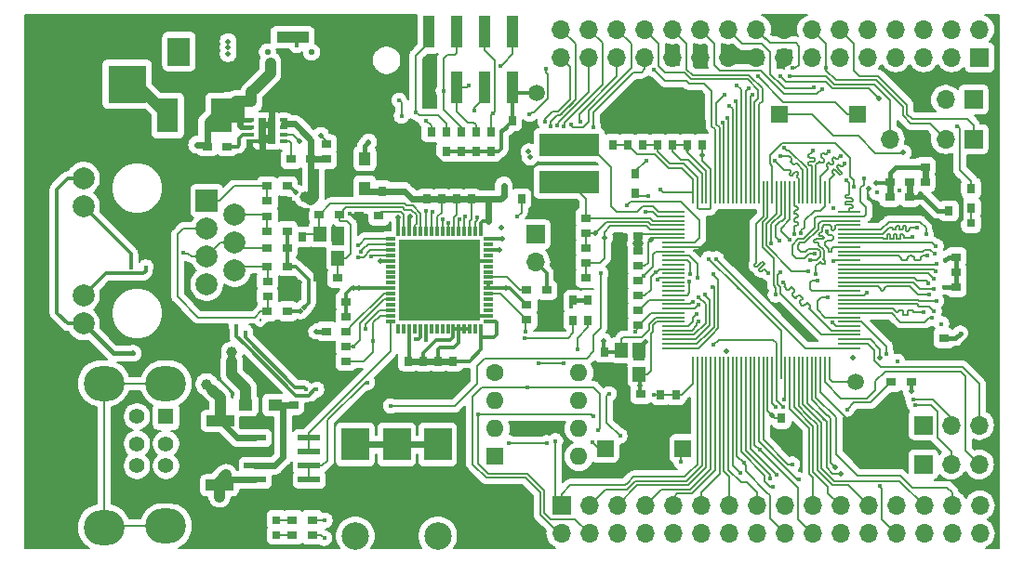
<source format=gtl>
G04 #@! TF.GenerationSoftware,KiCad,Pcbnew,5.0.1+dfsg1-3~bpo9+1*
G04 #@! TF.CreationDate,2019-01-18T15:45:32+07:00*
G04 #@! TF.ProjectId,DEV BOARD,44455620424F4152442E6B696361645F,rev?*
G04 #@! TF.SameCoordinates,PX6539160PY6d28560*
G04 #@! TF.FileFunction,Copper,L1,Top,Signal*
G04 #@! TF.FilePolarity,Positive*
%FSLAX46Y46*%
G04 Gerber Fmt 4.6, Leading zero omitted, Abs format (unit mm)*
G04 Created by KiCad (PCBNEW 5.0.1+dfsg1-3~bpo9+1) date Fri 18 Jan 2019 03:45:32 PM +07*
%MOMM*%
%LPD*%
G01*
G04 APERTURE LIST*
G04 #@! TA.AperFunction,SMDPad,CuDef*
%ADD10R,0.900000X0.800000*%
G04 #@! TD*
G04 #@! TA.AperFunction,ComponentPad*
%ADD11R,1.700000X1.700000*%
G04 #@! TD*
G04 #@! TA.AperFunction,ComponentPad*
%ADD12O,1.700000X1.700000*%
G04 #@! TD*
G04 #@! TA.AperFunction,ComponentPad*
%ADD13C,4.000000*%
G04 #@! TD*
G04 #@! TA.AperFunction,SMDPad,CuDef*
%ADD14R,0.250000X2.000000*%
G04 #@! TD*
G04 #@! TA.AperFunction,SMDPad,CuDef*
%ADD15R,2.000000X0.250000*%
G04 #@! TD*
G04 #@! TA.AperFunction,SMDPad,CuDef*
%ADD16R,0.800000X0.800000*%
G04 #@! TD*
G04 #@! TA.AperFunction,ComponentPad*
%ADD17R,2.000000X2.600000*%
G04 #@! TD*
G04 #@! TA.AperFunction,ComponentPad*
%ADD18O,2.000000X2.600000*%
G04 #@! TD*
G04 #@! TA.AperFunction,SMDPad,CuDef*
%ADD19R,0.800000X0.900000*%
G04 #@! TD*
G04 #@! TA.AperFunction,SMDPad,CuDef*
%ADD20R,2.500000X1.000000*%
G04 #@! TD*
G04 #@! TA.AperFunction,SMDPad,CuDef*
%ADD21R,1.000000X2.500000*%
G04 #@! TD*
G04 #@! TA.AperFunction,SMDPad,CuDef*
%ADD22R,1.960000X3.150000*%
G04 #@! TD*
G04 #@! TA.AperFunction,BGAPad,CuDef*
%ADD23C,1.500000*%
G04 #@! TD*
G04 #@! TA.AperFunction,ComponentPad*
%ADD24C,0.550000*%
G04 #@! TD*
G04 #@! TA.AperFunction,ComponentPad*
%ADD25R,2.000000X2.000000*%
G04 #@! TD*
G04 #@! TA.AperFunction,ComponentPad*
%ADD26C,2.000000*%
G04 #@! TD*
G04 #@! TA.AperFunction,ComponentPad*
%ADD27C,3.000000*%
G04 #@! TD*
G04 #@! TA.AperFunction,SMDPad,CuDef*
%ADD28R,1.000000X3.000000*%
G04 #@! TD*
G04 #@! TA.AperFunction,SMDPad,CuDef*
%ADD29R,5.500000X2.000000*%
G04 #@! TD*
G04 #@! TA.AperFunction,SMDPad,CuDef*
%ADD30R,1.300000X1.050000*%
G04 #@! TD*
G04 #@! TA.AperFunction,SMDPad,CuDef*
%ADD31R,1.050000X1.300000*%
G04 #@! TD*
G04 #@! TA.AperFunction,SMDPad,CuDef*
%ADD32R,1.500000X1.600000*%
G04 #@! TD*
G04 #@! TA.AperFunction,ComponentPad*
%ADD33R,1.400000X1.400000*%
G04 #@! TD*
G04 #@! TA.AperFunction,ComponentPad*
%ADD34C,1.400000*%
G04 #@! TD*
G04 #@! TA.AperFunction,ComponentPad*
%ADD35O,3.700000X3.200000*%
G04 #@! TD*
G04 #@! TA.AperFunction,ComponentPad*
%ADD36C,1.600000*%
G04 #@! TD*
G04 #@! TA.AperFunction,ComponentPad*
%ADD37O,1.600000X1.600000*%
G04 #@! TD*
G04 #@! TA.AperFunction,ComponentPad*
%ADD38R,1.600000X1.600000*%
G04 #@! TD*
G04 #@! TA.AperFunction,SMDPad,CuDef*
%ADD39R,0.850000X0.300000*%
G04 #@! TD*
G04 #@! TA.AperFunction,SMDPad,CuDef*
%ADD40R,0.300000X0.850000*%
G04 #@! TD*
G04 #@! TA.AperFunction,SMDPad,CuDef*
%ADD41R,1.837500X1.837500*%
G04 #@! TD*
G04 #@! TA.AperFunction,SMDPad,CuDef*
%ADD42R,2.000000X0.600000*%
G04 #@! TD*
G04 #@! TA.AperFunction,SMDPad,CuDef*
%ADD43R,0.650000X0.350000*%
G04 #@! TD*
G04 #@! TA.AperFunction,SMDPad,CuDef*
%ADD44R,0.775000X1.200000*%
G04 #@! TD*
G04 #@! TA.AperFunction,ComponentPad*
%ADD45R,3.500000X3.500000*%
G04 #@! TD*
G04 #@! TA.AperFunction,SMDPad,CuDef*
%ADD46R,1.150000X1.400000*%
G04 #@! TD*
G04 #@! TA.AperFunction,SMDPad,CuDef*
%ADD47R,3.000000X1.000000*%
G04 #@! TD*
G04 #@! TA.AperFunction,ComponentPad*
%ADD48O,3.500000X3.000000*%
G04 #@! TD*
G04 #@! TA.AperFunction,ComponentPad*
%ADD49R,2.500000X3.000000*%
G04 #@! TD*
G04 #@! TA.AperFunction,ComponentPad*
%ADD50C,2.500000*%
G04 #@! TD*
G04 #@! TA.AperFunction,ViaPad*
%ADD51C,0.400000*%
G04 #@! TD*
G04 #@! TA.AperFunction,ViaPad*
%ADD52C,0.500000*%
G04 #@! TD*
G04 #@! TA.AperFunction,ViaPad*
%ADD53C,1.000000*%
G04 #@! TD*
G04 #@! TA.AperFunction,Conductor*
%ADD54C,0.180000*%
G04 #@! TD*
G04 #@! TA.AperFunction,Conductor*
%ADD55C,0.400000*%
G04 #@! TD*
G04 #@! TA.AperFunction,Conductor*
%ADD56C,0.300000*%
G04 #@! TD*
G04 #@! TA.AperFunction,Conductor*
%ADD57C,1.000000*%
G04 #@! TD*
G04 #@! TA.AperFunction,Conductor*
%ADD58C,0.600000*%
G04 #@! TD*
G04 #@! TA.AperFunction,Conductor*
%ADD59C,0.150000*%
G04 #@! TD*
G04 APERTURE END LIST*
D10*
G04 #@! TO.P,R20,1*
G04 #@! TO.N,Net-(R20-Pad1)*
X46340000Y24180000D03*
G04 #@! TO.P,R20,2*
G04 #@! TO.N,3V3*
X48140000Y24180000D03*
G04 #@! TD*
D11*
G04 #@! TO.P,VIO-3V,1*
G04 #@! TO.N,3V3*
X87010000Y41530000D03*
D12*
G04 #@! TO.P,VIO-3V,2*
G04 #@! TO.N,3.3VIO*
X84470000Y41530000D03*
G04 #@! TD*
D13*
G04 #@! TO.P,REF\002A\002A,*
G04 #@! TO.N,GND*
X27650000Y41540000D03*
G04 #@! TD*
G04 #@! TO.P,REF\002A\002A,*
G04 #@! TO.N,GND*
X77780000Y10860000D03*
G04 #@! TD*
D14*
G04 #@! TO.P,U1,1*
G04 #@! TO.N,/ARM_CPU/DCDC_VDDD*
X61470000Y17100000D03*
G04 #@! TO.P,U1,2*
G04 #@! TO.N,PIN1/LCD_D00*
X61870000Y17100000D03*
G04 #@! TO.P,U1,3*
G04 #@! TO.N,PIN2/LCD_D01*
X62270000Y17100000D03*
G04 #@! TO.P,U1,4*
G04 #@! TO.N,PIN3/LCD_D02*
X62670000Y17100000D03*
G04 #@! TO.P,U1,5*
G04 #@! TO.N,PIN4/LCD_D03*
X63070000Y17100000D03*
G04 #@! TO.P,U1,6*
G04 #@! TO.N,PIN5/LCD_D04*
X63470000Y17100000D03*
G04 #@! TO.P,U1,7*
G04 #@! TO.N,PIN6/LCD_D05*
X63870000Y17100000D03*
G04 #@! TO.P,U1,8*
G04 #@! TO.N,PIN7/LCD_D06*
X64270000Y17100000D03*
G04 #@! TO.P,U1,9*
G04 #@! TO.N,PIN8/LCD_D07*
X64670000Y17100000D03*
G04 #@! TO.P,U1,10*
G04 #@! TO.N,PIN26/LCD_CS*
X65070000Y17100000D03*
G04 #@! TO.P,U1,11*
G04 #@! TO.N,PIN22/LCD_EN/I2C_SCL*
X65470000Y17100000D03*
G04 #@! TO.P,U1,12*
G04 #@! TO.N,PIN23/LCD_DISP*
X65870000Y17100000D03*
G04 #@! TO.P,U1,13*
G04 #@! TO.N,PIN24/LCD_WR*
X66270000Y17100000D03*
G04 #@! TO.P,U1,14*
G04 #@! TO.N,PIN25/LCD_RS*
X66670000Y17100000D03*
G04 #@! TO.P,U1,15*
G04 #@! TO.N,PIN21/LCD_HSYNC/I2C_SDA*
X67070000Y17100000D03*
G04 #@! TO.P,U1,16*
G04 #@! TO.N,PIN20/LCD_VSYNC*
X67470000Y17100000D03*
G04 #@! TO.P,U1,17*
G04 #@! TO.N,PIN19/LCD_DOTCLK*
X67870000Y17100000D03*
G04 #@! TO.P,U1,18*
G04 #@! TO.N,3.3VIO*
X68270000Y17100000D03*
G04 #@! TO.P,U1,19*
G04 #@! TO.N,PIN17/LCD_D16*
X68670000Y17100000D03*
G04 #@! TO.P,U1,20*
G04 #@! TO.N,PIN18/LCD_D17/USB_EN*
X69070000Y17100000D03*
G04 #@! TO.P,U1,21*
G04 #@! TO.N,SSP2_MOSI*
X69470000Y17100000D03*
G04 #@! TO.P,U1,22*
G04 #@! TO.N,PIN9/LCD_D08/SSP2_MISO*
X69870000Y17100000D03*
G04 #@! TO.P,U1,23*
G04 #@! TO.N,PIN10/LCD_09*
X70270000Y17100000D03*
G04 #@! TO.P,U1,24*
G04 #@! TO.N,PIN11/LCD_D10*
X70670000Y17100000D03*
G04 #@! TO.P,U1,25*
G04 #@! TO.N,PIN12/LCD_D11*
X71070000Y17100000D03*
G04 #@! TO.P,U1,26*
G04 #@! TO.N,PIN14/LCD_D13*
X71470000Y17100000D03*
G04 #@! TO.P,U1,27*
G04 #@! TO.N,PIN13/LCD_D12*
X71870000Y17100000D03*
G04 #@! TO.P,U1,28*
G04 #@! TO.N,PIN16/LCD_D15*
X72270000Y17100000D03*
G04 #@! TO.P,U1,29*
G04 #@! TO.N,PIN15/LCD_D14*
X72670000Y17100000D03*
G04 #@! TO.P,U1,30*
G04 #@! TO.N,GND*
X73070000Y17100000D03*
G04 #@! TO.P,U1,31*
G04 #@! TO.N,PIN28/SOFT_SDA*
X73470000Y17100000D03*
G04 #@! TO.P,U1,32*
G04 #@! TO.N,Net-(J1-Pad1)*
X73870000Y17100000D03*
D15*
G04 #@! TO.P,U1,33*
G04 #@! TO.N,SSP2_SCK*
X75670000Y18900000D03*
G04 #@! TO.P,U1,34*
G04 #@! TO.N,PIN29/SOFT_SCL*
X75670000Y19300000D03*
G04 #@! TO.P,U1,35*
G04 #@! TO.N,GND*
X75670000Y19700000D03*
G04 #@! TO.P,U1,36*
G04 #@! TO.N,CLK*
X75670000Y20100000D03*
G04 #@! TO.P,U1,37*
G04 #@! TO.N,CLKN*
X75670000Y20500000D03*
G04 #@! TO.P,U1,38*
G04 #@! TO.N,2V5*
X75670000Y20900000D03*
G04 #@! TO.P,U1,39*
G04 #@! TO.N,DQS0*
X75670000Y21300000D03*
G04 #@! TO.P,U1,40*
G04 #@! TO.N,DQS1*
X75670000Y21700000D03*
G04 #@! TO.P,U1,41*
G04 #@! TO.N,D00*
X75670000Y22100000D03*
G04 #@! TO.P,U1,42*
G04 #@! TO.N,D02*
X75670000Y22500000D03*
G04 #@! TO.P,U1,43*
G04 #@! TO.N,D01*
X75670000Y22900000D03*
G04 #@! TO.P,U1,44*
G04 #@! TO.N,D03*
X75670000Y23300000D03*
G04 #@! TO.P,U1,45*
G04 #@! TO.N,2V5*
X75670000Y23700000D03*
G04 #@! TO.P,U1,46*
G04 #@! TO.N,DQM0*
X75670000Y24100000D03*
G04 #@! TO.P,U1,47*
G04 #@! TO.N,D04*
X75670000Y24500000D03*
G04 #@! TO.P,U1,48*
G04 #@! TO.N,D05*
X75670000Y24900000D03*
G04 #@! TO.P,U1,49*
G04 #@! TO.N,D06*
X75670000Y25300000D03*
G04 #@! TO.P,U1,50*
G04 #@! TO.N,D07*
X75670000Y25700000D03*
G04 #@! TO.P,U1,51*
G04 #@! TO.N,D08*
X75670000Y26100000D03*
G04 #@! TO.P,U1,52*
G04 #@! TO.N,D09*
X75670000Y26500000D03*
G04 #@! TO.P,U1,53*
G04 #@! TO.N,2V5*
X75670000Y26900000D03*
G04 #@! TO.P,U1,54*
G04 #@! TO.N,D10*
X75670000Y27300000D03*
G04 #@! TO.P,U1,55*
G04 #@! TO.N,D11*
X75670000Y27700000D03*
G04 #@! TO.P,U1,56*
G04 #@! TO.N,DQM1*
X75670000Y28100000D03*
G04 #@! TO.P,U1,57*
G04 #@! TO.N,D12*
X75670000Y28500000D03*
G04 #@! TO.P,U1,58*
G04 #@! TO.N,D13*
X75670000Y28900000D03*
G04 #@! TO.P,U1,59*
G04 #@! TO.N,D15*
X75670000Y29300000D03*
G04 #@! TO.P,U1,60*
G04 #@! TO.N,D14*
X75670000Y29700000D03*
G04 #@! TO.P,U1,61*
G04 #@! TO.N,CASN*
X75670000Y30100000D03*
G04 #@! TO.P,U1,62*
G04 #@! TO.N,RASN*
X75670000Y30500000D03*
G04 #@! TO.P,U1,63*
G04 #@! TO.N,CS*
X75670000Y30900000D03*
G04 #@! TO.P,U1,64*
G04 #@! TO.N,A12*
X75670000Y31300000D03*
D14*
G04 #@! TO.P,U1,65*
G04 #@! TO.N,A11*
X73870000Y33100000D03*
G04 #@! TO.P,U1,66*
G04 #@! TO.N,A10*
X73470000Y33100000D03*
G04 #@! TO.P,U1,67*
G04 #@! TO.N,A09*
X73070000Y33100000D03*
G04 #@! TO.P,U1,68*
G04 #@! TO.N,A08*
X72670000Y33100000D03*
G04 #@! TO.P,U1,69*
G04 #@! TO.N,A07*
X72270000Y33100000D03*
G04 #@! TO.P,U1,70*
G04 #@! TO.N,A06*
X71870000Y33100000D03*
G04 #@! TO.P,U1,71*
G04 #@! TO.N,A05*
X71470000Y33100000D03*
G04 #@! TO.P,U1,72*
G04 #@! TO.N,A04*
X71070000Y33100000D03*
G04 #@! TO.P,U1,73*
G04 #@! TO.N,A03*
X70670000Y33100000D03*
G04 #@! TO.P,U1,74*
G04 #@! TO.N,A02*
X70270000Y33100000D03*
G04 #@! TO.P,U1,75*
G04 #@! TO.N,A01*
X69870000Y33100000D03*
G04 #@! TO.P,U1,76*
G04 #@! TO.N,A00*
X69470000Y33100000D03*
G04 #@! TO.P,U1,77*
G04 #@! TO.N,WEN*
X69070000Y33100000D03*
G04 #@! TO.P,U1,78*
G04 #@! TO.N,CKE*
X68670000Y33100000D03*
G04 #@! TO.P,U1,79*
G04 #@! TO.N,BA0*
X68270000Y33100000D03*
G04 #@! TO.P,U1,80*
G04 #@! TO.N,BA1*
X67870000Y33100000D03*
G04 #@! TO.P,U1,81*
G04 #@! TO.N,PIN30*
X67470000Y33100000D03*
G04 #@! TO.P,U1,82*
G04 #@! TO.N,PIN31*
X67070000Y33100000D03*
G04 #@! TO.P,U1,83*
G04 #@! TO.N,SSP1_CMD*
X66670000Y33100000D03*
G04 #@! TO.P,U1,84*
G04 #@! TO.N,SSP1_DATA0*
X66270000Y33100000D03*
G04 #@! TO.P,U1,85*
G04 #@! TO.N,SSP1_DATA1*
X65870000Y33100000D03*
G04 #@! TO.P,U1,86*
G04 #@! TO.N,SSP1_DATA2*
X65470000Y33100000D03*
G04 #@! TO.P,U1,87*
G04 #@! TO.N,SSP1_DATA3*
X65070000Y33100000D03*
G04 #@! TO.P,U1,88*
G04 #@! TO.N,LED1*
X64670000Y33100000D03*
G04 #@! TO.P,U1,89*
G04 #@! TO.N,DEBUG*
X64270000Y33100000D03*
G04 #@! TO.P,U1,90*
G04 #@! TO.N,SSP1_SCK*
X63870000Y33100000D03*
G04 #@! TO.P,U1,91*
G04 #@! TO.N,PIN27/PWM2*
X63470000Y33100000D03*
G04 #@! TO.P,U1,92*
G04 #@! TO.N,3.3VIO*
X63070000Y33100000D03*
G04 #@! TO.P,U1,93*
G04 #@! TO.N,/ARM_CPU/DCDC_VDDD*
X62670000Y33100000D03*
G04 #@! TO.P,U1,94*
X62270000Y33100000D03*
G04 #@! TO.P,U1,95*
G04 #@! TO.N,3.3VIO*
X61870000Y33100000D03*
G04 #@! TO.P,U1,96*
G04 #@! TO.N,/ARM_CPU/DCDC_VDDA*
X61470000Y33100000D03*
D15*
G04 #@! TO.P,U1,97*
G04 #@! TO.N,Net-(L1-Pad1)*
X59670000Y31300000D03*
G04 #@! TO.P,U1,98*
G04 #@! TO.N,GND*
X59670000Y30900000D03*
G04 #@! TO.P,U1,99*
G04 #@! TO.N,Net-(C9-Pad1)*
X59670000Y30500000D03*
G04 #@! TO.P,U1,100*
G04 #@! TO.N,BATT+*
X59670000Y30100000D03*
G04 #@! TO.P,U1,101*
G04 #@! TO.N,Net-(C10-Pad1)*
X59670000Y29700000D03*
G04 #@! TO.P,U1,102*
G04 #@! TO.N,5V*
X59670000Y29300000D03*
G04 #@! TO.P,U1,103*
G04 #@! TO.N,BATT+*
X59670000Y28900000D03*
G04 #@! TO.P,U1,104*
G04 #@! TO.N,VIDEO*
X59670000Y28500000D03*
G04 #@! TO.P,U1,105*
G04 #@! TO.N,GND*
X59670000Y28100000D03*
G04 #@! TO.P,U1,106*
G04 #@! TO.N,2V5*
X59670000Y27700000D03*
G04 #@! TO.P,U1,107*
G04 #@! TO.N,PIN32/LRADC1*
X59670000Y27300000D03*
G04 #@! TO.P,U1,108*
G04 #@! TO.N,PIN33/LRADC0*
X59670000Y26900000D03*
G04 #@! TO.P,U1,109*
G04 #@! TO.N,/ARM_CPU/HPR*
X59670000Y26500000D03*
G04 #@! TO.P,U1,110*
G04 #@! TO.N,/ARM_CPU/DCDC_VDDA*
X59670000Y26100000D03*
G04 #@! TO.P,U1,111*
G04 #@! TO.N,/ARM_CPU/HP_VGND*
X59670000Y25700000D03*
G04 #@! TO.P,U1,112*
G04 #@! TO.N,GND*
X59670000Y25300000D03*
G04 #@! TO.P,U1,113*
G04 #@! TO.N,/ARM_CPU/HPL*
X59670000Y24900000D03*
G04 #@! TO.P,U1,114*
G04 #@! TO.N,/ARM_CPU/LINE1_INR*
X59670000Y24500000D03*
G04 #@! TO.P,U1,115*
G04 #@! TO.N,/ARM_CPU/LINE1_INL*
X59670000Y24100000D03*
G04 #@! TO.P,U1,116*
G04 #@! TO.N,PIN34/MIC*
X59670000Y23700000D03*
G04 #@! TO.P,U1,117*
G04 #@! TO.N,Net-(C22-Pad1)*
X59670000Y23300000D03*
G04 #@! TO.P,U1,118*
G04 #@! TO.N,GND*
X59670000Y22900000D03*
G04 #@! TO.P,U1,119*
G04 #@! TO.N,P_SWITCH*
X59670000Y22500000D03*
G04 #@! TO.P,U1,120*
G04 #@! TO.N,/ARM_CPU/VDDXTAL*
X59670000Y22100000D03*
G04 #@! TO.P,U1,121*
G04 #@! TO.N,/ARM_CPU/XTO*
X59670000Y21700000D03*
G04 #@! TO.P,U1,122*
G04 #@! TO.N,/ARM_CPU/XTI*
X59670000Y21300000D03*
G04 #@! TO.P,U1,123*
G04 #@! TO.N,USB_N*
X59670000Y20900000D03*
G04 #@! TO.P,U1,124*
G04 #@! TO.N,USB_P*
X59670000Y20500000D03*
G04 #@! TO.P,U1,125*
G04 #@! TO.N,PWM0/DUART_RXD*
X59670000Y20100000D03*
G04 #@! TO.P,U1,126*
G04 #@! TO.N,PWM1/DUART_TXD*
X59670000Y19700000D03*
G04 #@! TO.P,U1,127*
G04 #@! TO.N,AUART1_TXD*
X59670000Y19300000D03*
G04 #@! TO.P,U1,128*
G04 #@! TO.N,AUART1_RDX*
X59670000Y18900000D03*
G04 #@! TD*
D16*
G04 #@! TO.P,5V,2*
G04 #@! TO.N,Net-(5V1-Pad2)*
X23560000Y3240000D03*
G04 #@! TO.P,5V,1*
G04 #@! TO.N,GND*
X21960000Y3240000D03*
G04 #@! TD*
D17*
G04 #@! TO.P,BATT,1*
G04 #@! TO.N,Net-(BATT1-Pad1)*
X14660000Y45910000D03*
D18*
G04 #@! TO.P,BATT,2*
G04 #@! TO.N,GND*
X17200000Y45910000D03*
G04 #@! TD*
D19*
G04 #@! TO.P,C5,1*
G04 #@! TO.N,/ARM_CPU/DCDC_VDDD*
X58530000Y14640000D03*
G04 #@! TO.P,C5,2*
G04 #@! TO.N,GND*
X58530000Y12840000D03*
G04 #@! TD*
G04 #@! TO.P,C6,1*
G04 #@! TO.N,3.3VIO*
X69510000Y12500000D03*
G04 #@! TO.P,C6,2*
G04 #@! TO.N,GND*
X69510000Y10700000D03*
G04 #@! TD*
D10*
G04 #@! TO.P,C7,1*
G04 #@! TO.N,2V5*
X85430000Y24460000D03*
G04 #@! TO.P,C7,2*
G04 #@! TO.N,GND*
X87230000Y24460000D03*
G04 #@! TD*
D19*
G04 #@! TO.P,C8,1*
G04 #@! TO.N,3.3VIO*
X58250000Y37450000D03*
G04 #@! TO.P,C8,2*
G04 #@! TO.N,GND*
X58250000Y39250000D03*
G04 #@! TD*
D10*
G04 #@! TO.P,C9,1*
G04 #@! TO.N,Net-(C9-Pad1)*
X51730000Y30760000D03*
G04 #@! TO.P,C9,2*
G04 #@! TO.N,GND*
X49930000Y30760000D03*
G04 #@! TD*
G04 #@! TO.P,C10,1*
G04 #@! TO.N,Net-(C10-Pad1)*
X51730000Y26650000D03*
G04 #@! TO.P,C10,2*
G04 #@! TO.N,GND*
X49930000Y26650000D03*
G04 #@! TD*
G04 #@! TO.P,C11,1*
G04 #@! TO.N,5V*
X56460000Y29080000D03*
G04 #@! TO.P,C11,2*
G04 #@! TO.N,GND*
X54660000Y29080000D03*
G04 #@! TD*
D19*
G04 #@! TO.P,C12,1*
G04 #@! TO.N,/ARM_CPU/DCDC_VDDA*
X55520000Y37440000D03*
G04 #@! TO.P,C12,2*
G04 #@! TO.N,GND*
X55520000Y39240000D03*
G04 #@! TD*
D10*
G04 #@! TO.P,C13,1*
G04 #@! TO.N,/ARM_CPU/XTI*
X56710000Y14700000D03*
G04 #@! TO.P,C13,2*
G04 #@! TO.N,GND*
X54910000Y14700000D03*
G04 #@! TD*
D19*
G04 #@! TO.P,C14,1*
G04 #@! TO.N,/ARM_CPU/XTO*
X53380000Y18520000D03*
G04 #@! TO.P,C14,2*
G04 #@! TO.N,GND*
X53380000Y16720000D03*
G04 #@! TD*
D10*
G04 #@! TO.P,C15,1*
G04 #@! TO.N,BATT+*
X51730000Y28010000D03*
G04 #@! TO.P,C15,2*
G04 #@! TO.N,GND*
X49930000Y28010000D03*
G04 #@! TD*
G04 #@! TO.P,C16,1*
G04 #@! TO.N,2V5*
X85420000Y25820000D03*
G04 #@! TO.P,C16,2*
G04 #@! TO.N,GND*
X87220000Y25820000D03*
G04 #@! TD*
D19*
G04 #@! TO.P,C17,1*
G04 #@! TO.N,/ARM_CPU/DCDC_VDDD*
X60970000Y37450000D03*
G04 #@! TO.P,C17,2*
G04 #@! TO.N,GND*
X60970000Y39250000D03*
G04 #@! TD*
G04 #@! TO.P,C18,1*
G04 #@! TO.N,/ARM_CPU/DCDC_VDDD*
X59890000Y14640000D03*
G04 #@! TO.P,C18,2*
G04 #@! TO.N,GND*
X59890000Y12840000D03*
G04 #@! TD*
D10*
G04 #@! TO.P,C19,1*
G04 #@! TO.N,Net-(C10-Pad1)*
X51730000Y25280000D03*
G04 #@! TO.P,C19,2*
G04 #@! TO.N,GND*
X49930000Y25280000D03*
G04 #@! TD*
G04 #@! TO.P,C20,1*
G04 #@! TO.N,/ARM_CPU/VDDXTAL*
X56460000Y20960000D03*
G04 #@! TO.P,C20,2*
G04 #@! TO.N,GND*
X54660000Y20960000D03*
G04 #@! TD*
G04 #@! TO.P,C21,1*
G04 #@! TO.N,/ARM_CPU/DCDC_VDDA*
X56460000Y23670000D03*
G04 #@! TO.P,C21,2*
G04 #@! TO.N,GND*
X54660000Y23670000D03*
G04 #@! TD*
G04 #@! TO.P,C22,1*
G04 #@! TO.N,Net-(C22-Pad1)*
X56460000Y22320000D03*
G04 #@! TO.P,C22,2*
G04 #@! TO.N,GND*
X54660000Y22320000D03*
G04 #@! TD*
G04 #@! TO.P,C23,1*
G04 #@! TO.N,2V5*
X85420000Y27180000D03*
G04 #@! TO.P,C23,2*
G04 #@! TO.N,GND*
X87220000Y27180000D03*
G04 #@! TD*
D19*
G04 #@! TO.P,C24,1*
G04 #@! TO.N,/ARM_CPU/DCDC_VDDD*
X59610000Y37450000D03*
G04 #@! TO.P,C24,2*
G04 #@! TO.N,GND*
X59610000Y39250000D03*
G04 #@! TD*
D10*
G04 #@! TO.P,C25,1*
G04 #@! TO.N,BATT+*
X51730000Y29360000D03*
G04 #@! TO.P,C25,2*
G04 #@! TO.N,GND*
X49930000Y29360000D03*
G04 #@! TD*
D19*
G04 #@! TO.P,C26,1*
G04 #@! TO.N,3.3VIO*
X56880000Y37450000D03*
G04 #@! TO.P,C26,2*
G04 #@! TO.N,GND*
X56880000Y39250000D03*
G04 #@! TD*
G04 #@! TO.P,C27,1*
G04 #@! TO.N,3.3VIO*
X62330000Y37450000D03*
G04 #@! TO.P,C27,2*
G04 #@! TO.N,GND*
X62330000Y39250000D03*
G04 #@! TD*
D10*
G04 #@! TO.P,C28,1*
G04 #@! TO.N,2V5*
X56460000Y25020000D03*
G04 #@! TO.P,C28,2*
G04 #@! TO.N,GND*
X54660000Y25020000D03*
G04 #@! TD*
G04 #@! TO.P,C29,1*
G04 #@! TO.N,5V*
X56460000Y27720000D03*
G04 #@! TO.P,C29,2*
G04 #@! TO.N,GND*
X54660000Y27720000D03*
G04 #@! TD*
D19*
G04 #@! TO.P,C30,1*
G04 #@! TO.N,/ARM_CPU/DCDC_VDDA*
X54160000Y37440000D03*
G04 #@! TO.P,C30,2*
G04 #@! TO.N,GND*
X54160000Y39240000D03*
G04 #@! TD*
D10*
G04 #@! TO.P,C31,1*
G04 #@! TO.N,BATT+*
X56460000Y26380000D03*
G04 #@! TO.P,C31,2*
G04 #@! TO.N,GND*
X54660000Y26380000D03*
G04 #@! TD*
G04 #@! TO.P,C38,1*
G04 #@! TO.N,2V5*
X84330000Y19800000D03*
G04 #@! TO.P,C38,2*
G04 #@! TO.N,GND*
X82530000Y19800000D03*
G04 #@! TD*
D19*
G04 #@! TO.P,C39,1*
G04 #@! TO.N,2V5*
X84750000Y31400000D03*
G04 #@! TO.P,C39,2*
G04 #@! TO.N,GND*
X84750000Y29600000D03*
G04 #@! TD*
D10*
G04 #@! TO.P,C40,1*
G04 #@! TO.N,2V5*
X81170000Y34033948D03*
G04 #@! TO.P,C40,2*
G04 #@! TO.N,Net-(C40-Pad2)*
X79370000Y34033948D03*
G04 #@! TD*
G04 #@! TO.P,C41,1*
G04 #@! TO.N,Net-(C40-Pad2)*
X82590000Y34033948D03*
G04 #@! TO.P,C41,2*
G04 #@! TO.N,GND*
X84390000Y34033948D03*
G04 #@! TD*
D19*
G04 #@! TO.P,C42,1*
G04 #@! TO.N,Net-(C42-Pad1)*
X25920000Y29040000D03*
G04 #@! TO.P,C42,2*
G04 #@! TO.N,GND*
X25920000Y27240000D03*
G04 #@! TD*
D10*
G04 #@! TO.P,C43,1*
G04 #@! TO.N,Net-(C43-Pad1)*
X29130000Y25280000D03*
G04 #@! TO.P,C43,2*
G04 #@! TO.N,GND*
X27330000Y25280000D03*
G04 #@! TD*
D19*
G04 #@! TO.P,C44,1*
G04 #@! TO.N,3V3*
X38250000Y17720000D03*
G04 #@! TO.P,C44,2*
G04 #@! TO.N,GND*
X38250000Y15920000D03*
G04 #@! TD*
G04 #@! TO.P,C45,1*
G04 #@! TO.N,3V3*
X36900000Y17720000D03*
G04 #@! TO.P,C45,2*
G04 #@! TO.N,GND*
X36900000Y15920000D03*
G04 #@! TD*
D10*
G04 #@! TO.P,C46,1*
G04 #@! TO.N,3V3*
X46340000Y22810000D03*
G04 #@! TO.P,C46,2*
G04 #@! TO.N,GND*
X48140000Y22810000D03*
G04 #@! TD*
G04 #@! TO.P,C47,1*
G04 #@! TO.N,Net-(C47-Pad1)*
X46340000Y21450000D03*
G04 #@! TO.P,C47,2*
G04 #@! TO.N,GND*
X48140000Y21450000D03*
G04 #@! TD*
G04 #@! TO.P,C50,1*
G04 #@! TO.N,GND*
X26930000Y13720000D03*
G04 #@! TO.P,C50,2*
G04 #@! TO.N,Net-(C50-Pad2)*
X25130000Y13720000D03*
G04 #@! TD*
D19*
G04 #@! TO.P,C51,1*
G04 #@! TO.N,3V3*
X35540000Y17720000D03*
G04 #@! TO.P,C51,2*
G04 #@! TO.N,GND*
X35540000Y15920000D03*
G04 #@! TD*
G04 #@! TO.P,C52,1*
G04 #@! TO.N,3V3*
X39610000Y17720000D03*
G04 #@! TO.P,C52,2*
G04 #@! TO.N,GND*
X39610000Y15920000D03*
G04 #@! TD*
D10*
G04 #@! TO.P,C53,1*
G04 #@! TO.N,Net-(C47-Pad1)*
X29890000Y17700000D03*
G04 #@! TO.P,C53,2*
G04 #@! TO.N,GND*
X28090000Y17700000D03*
G04 #@! TD*
D20*
G04 #@! TO.P,C54,1*
G04 #@! TO.N,GND*
X18350000Y3390000D03*
G04 #@! TO.P,C54,2*
G04 #@! TO.N,/USB-ETHERNET CONTROLLER/USB_PWR_2*
X18350000Y6390000D03*
G04 #@! TD*
G04 #@! TO.P,C55,1*
G04 #@! TO.N,GND*
X18410000Y9270000D03*
G04 #@! TO.P,C55,2*
G04 #@! TO.N,/USB-ETHERNET CONTROLLER/USB_PWR_3*
X18410000Y12270000D03*
G04 #@! TD*
D10*
G04 #@! TO.P,C56,1*
G04 #@! TO.N,GND*
X28080000Y23140000D03*
G04 #@! TO.P,C56,2*
G04 #@! TO.N,/USB-ETHERNET CONTROLLER/AVCC*
X29880000Y23140000D03*
G04 #@! TD*
D19*
G04 #@! TO.P,C57,1*
G04 #@! TO.N,GND*
X41290000Y34260000D03*
G04 #@! TO.P,C57,2*
G04 #@! TO.N,/USB-ETHERNET CONTROLLER/AVCC*
X41290000Y32460000D03*
G04 #@! TD*
G04 #@! TO.P,C58,1*
G04 #@! TO.N,GND*
X38570000Y34260000D03*
G04 #@! TO.P,C58,2*
G04 #@! TO.N,/USB-ETHERNET CONTROLLER/AVCC*
X38570000Y32460000D03*
G04 #@! TD*
G04 #@! TO.P,C59,1*
G04 #@! TO.N,GND*
X33160000Y35010000D03*
G04 #@! TO.P,C59,2*
G04 #@! TO.N,/USB-ETHERNET CONTROLLER/AVCC*
X33160000Y33210000D03*
G04 #@! TD*
D10*
G04 #@! TO.P,C60,1*
G04 #@! TO.N,GND*
X28080000Y21780000D03*
G04 #@! TO.P,C60,2*
G04 #@! TO.N,/USB-ETHERNET CONTROLLER/AVCC*
X29880000Y21780000D03*
G04 #@! TD*
D19*
G04 #@! TO.P,C61,1*
G04 #@! TO.N,GND*
X39930000Y34260000D03*
G04 #@! TO.P,C61,2*
G04 #@! TO.N,/USB-ETHERNET CONTROLLER/AVCC*
X39930000Y32460000D03*
G04 #@! TD*
G04 #@! TO.P,C62,1*
G04 #@! TO.N,GND*
X37210000Y34260000D03*
G04 #@! TO.P,C62,2*
G04 #@! TO.N,/USB-ETHERNET CONTROLLER/AVCC*
X37210000Y32460000D03*
G04 #@! TD*
D10*
G04 #@! TO.P,C63,1*
G04 #@! TO.N,GND*
X24530000Y24990000D03*
G04 #@! TO.P,C63,2*
G04 #@! TO.N,/USB-ETHERNET CONTROLLER/RX-*
X22730000Y24990000D03*
G04 #@! TD*
G04 #@! TO.P,C64,1*
G04 #@! TO.N,GND*
X24530000Y23630000D03*
G04 #@! TO.P,C64,2*
G04 #@! TO.N,/USB-ETHERNET CONTROLLER/RX+*
X22730000Y23630000D03*
G04 #@! TD*
G04 #@! TO.P,C65,1*
G04 #@! TO.N,GND*
X24510000Y30930000D03*
G04 #@! TO.P,C65,2*
G04 #@! TO.N,/USB-ETHERNET CONTROLLER/TX-*
X22710000Y30930000D03*
G04 #@! TD*
G04 #@! TO.P,C66,1*
G04 #@! TO.N,GND*
X24510000Y32290000D03*
G04 #@! TO.P,C66,2*
G04 #@! TO.N,/USB-ETHERNET CONTROLLER/TX+*
X22710000Y32290000D03*
G04 #@! TD*
D19*
G04 #@! TO.P,C68,1*
G04 #@! TO.N,3.3VIO*
X45010000Y39620000D03*
G04 #@! TO.P,C68,2*
G04 #@! TO.N,GND*
X45010000Y37820000D03*
G04 #@! TD*
D10*
G04 #@! TO.P,C70,1*
G04 #@! TO.N,5V*
X21280000Y41400000D03*
G04 #@! TO.P,C70,2*
G04 #@! TO.N,GND*
X23080000Y41400000D03*
G04 #@! TD*
G04 #@! TO.P,C73,1*
G04 #@! TO.N,Net-(C73-Pad1)*
X28080000Y37480000D03*
G04 #@! TO.P,C73,2*
G04 #@! TO.N,GND*
X29880000Y37480000D03*
G04 #@! TD*
G04 #@! TO.P,C75,1*
G04 #@! TO.N,Net-(C75-Pad1)*
X28100000Y36120000D03*
G04 #@! TO.P,C75,2*
G04 #@! TO.N,GND*
X29900000Y36120000D03*
G04 #@! TD*
D21*
G04 #@! TO.P,C76,1*
G04 #@! TO.N,Net-(C75-Pad1)*
X26920000Y33950000D03*
G04 #@! TO.P,C76,2*
G04 #@! TO.N,GND*
X29920000Y33950000D03*
G04 #@! TD*
D16*
G04 #@! TO.P,EX-3V,2*
G04 #@! TO.N,Net-(EX-3V1-Pad2)*
X23560000Y1880000D03*
G04 #@! TO.P,EX-3V,1*
G04 #@! TO.N,GND*
X21960000Y1880000D03*
G04 #@! TD*
D11*
G04 #@! TO.P,EXT-3V,1*
G04 #@! TO.N,Net-(C75-Pad1)*
X47120000Y29270000D03*
D12*
G04 #@! TO.P,EXT-3V,2*
G04 #@! TO.N,3V3*
X47120000Y26730000D03*
G04 #@! TD*
D22*
G04 #@! TO.P,F1,2*
G04 #@! TO.N,V_IN*
X13650000Y40080000D03*
G04 #@! TO.P,F1,1*
G04 #@! TO.N,5V*
X18570000Y40080000D03*
G04 #@! TD*
D11*
G04 #@! TO.P,GPIO1,1*
G04 #@! TO.N,PIN1/LCD_D00*
X49480000Y4550000D03*
D12*
G04 #@! TO.P,GPIO1,2*
G04 #@! TO.N,I2C_SDA*
X49480000Y2010000D03*
G04 #@! TO.P,GPIO1,3*
G04 #@! TO.N,PIN2/LCD_D01*
X52020000Y4550000D03*
G04 #@! TO.P,GPIO1,4*
G04 #@! TO.N,I2C_SCL*
X52020000Y2010000D03*
G04 #@! TO.P,GPIO1,5*
G04 #@! TO.N,PIN3/LCD_D02*
X54560000Y4550000D03*
G04 #@! TO.P,GPIO1,6*
G04 #@! TO.N,Net-(GPIO1-Pad6)*
X54560000Y2010000D03*
G04 #@! TO.P,GPIO1,7*
G04 #@! TO.N,PIN4/LCD_D03*
X57100000Y4550000D03*
G04 #@! TO.P,GPIO1,8*
G04 #@! TO.N,Net-(GPIO1-Pad8)*
X57100000Y2010000D03*
G04 #@! TO.P,GPIO1,9*
G04 #@! TO.N,PIN5/LCD_D04*
X59640000Y4550000D03*
G04 #@! TO.P,GPIO1,10*
G04 #@! TO.N,PIN26/LCD_CS*
X59640000Y2010000D03*
G04 #@! TO.P,GPIO1,11*
G04 #@! TO.N,PIN6/LCD_D05*
X62180000Y4550000D03*
G04 #@! TO.P,GPIO1,12*
G04 #@! TO.N,PIN25/LCD_RS*
X62180000Y2010000D03*
G04 #@! TO.P,GPIO1,13*
G04 #@! TO.N,PIN7/LCD_D06*
X64720000Y4550000D03*
G04 #@! TO.P,GPIO1,14*
G04 #@! TO.N,PIN24/LCD_WR*
X64720000Y2010000D03*
G04 #@! TO.P,GPIO1,15*
G04 #@! TO.N,PIN8/LCD_D07*
X67260000Y4550000D03*
G04 #@! TO.P,GPIO1,16*
G04 #@! TO.N,PIN23/LCD_DISP*
X67260000Y2010000D03*
G04 #@! TO.P,GPIO1,17*
G04 #@! TO.N,PIN9/LCD_D08/SSP2_MISO*
X69800000Y4550000D03*
G04 #@! TO.P,GPIO1,18*
G04 #@! TO.N,PIN22/LCD_EN/I2C_SCL*
X69800000Y2010000D03*
G04 #@! TO.P,GPIO1,19*
G04 #@! TO.N,PIN10/LCD_09*
X72340000Y4550000D03*
G04 #@! TO.P,GPIO1,20*
G04 #@! TO.N,PIN21/LCD_HSYNC/I2C_SDA*
X72340000Y2010000D03*
G04 #@! TO.P,GPIO1,21*
G04 #@! TO.N,PIN11/LCD_D10*
X74880000Y4550000D03*
G04 #@! TO.P,GPIO1,22*
G04 #@! TO.N,PIN20/LCD_VSYNC*
X74880000Y2010000D03*
G04 #@! TO.P,GPIO1,23*
G04 #@! TO.N,PIN12/LCD_D11*
X77420000Y4550000D03*
G04 #@! TO.P,GPIO1,24*
G04 #@! TO.N,PIN19/LCD_DOTCLK*
X77420000Y2010000D03*
G04 #@! TO.P,GPIO1,25*
G04 #@! TO.N,PIN13/LCD_D12*
X79960000Y4550000D03*
G04 #@! TO.P,GPIO1,26*
G04 #@! TO.N,PIN18/LCD_D17/USB_EN*
X79960000Y2010000D03*
G04 #@! TO.P,GPIO1,27*
G04 #@! TO.N,PIN14/LCD_D13*
X82500000Y4550000D03*
G04 #@! TO.P,GPIO1,28*
G04 #@! TO.N,PIN17/LCD_D16*
X82500000Y2010000D03*
G04 #@! TO.P,GPIO1,29*
G04 #@! TO.N,PIN15/LCD_D14*
X85040000Y4550000D03*
G04 #@! TO.P,GPIO1,30*
G04 #@! TO.N,PIN16/LCD_D15*
X85040000Y2010000D03*
G04 #@! TO.P,GPIO1,31*
G04 #@! TO.N,Net-(GPIO1-Pad31)*
X87580000Y4550000D03*
G04 #@! TO.P,GPIO1,32*
G04 #@! TO.N,Net-(GPIO1-Pad32)*
X87580000Y2010000D03*
G04 #@! TD*
D11*
G04 #@! TO.P,GPIO2,1*
G04 #@! TO.N,3V3*
X87550000Y45390000D03*
D12*
G04 #@! TO.P,GPIO2,2*
G04 #@! TO.N,USB_P*
X87550000Y47930000D03*
G04 #@! TO.P,GPIO2,3*
G04 #@! TO.N,3V3*
X85010000Y45390000D03*
G04 #@! TO.P,GPIO2,4*
G04 #@! TO.N,USB_N*
X85010000Y47930000D03*
G04 #@! TO.P,GPIO2,5*
G04 #@! TO.N,5V*
X82470000Y45390000D03*
G04 #@! TO.P,GPIO2,6*
G04 #@! TO.N,Net-(GPIO2-Pad6)*
X82470000Y47930000D03*
G04 #@! TO.P,GPIO2,7*
G04 #@! TO.N,5V*
X79930000Y45390000D03*
G04 #@! TO.P,GPIO2,8*
G04 #@! TO.N,Net-(GPIO2-Pad8)*
X79930000Y47930000D03*
G04 #@! TO.P,GPIO2,9*
G04 #@! TO.N,V_IN*
X77390000Y45390000D03*
G04 #@! TO.P,GPIO2,10*
G04 #@! TO.N,Net-(GPIO2-Pad10)*
X77390000Y47930000D03*
G04 #@! TO.P,GPIO2,11*
G04 #@! TO.N,V_IN*
X74850000Y45390000D03*
G04 #@! TO.P,GPIO2,12*
G04 #@! TO.N,PWM0/DUART_RXD*
X74850000Y47930000D03*
G04 #@! TO.P,GPIO2,13*
G04 #@! TO.N,BATT+*
X72310000Y45390000D03*
G04 #@! TO.P,GPIO2,14*
G04 #@! TO.N,PWM1/DUART_TXD*
X72310000Y47930000D03*
G04 #@! TO.P,GPIO2,15*
G04 #@! TO.N,GND*
X69770000Y45390000D03*
G04 #@! TO.P,GPIO2,16*
X69770000Y47930000D03*
G04 #@! TO.P,GPIO2,17*
X67230000Y45390000D03*
G04 #@! TO.P,GPIO2,18*
G04 #@! TO.N,PIN27/PWM2*
X67230000Y47930000D03*
G04 #@! TO.P,GPIO2,19*
G04 #@! TO.N,GND*
X64690000Y45390000D03*
G04 #@! TO.P,GPIO2,20*
G04 #@! TO.N,PIN28/SOFT_SDA*
X64690000Y47930000D03*
G04 #@! TO.P,GPIO2,21*
G04 #@! TO.N,GND*
X62150000Y45390000D03*
G04 #@! TO.P,GPIO2,22*
G04 #@! TO.N,PIN29/SOFT_SCL*
X62150000Y47930000D03*
G04 #@! TO.P,GPIO2,23*
G04 #@! TO.N,GND*
X59610000Y45390000D03*
G04 #@! TO.P,GPIO2,24*
G04 #@! TO.N,PIN30*
X59610000Y47930000D03*
G04 #@! TO.P,GPIO2,25*
G04 #@! TO.N,AUART1_TXD*
X57070000Y45390000D03*
G04 #@! TO.P,GPIO2,26*
G04 #@! TO.N,PIN31*
X57070000Y47930000D03*
G04 #@! TO.P,GPIO2,27*
G04 #@! TO.N,AUART1_RDX*
X54530000Y45390000D03*
G04 #@! TO.P,GPIO2,28*
G04 #@! TO.N,PIN32/LRADC1*
X54530000Y47930000D03*
G04 #@! TO.P,GPIO2,29*
G04 #@! TO.N,SSP2_MOSI*
X51990000Y45390000D03*
G04 #@! TO.P,GPIO2,30*
G04 #@! TO.N,PIN33/LRADC0*
X51990000Y47930000D03*
G04 #@! TO.P,GPIO2,31*
G04 #@! TO.N,SSP2_SCK*
X49450000Y45390000D03*
G04 #@! TO.P,GPIO2,32*
G04 #@! TO.N,PIN34/MIC*
X49450000Y47930000D03*
G04 #@! TD*
D23*
G04 #@! TO.P,IN-3V,1*
G04 #@! TO.N,3.3VIO*
X47250000Y42170000D03*
G04 #@! TD*
G04 #@! TO.P,TEST-P,1*
G04 #@! TO.N,Net-(J1-Pad1)*
X76280000Y15790000D03*
G04 #@! TD*
D24*
G04 #@! TO.P,MUSB,*
G04 #@! TO.N,*
X22730000Y45870000D03*
X26730000Y45870000D03*
G04 #@! TD*
D25*
G04 #@! TO.P,ETHERNET,1*
G04 #@! TO.N,/USB-ETHERNET CONTROLLER/TX+*
X17210000Y32330000D03*
D26*
G04 #@! TO.P,ETHERNET,2*
G04 #@! TO.N,/USB-ETHERNET CONTROLLER/TX-*
X19750000Y31060000D03*
G04 #@! TO.P,ETHERNET,3*
G04 #@! TO.N,/USB-ETHERNET CONTROLLER/RX+*
X17210000Y29790000D03*
G04 #@! TO.P,ETHERNET,4*
G04 #@! TO.N,Net-(C67-Pad2)*
X19750000Y28520000D03*
G04 #@! TO.P,ETHERNET,5*
X17210000Y27250000D03*
G04 #@! TO.P,ETHERNET,6*
G04 #@! TO.N,/USB-ETHERNET CONTROLLER/RX-*
X19750000Y25980000D03*
G04 #@! TO.P,ETHERNET,7*
G04 #@! TO.N,Net-(J3-Pad7)*
X17210000Y24710000D03*
G04 #@! TO.P,ETHERNET,8*
G04 #@! TO.N,GND*
X19750000Y23440000D03*
G04 #@! TO.P,ETHERNET,9*
G04 #@! TO.N,3V3*
X5970000Y34350000D03*
G04 #@! TO.P,ETHERNET,10*
G04 #@! TO.N,Net-(J3-Pad10)*
X5970000Y31810000D03*
G04 #@! TO.P,ETHERNET,11*
G04 #@! TO.N,Net-(J3-Pad11)*
X5970000Y23650000D03*
G04 #@! TO.P,ETHERNET,12*
G04 #@! TO.N,3V3*
X5970000Y21110000D03*
D27*
G04 #@! TO.P,ETHERNET,13*
G04 #@! TO.N,GND*
X13970000Y35770000D03*
X13970000Y19770000D03*
G04 #@! TD*
D28*
G04 #@! TO.P,JTAG1,1*
G04 #@! TO.N,3.3VIO*
X45040000Y42690000D03*
G04 #@! TO.P,JTAG1,2*
G04 #@! TO.N,SSP1_SCK*
X45040000Y47730000D03*
G04 #@! TO.P,JTAG1,3*
G04 #@! TO.N,SSP1_DATA3*
X42500000Y42690000D03*
G04 #@! TO.P,JTAG1,4*
G04 #@! TO.N,SSP1_DATA2*
X42500000Y47730000D03*
G04 #@! TO.P,JTAG1,5*
G04 #@! TO.N,SSP1_DATA1*
X39960000Y42690000D03*
G04 #@! TO.P,JTAG1,6*
G04 #@! TO.N,SSP1_DATA0*
X39960000Y47730000D03*
G04 #@! TO.P,JTAG1,7*
G04 #@! TO.N,GND*
X37420000Y42690000D03*
G04 #@! TO.P,JTAG1,8*
G04 #@! TO.N,SSP1_CMD*
X37420000Y47730000D03*
G04 #@! TD*
D29*
G04 #@! TO.P,L1,1*
G04 #@! TO.N,Net-(L1-Pad1)*
X50200000Y37430000D03*
G04 #@! TO.P,L1,2*
G04 #@! TO.N,Net-(C9-Pad1)*
X50200000Y34030000D03*
G04 #@! TD*
D30*
G04 #@! TO.P,L3,1*
G04 #@! TO.N,5V*
X20730000Y13710000D03*
G04 #@! TO.P,L3,2*
G04 #@! TO.N,Net-(C50-Pad2)*
X23430000Y13710000D03*
G04 #@! TD*
D31*
G04 #@! TO.P,L4,1*
G04 #@! TO.N,3V3*
X31600000Y36170000D03*
G04 #@! TO.P,L4,2*
G04 #@! TO.N,/USB-ETHERNET CONTROLLER/AVCC*
X31600000Y33470000D03*
G04 #@! TD*
D16*
G04 #@! TO.P,LED,2*
G04 #@! TO.N,Net-(LED1-Pad2)*
X86790000Y30290000D03*
G04 #@! TO.P,LED,1*
G04 #@! TO.N,GND*
X86790000Y28690000D03*
G04 #@! TD*
D32*
G04 #@! TO.P,POWER,2*
G04 #@! TO.N,/ARM_CPU/SJTAG_PSW*
X60560000Y9730000D03*
G04 #@! TO.P,POWER,1*
G04 #@! TO.N,/ARM_CPU/VDDXTAL*
X53470000Y9730000D03*
G04 #@! TD*
D19*
G04 #@! TO.P,R4,1*
G04 #@! TO.N,3.3VIO*
X56240000Y34810000D03*
G04 #@! TO.P,R4,2*
G04 #@! TO.N,PWM0/DUART_RXD*
X56240000Y33010000D03*
G04 #@! TD*
G04 #@! TO.P,R7,1*
G04 #@! TO.N,Net-(LED1-Pad2)*
X86780000Y31660000D03*
G04 #@! TO.P,R7,2*
G04 #@! TO.N,LED1*
X86780000Y33460000D03*
G04 #@! TD*
G04 #@! TO.P,R8,1*
G04 #@! TO.N,3.3VIO*
X51930000Y23240000D03*
G04 #@! TO.P,R8,2*
G04 #@! TO.N,I2C_SDA*
X51930000Y21440000D03*
G04 #@! TD*
G04 #@! TO.P,R13,1*
G04 #@! TO.N,3.3VIO*
X50570000Y23240000D03*
G04 #@! TO.P,R13,2*
G04 #@! TO.N,I2C_SCL*
X50570000Y21440000D03*
G04 #@! TD*
D10*
G04 #@! TO.P,R16,1*
G04 #@! TO.N,3.3VIO*
X81330000Y15810000D03*
G04 #@! TO.P,R16,2*
G04 #@! TO.N,PIN25/LCD_RS*
X79530000Y15810000D03*
G04 #@! TD*
G04 #@! TO.P,R17,1*
G04 #@! TO.N,2V5*
X81170000Y32673948D03*
G04 #@! TO.P,R17,2*
G04 #@! TO.N,Net-(C40-Pad2)*
X79370000Y32673948D03*
G04 #@! TD*
G04 #@! TO.P,R18,1*
G04 #@! TO.N,Net-(C40-Pad2)*
X82590000Y35393948D03*
G04 #@! TO.P,R18,2*
G04 #@! TO.N,GND*
X84390000Y35393948D03*
G04 #@! TD*
G04 #@! TO.P,R21,1*
G04 #@! TO.N,PIN18/LCD_D17/USB_EN*
X29890000Y19060000D03*
G04 #@! TO.P,R21,2*
G04 #@! TO.N,GND*
X28090000Y19060000D03*
G04 #@! TD*
D19*
G04 #@! TO.P,R22,1*
G04 #@! TO.N,Net-(R22-Pad1)*
X45840000Y32500000D03*
G04 #@! TO.P,R22,2*
G04 #@! TO.N,GND*
X45840000Y34300000D03*
G04 #@! TD*
D10*
G04 #@! TO.P,R23,1*
G04 #@! TO.N,Net-(R23-Pad1)*
X32870000Y30960000D03*
G04 #@! TO.P,R23,2*
G04 #@! TO.N,GND*
X31070000Y30960000D03*
G04 #@! TD*
G04 #@! TO.P,R24,1*
G04 #@! TO.N,Net-(R24-Pad1)*
X29890000Y20420000D03*
G04 #@! TO.P,R24,2*
G04 #@! TO.N,3V3*
X28090000Y20420000D03*
G04 #@! TD*
G04 #@! TO.P,R25,1*
G04 #@! TO.N,Net-(C43-Pad1)*
X29260000Y31100000D03*
G04 #@! TO.P,R25,2*
G04 #@! TO.N,Net-(C42-Pad1)*
X27460000Y31100000D03*
G04 #@! TD*
G04 #@! TO.P,R28,1*
G04 #@! TO.N,/USB-ETHERNET CONTROLLER/RX-*
X22720000Y26340000D03*
G04 #@! TO.P,R28,2*
G04 #@! TO.N,/USB-ETHERNET CONTROLLER/AVCC*
X24520000Y26340000D03*
G04 #@! TD*
G04 #@! TO.P,R29,1*
G04 #@! TO.N,/USB-ETHERNET CONTROLLER/RX+*
X22720000Y22260000D03*
G04 #@! TO.P,R29,2*
G04 #@! TO.N,/USB-ETHERNET CONTROLLER/AVCC*
X24520000Y22260000D03*
G04 #@! TD*
G04 #@! TO.P,R30,1*
G04 #@! TO.N,/USB-ETHERNET CONTROLLER/TX-*
X22700000Y29570000D03*
G04 #@! TO.P,R30,2*
G04 #@! TO.N,/USB-ETHERNET CONTROLLER/AVCC*
X24500000Y29570000D03*
G04 #@! TD*
G04 #@! TO.P,R31,1*
G04 #@! TO.N,/USB-ETHERNET CONTROLLER/TX+*
X22700000Y33650000D03*
G04 #@! TO.P,R31,2*
G04 #@! TO.N,/USB-ETHERNET CONTROLLER/AVCC*
X24500000Y33650000D03*
G04 #@! TD*
G04 #@! TO.P,R32,1*
G04 #@! TO.N,Net-(C67-Pad2)*
X22710000Y27990000D03*
G04 #@! TO.P,R32,2*
G04 #@! TO.N,/USB-ETHERNET CONTROLLER/AVCC*
X24510000Y27990000D03*
G04 #@! TD*
D19*
G04 #@! TO.P,R34,1*
G04 #@! TO.N,3.3VIO*
X40350000Y36810000D03*
G04 #@! TO.P,R34,2*
G04 #@! TO.N,SSP1_DATA0*
X40350000Y38610000D03*
G04 #@! TD*
G04 #@! TO.P,R35,1*
G04 #@! TO.N,3.3VIO*
X41720000Y36810000D03*
G04 #@! TO.P,R35,2*
G04 #@! TO.N,SSP1_DATA1*
X41720000Y38610000D03*
G04 #@! TD*
G04 #@! TO.P,R36,1*
G04 #@! TO.N,3.3VIO*
X43080000Y36810000D03*
G04 #@! TO.P,R36,2*
G04 #@! TO.N,SSP1_DATA2*
X43080000Y38610000D03*
G04 #@! TD*
G04 #@! TO.P,R37,1*
G04 #@! TO.N,SSP1_DATA3*
X37630000Y38620000D03*
G04 #@! TO.P,R37,2*
G04 #@! TO.N,GND*
X37630000Y36820000D03*
G04 #@! TD*
G04 #@! TO.P,R38,1*
G04 #@! TO.N,3.3VIO*
X39000000Y36810000D03*
G04 #@! TO.P,R38,2*
G04 #@! TO.N,SSP1_CMD*
X39000000Y38610000D03*
G04 #@! TD*
D10*
G04 #@! TO.P,R39,1*
G04 #@! TO.N,5V*
X17240000Y37280000D03*
G04 #@! TO.P,R39,2*
G04 #@! TO.N,Net-(R39-Pad2)*
X19040000Y37280000D03*
G04 #@! TD*
G04 #@! TO.P,R40,1*
G04 #@! TO.N,Net-(C75-Pad1)*
X26690000Y36110000D03*
G04 #@! TO.P,R40,2*
G04 #@! TO.N,Net-(R40-Pad2)*
X24890000Y36110000D03*
G04 #@! TD*
G04 #@! TO.P,R41,1*
G04 #@! TO.N,Net-(5V1-Pad2)*
X25000000Y3240000D03*
G04 #@! TO.P,R41,2*
G04 #@! TO.N,5V*
X26800000Y3240000D03*
G04 #@! TD*
G04 #@! TO.P,R42,1*
G04 #@! TO.N,Net-(EX-3V1-Pad2)*
X25000000Y1880000D03*
G04 #@! TO.P,R42,2*
G04 #@! TO.N,3V3*
X26800000Y1880000D03*
G04 #@! TD*
D32*
G04 #@! TO.P,RESET,2*
G04 #@! TO.N,/ARM_CPU/RESET*
X76450000Y40190000D03*
G04 #@! TO.P,RESET,1*
G04 #@! TO.N,3.3VIO*
X69360000Y40190000D03*
G04 #@! TD*
D33*
G04 #@! TO.P,USB,1*
G04 #@! TO.N,/USB-ETHERNET CONTROLLER/USB_PWR_2*
X13490000Y12650000D03*
D34*
G04 #@! TO.P,USB,2*
G04 #@! TO.N,/USB-ETHERNET CONTROLLER/USB2_N*
X13490000Y10160000D03*
G04 #@! TO.P,USB,3*
G04 #@! TO.N,/USB-ETHERNET CONTROLLER/USB2_P*
X13490000Y8160000D03*
G04 #@! TO.P,USB,4*
G04 #@! TO.N,GND*
X13490000Y5660000D03*
G04 #@! TO.P,USB,5*
G04 #@! TO.N,/USB-ETHERNET CONTROLLER/USB_PWR_3*
X10840000Y12660000D03*
G04 #@! TO.P,USB,6*
G04 #@! TO.N,/USB-ETHERNET CONTROLLER/USB3_N*
X10840000Y10160000D03*
G04 #@! TO.P,USB,7*
G04 #@! TO.N,/USB-ETHERNET CONTROLLER/USB3_P*
X10840000Y8160000D03*
G04 #@! TO.P,USB,8*
G04 #@! TO.N,GND*
X10840000Y5660000D03*
D35*
G04 #@! TO.P,USB,9*
G04 #@! TO.N,Net-(R33-Pad2)*
X13490000Y2660000D03*
G04 #@! TO.P,USB,10*
X13490000Y15650000D03*
G04 #@! TO.P,USB,11*
X7840000Y2560000D03*
G04 #@! TO.P,USB,12*
X7840000Y15660000D03*
G04 #@! TD*
D11*
G04 #@! TO.P,SCL,1*
G04 #@! TO.N,PIN22/LCD_EN/I2C_SCL*
X82430000Y11880000D03*
D12*
G04 #@! TO.P,SCL,2*
G04 #@! TO.N,I2C_SCL*
X84970000Y11880000D03*
G04 #@! TO.P,SCL,3*
G04 #@! TO.N,PIN29/SOFT_SCL*
X87510000Y11880000D03*
G04 #@! TD*
D11*
G04 #@! TO.P,SDA,1*
G04 #@! TO.N,PIN21/LCD_HSYNC/I2C_SDA*
X82430000Y8290000D03*
D12*
G04 #@! TO.P,SDA,2*
G04 #@! TO.N,I2C_SDA*
X84970000Y8290000D03*
G04 #@! TO.P,SDA,3*
G04 #@! TO.N,PIN28/SOFT_SDA*
X87510000Y8290000D03*
G04 #@! TD*
D36*
G04 #@! TO.P,BOOT-SW,1*
G04 #@! TO.N,3.3VIO*
X43460000Y16630000D03*
D37*
G04 #@! TO.P,BOOT-SW,5*
G04 #@! TO.N,Net-(RN1-Pad4)*
X51080000Y9010000D03*
G04 #@! TO.P,BOOT-SW,2*
G04 #@! TO.N,3.3VIO*
X43460000Y14090000D03*
G04 #@! TO.P,BOOT-SW,6*
G04 #@! TO.N,Net-(RN1-Pad3)*
X51080000Y11550000D03*
G04 #@! TO.P,BOOT-SW,3*
G04 #@! TO.N,3.3VIO*
X43460000Y11550000D03*
G04 #@! TO.P,BOOT-SW,7*
G04 #@! TO.N,Net-(RN1-Pad2)*
X51080000Y14090000D03*
D38*
G04 #@! TO.P,BOOT-SW,4*
G04 #@! TO.N,3.3VIO*
X43460000Y9010000D03*
D37*
G04 #@! TO.P,BOOT-SW,8*
G04 #@! TO.N,Net-(RN1-Pad1)*
X51080000Y16630000D03*
G04 #@! TD*
D39*
G04 #@! TO.P,U3,1*
G04 #@! TO.N,/USB-ETHERNET CONTROLLER/USB2_N*
X33953750Y28846250D03*
G04 #@! TO.P,U3,2*
G04 #@! TO.N,/USB-ETHERNET CONTROLLER/USB2_P*
X33953750Y28346250D03*
G04 #@! TO.P,U3,3*
G04 #@! TO.N,/USB-ETHERNET CONTROLLER/USB3_N*
X33953750Y27846250D03*
G04 #@! TO.P,U3,4*
G04 #@! TO.N,/USB-ETHERNET CONTROLLER/USB3_P*
X33953750Y27346250D03*
G04 #@! TO.P,U3,5*
G04 #@! TO.N,/USB-ETHERNET CONTROLLER/AVCC*
X33953750Y26846250D03*
G04 #@! TO.P,U3,6*
G04 #@! TO.N,Net-(U3-Pad6)*
X33953750Y26346250D03*
G04 #@! TO.P,U3,7*
G04 #@! TO.N,Net-(U3-Pad7)*
X33953750Y25846250D03*
G04 #@! TO.P,U3,8*
G04 #@! TO.N,Net-(U3-Pad8)*
X33953750Y25346250D03*
G04 #@! TO.P,U3,9*
G04 #@! TO.N,Net-(U3-Pad9)*
X33953750Y24846250D03*
G04 #@! TO.P,U3,10*
G04 #@! TO.N,/USB-ETHERNET CONTROLLER/AVCC*
X33953750Y24346250D03*
G04 #@! TO.P,U3,11*
G04 #@! TO.N,Net-(R24-Pad1)*
X33953750Y23846250D03*
G04 #@! TO.P,U3,12*
G04 #@! TO.N,PIN18/LCD_D17/USB_EN*
X33953750Y23346250D03*
G04 #@! TO.P,U3,13*
G04 #@! TO.N,Net-(U3-Pad13)*
X33953750Y22846250D03*
G04 #@! TO.P,U3,14*
G04 #@! TO.N,/USB-ETHERNET CONTROLLER/PRTCTL2*
X33953750Y22346250D03*
G04 #@! TO.P,U3,15*
G04 #@! TO.N,Net-(C47-Pad1)*
X33953750Y21846250D03*
G04 #@! TO.P,U3,16*
G04 #@! TO.N,/USB-ETHERNET CONTROLLER/PRTCTL3*
X33953750Y21346250D03*
D40*
G04 #@! TO.P,U3,17*
G04 #@! TO.N,Net-(U3-Pad17)*
X34653750Y20646250D03*
G04 #@! TO.P,U3,18*
G04 #@! TO.N,Net-(U3-Pad18)*
X35153750Y20646250D03*
G04 #@! TO.P,U3,19*
G04 #@! TO.N,3V3*
X35653750Y20646250D03*
G04 #@! TO.P,U3,20*
G04 #@! TO.N,Net-(U3-Pad20)*
X36153750Y20646250D03*
G04 #@! TO.P,U3,21*
G04 #@! TO.N,Net-(R26-Pad2)*
X36653750Y20646250D03*
G04 #@! TO.P,U3,22*
G04 #@! TO.N,Net-(R27-Pad2)*
X37153750Y20646250D03*
G04 #@! TO.P,U3,23*
G04 #@! TO.N,Net-(U3-Pad23)*
X37653750Y20646250D03*
G04 #@! TO.P,U3,24*
G04 #@! TO.N,Net-(U3-Pad24)*
X38153750Y20646250D03*
G04 #@! TO.P,U3,25*
G04 #@! TO.N,Net-(U3-Pad25)*
X38653750Y20646250D03*
G04 #@! TO.P,U3,26*
G04 #@! TO.N,Net-(U3-Pad26)*
X39153750Y20646250D03*
G04 #@! TO.P,U3,27*
G04 #@! TO.N,3V3*
X39653750Y20646250D03*
G04 #@! TO.P,U3,28*
X40153750Y20646250D03*
G04 #@! TO.P,U3,29*
X40653750Y20646250D03*
G04 #@! TO.P,U3,30*
X41153750Y20646250D03*
G04 #@! TO.P,U3,31*
G04 #@! TO.N,Net-(U3-Pad31)*
X41653750Y20646250D03*
G04 #@! TO.P,U3,32*
G04 #@! TO.N,3V3*
X42153750Y20646250D03*
D39*
G04 #@! TO.P,U3,33*
X42853750Y21346250D03*
G04 #@! TO.P,U3,34*
G04 #@! TO.N,GND*
X42853750Y21846250D03*
G04 #@! TO.P,U3,35*
G04 #@! TO.N,Net-(U3-Pad35)*
X42853750Y22346250D03*
G04 #@! TO.P,U3,36*
G04 #@! TO.N,Net-(U3-Pad36)*
X42853750Y22846250D03*
G04 #@! TO.P,U3,37*
G04 #@! TO.N,Net-(U3-Pad37)*
X42853750Y23346250D03*
G04 #@! TO.P,U3,38*
G04 #@! TO.N,Net-(C47-Pad1)*
X42853750Y23846250D03*
G04 #@! TO.P,U3,39*
G04 #@! TO.N,3V3*
X42853750Y24346250D03*
G04 #@! TO.P,U3,40*
X42853750Y24846250D03*
G04 #@! TO.P,U3,41*
G04 #@! TO.N,Net-(R20-Pad1)*
X42853750Y25346250D03*
G04 #@! TO.P,U3,42*
G04 #@! TO.N,Net-(U3-Pad42)*
X42853750Y25846250D03*
G04 #@! TO.P,U3,43*
G04 #@! TO.N,Net-(U3-Pad43)*
X42853750Y26346250D03*
G04 #@! TO.P,U3,44*
G04 #@! TO.N,GND*
X42853750Y26846250D03*
G04 #@! TO.P,U3,45*
G04 #@! TO.N,Net-(U3-Pad45)*
X42853750Y27346250D03*
G04 #@! TO.P,U3,46*
G04 #@! TO.N,3V3*
X42853750Y27846250D03*
G04 #@! TO.P,U3,47*
G04 #@! TO.N,Net-(U3-Pad47)*
X42853750Y28346250D03*
G04 #@! TO.P,U3,48*
G04 #@! TO.N,Net-(C48-Pad1)*
X42853750Y28846250D03*
D40*
G04 #@! TO.P,U3,49*
G04 #@! TO.N,/USB-ETHERNET CONTROLLER/AVCC*
X42153750Y29546250D03*
G04 #@! TO.P,U3,50*
G04 #@! TO.N,Net-(R22-Pad1)*
X41653750Y29546250D03*
G04 #@! TO.P,U3,51*
G04 #@! TO.N,/USB-ETHERNET CONTROLLER/AVCC*
X41153750Y29546250D03*
G04 #@! TO.P,U3,52*
G04 #@! TO.N,/USB-ETHERNET CONTROLLER/RX+*
X40653750Y29546250D03*
G04 #@! TO.P,U3,53*
G04 #@! TO.N,/USB-ETHERNET CONTROLLER/RX-*
X40153750Y29546250D03*
G04 #@! TO.P,U3,54*
G04 #@! TO.N,/USB-ETHERNET CONTROLLER/AVCC*
X39653750Y29546250D03*
G04 #@! TO.P,U3,55*
G04 #@! TO.N,/USB-ETHERNET CONTROLLER/TX+*
X39153750Y29546250D03*
G04 #@! TO.P,U3,56*
G04 #@! TO.N,/USB-ETHERNET CONTROLLER/TX-*
X38653750Y29546250D03*
G04 #@! TO.P,U3,57*
G04 #@! TO.N,/USB-ETHERNET CONTROLLER/AVCC*
X38153750Y29546250D03*
G04 #@! TO.P,U3,58*
G04 #@! TO.N,USB_N*
X37653750Y29546250D03*
G04 #@! TO.P,U3,59*
G04 #@! TO.N,USB_P*
X37153750Y29546250D03*
G04 #@! TO.P,U3,60*
G04 #@! TO.N,Net-(C42-Pad1)*
X36653750Y29546250D03*
G04 #@! TO.P,U3,61*
G04 #@! TO.N,Net-(C43-Pad1)*
X36153750Y29546250D03*
G04 #@! TO.P,U3,62*
G04 #@! TO.N,Net-(C49-Pad1)*
X35653750Y29546250D03*
G04 #@! TO.P,U3,63*
G04 #@! TO.N,Net-(R23-Pad1)*
X35153750Y29546250D03*
G04 #@! TO.P,U3,64*
G04 #@! TO.N,/USB-ETHERNET CONTROLLER/AVCC*
X34653750Y29546250D03*
D41*
G04 #@! TO.P,U3,65*
G04 #@! TO.N,GND*
X41160000Y22340000D03*
X41160000Y24177500D03*
X41160000Y26015000D03*
X41160000Y27852500D03*
X39322500Y22340000D03*
X39322500Y24177500D03*
X39322500Y26015000D03*
X39322500Y27852500D03*
X37485000Y22340000D03*
X37485000Y24177500D03*
X37485000Y26015000D03*
X37485000Y27852500D03*
X35647500Y22340000D03*
X35647500Y24177500D03*
X35647500Y26015000D03*
X35647500Y27852500D03*
G04 #@! TD*
D42*
G04 #@! TO.P,U4,1*
G04 #@! TO.N,/USB-ETHERNET CONTROLLER/PRTCTL2*
X26520000Y6895000D03*
G04 #@! TO.P,U4,2*
X26520000Y8165000D03*
G04 #@! TO.P,U4,4*
G04 #@! TO.N,/USB-ETHERNET CONTROLLER/PRTCTL3*
X26520000Y10705000D03*
G04 #@! TO.P,U4,5*
G04 #@! TO.N,/USB-ETHERNET CONTROLLER/USB_PWR_3*
X21620000Y10705000D03*
G04 #@! TO.P,U4,6*
G04 #@! TO.N,GND*
X21620000Y9435000D03*
G04 #@! TO.P,U4,7*
G04 #@! TO.N,Net-(C50-Pad2)*
X21620000Y8165000D03*
G04 #@! TO.P,U4,8*
G04 #@! TO.N,/USB-ETHERNET CONTROLLER/USB_PWR_2*
X21620000Y6895000D03*
G04 #@! TO.P,U4,3*
G04 #@! TO.N,/USB-ETHERNET CONTROLLER/PRTCTL3*
X26520000Y9435000D03*
G04 #@! TD*
D43*
G04 #@! TO.P,U5,1*
G04 #@! TO.N,5V*
X21127500Y39655000D03*
G04 #@! TO.P,U5,2*
X21127500Y39005000D03*
G04 #@! TO.P,U5,3*
G04 #@! TO.N,Net-(R39-Pad2)*
X21127500Y38355000D03*
G04 #@! TO.P,U5,4*
G04 #@! TO.N,GND*
X21127500Y37705000D03*
G04 #@! TO.P,U5,5*
G04 #@! TO.N,Net-(R40-Pad2)*
X24227500Y37705000D03*
G04 #@! TO.P,U5,6*
G04 #@! TO.N,Net-(C73-Pad1)*
X24227500Y38355000D03*
G04 #@! TO.P,U5,7*
G04 #@! TO.N,Net-(C75-Pad1)*
X24227500Y39005000D03*
G04 #@! TO.P,U5,8*
X24227500Y39655000D03*
D44*
G04 #@! TO.P,U5,9*
G04 #@! TO.N,N/C*
X23065000Y38080000D03*
X23065000Y39280000D03*
X22290000Y38080000D03*
X22290000Y39280000D03*
G04 #@! TD*
D11*
G04 #@! TO.P,U_DEBUG,1*
G04 #@! TO.N,PWM0/DUART_RXD*
X87000000Y37940000D03*
D12*
G04 #@! TO.P,U_DEBUG,2*
G04 #@! TO.N,PWM1/DUART_TXD*
X84460000Y37940000D03*
G04 #@! TO.P,U_DEBUG,3*
G04 #@! TO.N,GND*
X81920000Y37940000D03*
G04 #@! TO.P,U_DEBUG,4*
G04 #@! TO.N,DEBUG*
X79380000Y37940000D03*
G04 #@! TD*
D45*
G04 #@! TO.P,VIN_5VDC,1*
G04 #@! TO.N,V_IN*
X9960000Y42930000D03*
G04 #@! TO.P,VIN_5VDC,2*
G04 #@! TO.N,GND*
X3960000Y42930000D03*
G04 #@! TO.P,VIN_5VDC,3*
X6960000Y38230000D03*
G04 #@! TD*
D46*
G04 #@! TO.P,Y1,1*
G04 #@! TO.N,/ARM_CPU/XTI*
X56570000Y16520000D03*
G04 #@! TO.P,Y1,2*
G04 #@! TO.N,GND*
X56570000Y18720000D03*
G04 #@! TO.P,Y1,3*
G04 #@! TO.N,/ARM_CPU/XTO*
X54970000Y18720000D03*
G04 #@! TO.P,Y1,4*
G04 #@! TO.N,GND*
X54970000Y16520000D03*
G04 #@! TD*
G04 #@! TO.P,Y2,1*
G04 #@! TO.N,Net-(C42-Pad1)*
X27540000Y29280000D03*
G04 #@! TO.P,Y2,2*
G04 #@! TO.N,GND*
X27540000Y27080000D03*
G04 #@! TO.P,Y2,3*
G04 #@! TO.N,Net-(C43-Pad1)*
X29140000Y27080000D03*
G04 #@! TO.P,Y2,4*
G04 #@! TO.N,GND*
X29140000Y29280000D03*
G04 #@! TD*
D47*
G04 #@! TO.P,HOST_EN,1*
G04 #@! TO.N,GND*
X30050000Y47210000D03*
G04 #@! TO.P,HOST_EN,2*
G04 #@! TO.N,Net-(HOST_EN1-Pad2)*
X25010000Y47210000D03*
G04 #@! TD*
D48*
G04 #@! TO.P,VIDEO,2*
G04 #@! TO.N,GND*
X34505000Y4610000D03*
D49*
G04 #@! TO.P,VIDEO,1*
G04 #@! TO.N,VIDEO*
X30720000Y10110000D03*
X38220000Y10110000D03*
X34490000Y10110000D03*
D48*
G04 #@! TO.P,VIDEO,2*
G04 #@! TO.N,GND*
X34490000Y4610000D03*
D50*
G04 #@! TO.P,VIDEO,*
G04 #@! TO.N,*
X38230000Y1780000D03*
X30730000Y1780000D03*
G04 #@! TD*
D13*
G04 #@! TO.P,REF\002A\002A,*
G04 #@! TO.N,GND*
X44580000Y3370000D03*
G04 #@! TD*
D51*
G04 #@! TO.N,GND*
X25980000Y19780000D03*
X25980000Y19370000D03*
X25980000Y18920000D03*
X26419685Y31514723D03*
X26820000Y27080000D03*
X26460000Y27080000D03*
X35940000Y14940000D03*
X80250000Y33290000D03*
X56640000Y40976210D03*
X56110000Y40976210D03*
X55610000Y40976210D03*
D52*
X25540000Y23640000D03*
X25610000Y24880000D03*
X60820000Y12840000D03*
D53*
X39322500Y27852500D03*
X37485000Y27852500D03*
X35647500Y27852500D03*
X39322500Y22340000D03*
X37485000Y22340000D03*
X35647500Y22340000D03*
X39322500Y24177500D03*
X37485000Y24177500D03*
X35647500Y24177500D03*
X35647500Y26015000D03*
X39322500Y26015000D03*
X37485000Y26015000D03*
D52*
X54630000Y28440000D03*
X54640000Y27080000D03*
X54690000Y25680000D03*
X49410000Y23290000D03*
X49410000Y22880000D03*
X49410000Y22370000D03*
X49410000Y21870000D03*
D51*
X58200000Y25170000D03*
X57120000Y31320000D03*
D52*
X40500000Y15910000D03*
D51*
X30250000Y31140000D03*
X29180000Y28530000D03*
X49800000Y7830000D03*
X57590000Y10460000D03*
X69960000Y9710000D03*
X61470000Y23140000D03*
D52*
X44939794Y36779166D03*
X35280000Y36010000D03*
X37440000Y44620000D03*
X57100000Y19471027D03*
X78490000Y17990000D03*
X64039965Y30535204D03*
X77479647Y33460369D03*
X82660000Y18434998D03*
X85275738Y33044434D03*
X83990000Y33130000D03*
D51*
G04 #@! TO.N,VIDEO*
X55420453Y31918565D03*
X53060000Y25700000D03*
X33930000Y13630000D03*
G04 #@! TO.N,/ARM_CPU/DCDC_VDDD*
X57870000Y14630000D03*
X60970000Y36990000D03*
G04 #@! TO.N,3.3VIO*
X50339632Y22684335D03*
D52*
X80610000Y36700000D03*
D51*
X57220000Y35990000D03*
D52*
X44120000Y38680000D03*
X44450000Y38970000D03*
X81340000Y14930000D03*
X68680000Y12750000D03*
X62330000Y36480000D03*
G04 #@! TO.N,2V5*
X64480000Y18620000D03*
D51*
X57000000Y25510000D03*
D52*
X76055000Y17990000D03*
D51*
X80090000Y17660000D03*
X84430000Y26890000D03*
X84340000Y24470000D03*
X74230000Y26790000D03*
X77250000Y23950000D03*
X74141381Y21224990D03*
X78200000Y33060000D03*
X84090222Y21096074D03*
X85810000Y20260000D03*
X82183376Y32956624D03*
D52*
G04 #@! TO.N,Net-(C10-Pad1)*
X53410000Y28970000D03*
G04 #@! TO.N,5V*
X21630000Y42550000D03*
X21320000Y42250000D03*
X16330000Y37420000D03*
D53*
X56460000Y28400000D03*
D52*
X22980000Y45040000D03*
X22980000Y44580000D03*
X20137783Y39653119D03*
X20108004Y40230824D03*
X20110000Y40860000D03*
X20100000Y41400000D03*
D51*
X27960000Y3170000D03*
D53*
X19500000Y18530000D03*
X19500000Y17700000D03*
D51*
G04 #@! TO.N,/ARM_CPU/DCDC_VDDA*
X58096202Y25810000D03*
X58460000Y33370000D03*
D52*
G04 #@! TO.N,/ARM_CPU/XTI*
X56650000Y15490000D03*
G04 #@! TO.N,/ARM_CPU/XTO*
X53300000Y19570000D03*
G04 #@! TO.N,BATT+*
X46640000Y36300000D03*
X46510000Y36780000D03*
X19140000Y45720000D03*
X19140000Y46300000D03*
X19140000Y46840000D03*
X52582585Y29360000D03*
X57620000Y28775000D03*
D51*
G04 #@! TO.N,/ARM_CPU/VDDXTAL*
X52300000Y10340000D03*
X56190000Y20420000D03*
D52*
G04 #@! TO.N,Net-(C40-Pad2)*
X78160000Y33940000D03*
D51*
X74230000Y31675000D03*
D52*
G04 #@! TO.N,3V3*
X31930000Y37670000D03*
X10510000Y18410000D03*
X38930000Y17720000D03*
X37570000Y17720000D03*
X36210000Y17720000D03*
X44420000Y24346250D03*
X27180000Y20430000D03*
X43850000Y27846250D03*
D51*
X27890000Y1570000D03*
G04 #@! TO.N,Net-(C47-Pad1)*
X46190000Y20430000D03*
X32330000Y19510000D03*
D52*
G04 #@! TO.N,Net-(C48-Pad1)*
X44100000Y28850000D03*
G04 #@! TO.N,Net-(C49-Pad1)*
X44030000Y29910000D03*
X35706274Y30886274D03*
D53*
G04 #@! TO.N,/USB-ETHERNET CONTROLLER/USB_PWR_2*
X18360000Y5360000D03*
X18970000Y7330000D03*
G04 #@! TO.N,/USB-ETHERNET CONTROLLER/USB_PWR_3*
X17710000Y15080000D03*
X17190000Y15600000D03*
D52*
G04 #@! TO.N,/USB-ETHERNET CONTROLLER/AVCC*
X30540000Y24346250D03*
X31020000Y24346250D03*
X25303998Y33070911D03*
X26100000Y22630000D03*
X25730000Y22260000D03*
X42850000Y30460000D03*
X44250000Y33260000D03*
X44240000Y33720000D03*
X34613750Y30794980D03*
X33020000Y26800000D03*
D51*
G04 #@! TO.N,/USB-ETHERNET CONTROLLER/RX-*
X40170000Y30623517D03*
G04 #@! TO.N,/USB-ETHERNET CONTROLLER/RX+*
X40686269Y30929243D03*
G04 #@! TO.N,/USB-ETHERNET CONTROLLER/TX-*
X38691524Y30663297D03*
G04 #@! TO.N,/USB-ETHERNET CONTROLLER/TX+*
X39184195Y30288627D03*
G04 #@! TO.N,Net-(C67-Pad2)*
X15090000Y27560000D03*
D52*
G04 #@! TO.N,Net-(C73-Pad1)*
X27580000Y38280000D03*
X25680000Y37710000D03*
D53*
G04 #@! TO.N,Net-(C75-Pad1)*
X26680928Y32444305D03*
X26180000Y32703319D03*
D51*
G04 #@! TO.N,PIN1/LCD_D00*
X48940000Y10420000D03*
G04 #@! TO.N,I2C_SDA*
X46410000Y15300000D03*
X50920000Y18790000D03*
X81676663Y13663143D03*
X52860000Y11400000D03*
G04 #@! TO.N,PIN2/LCD_D01*
X44709990Y10260000D03*
X48140000Y10250000D03*
G04 #@! TO.N,I2C_SCL*
X46090000Y19800000D03*
X81480000Y14230000D03*
X41936890Y12818820D03*
X52401483Y12651483D03*
G04 #@! TO.N,PIN26/LCD_CS*
X65763311Y7483311D03*
G04 #@! TO.N,PIN25/LCD_RS*
X75470000Y13320000D03*
X69040000Y7350000D03*
G04 #@! TO.N,PIN24/LCD_WR*
X68523652Y7044407D03*
G04 #@! TO.N,PIN23/LCD_DISP*
X68779486Y6260040D03*
G04 #@! TO.N,PIN9/LCD_D08/SSP2_MISO*
X69780000Y14190491D03*
G04 #@! TO.N,PIN22/LCD_EN/I2C_SCL*
X66090000Y8420000D03*
G04 #@! TO.N,PIN21/LCD_HSYNC/I2C_SDA*
X67559810Y9609810D03*
G04 #@! TO.N,PIN20/LCD_VSYNC*
X71078211Y6890000D03*
G04 #@! TO.N,PIN19/LCD_DOTCLK*
X70500000Y8300000D03*
D52*
G04 #@! TO.N,PIN13/LCD_D12*
X74920000Y7450000D03*
D51*
G04 #@! TO.N,PIN18/LCD_D17/USB_EN*
X47410000Y17470000D03*
X49657265Y17470000D03*
X63360000Y19210000D03*
X30579998Y19060000D03*
X69696483Y13516483D03*
X78480000Y6300000D03*
G04 #@! TO.N,PIN17/LCD_D16*
X68950000Y13570000D03*
D52*
G04 #@! TO.N,PIN16/LCD_D15*
X74440000Y8020000D03*
D51*
G04 #@! TO.N,USB_N*
X37790000Y31320000D03*
X61774309Y21963616D03*
G04 #@! TO.N,PWM0/DUART_RXD*
X57380000Y32790000D03*
X61980000Y23550000D03*
G04 #@! TO.N,PWM1/DUART_TXD*
X73580000Y44440000D03*
X62542651Y23758389D03*
G04 #@! TO.N,PIN27/PWM2*
X70524823Y44393633D03*
X57903549Y44300000D03*
G04 #@! TO.N,PIN28/SOFT_SDA*
X72500000Y42660000D03*
G04 #@! TO.N,PIN29/SOFT_SCL*
X73200000Y42520000D03*
G04 #@! TO.N,AUART1_TXD*
X52360000Y39050000D03*
X63240000Y24440000D03*
G04 #@! TO.N,AUART1_RDX*
X51203517Y39534335D03*
X63300000Y25600000D03*
G04 #@! TO.N,PIN32/LRADC1*
X50356483Y39244334D03*
X61860000Y25260000D03*
G04 #@! TO.N,SSP2_MOSI*
X49091411Y39218202D03*
X62899538Y27031638D03*
G04 #@! TO.N,PIN33/LRADC0*
X49700000Y39130000D03*
X61219901Y25613065D03*
G04 #@! TO.N,SSP2_SCK*
X48020000Y39525732D03*
X63600000Y27010000D03*
G04 #@! TO.N,PIN34/MIC*
X48510000Y39070000D03*
X61140000Y25000000D03*
G04 #@! TO.N,Net-(HOST_EN1-Pad2)*
X25380000Y46480000D03*
G04 #@! TO.N,Net-(J3-Pad10)*
X10300000Y26250000D03*
G04 #@! TO.N,Net-(J3-Pad11)*
X11650000Y26270000D03*
G04 #@! TO.N,SSP1_SCK*
X43964520Y44588547D03*
X64324195Y41999038D03*
X34720000Y41470000D03*
X34930765Y40059990D03*
G04 #@! TO.N,SSP1_DATA3*
X37180931Y39607872D03*
X41581792Y40575511D03*
X64800000Y40990000D03*
G04 #@! TO.N,SSP1_DATA2*
X43213987Y40259991D03*
X65350000Y41416326D03*
G04 #@! TO.N,SSP1_DATA1*
X65470000Y42849990D03*
X41036642Y42860730D03*
G04 #@! TO.N,SSP1_DATA0*
X66509002Y42566335D03*
X38740000Y42340000D03*
G04 #@! TO.N,SSP1_CMD*
X66900855Y42007703D03*
X36226220Y40393780D03*
G04 #@! TO.N,/ARM_CPU/RESET*
X67395460Y43635460D03*
X48070000Y44320000D03*
X46590000Y40200000D03*
G04 #@! TO.N,P_SWITCH*
X54810000Y10870000D03*
X53820000Y14730000D03*
X61988269Y22837676D03*
G04 #@! TO.N,LED1*
X69380825Y43674741D03*
X85500000Y39130000D03*
D52*
X78420000Y41630000D03*
D51*
X64580000Y39860000D03*
G04 #@! TO.N,CS*
X77050000Y34380000D03*
X72548863Y27481317D03*
G04 #@! TO.N,Net-(R22-Pad1)*
X45440000Y30860008D03*
X41830000Y30830000D03*
G04 #@! TO.N,Net-(R26-Pad2)*
X19920000Y20890000D03*
X27190000Y15110000D03*
X36203750Y19730000D03*
G04 #@! TO.N,Net-(R27-Pad2)*
X20720000Y20340000D03*
X26240000Y15130000D03*
X37137574Y19659687D03*
G04 #@! TO.N,/USB-ETHERNET CONTROLLER/USB2_N*
X31017320Y28256820D03*
G04 #@! TO.N,/USB-ETHERNET CONTROLLER/USB2_P*
X31233164Y27707706D03*
G04 #@! TO.N,/USB-ETHERNET CONTROLLER/USB3_N*
X30974594Y27177382D03*
G04 #@! TO.N,/USB-ETHERNET CONTROLLER/USB3_P*
X32189456Y27240632D03*
G04 #@! TO.N,DEBUG*
X64179253Y39413453D03*
X70226504Y43711175D03*
G04 #@! TO.N,CLK*
X69399145Y25838279D03*
G04 #@! TO.N,CLKN*
X69626604Y24916604D03*
G04 #@! TO.N,DQS0*
X79067190Y18380143D03*
G04 #@! TO.N,DQS1*
X73701630Y23554658D03*
G04 #@! TO.N,D00*
X83204703Y21620399D03*
G04 #@! TO.N,D02*
X82490000Y22130000D03*
G04 #@! TO.N,D01*
X83402954Y22238789D03*
G04 #@! TO.N,D03*
X83639875Y23188800D03*
G04 #@! TO.N,DQM0*
X72801763Y25052727D03*
G04 #@! TO.N,D04*
X82969615Y23754298D03*
G04 #@! TO.N,D05*
X83408812Y24247877D03*
G04 #@! TO.N,D06*
X82892135Y24800525D03*
G04 #@! TO.N,D07*
X83373683Y25176597D03*
G04 #@! TO.N,D08*
X83578597Y25912343D03*
G04 #@! TO.N,D09*
X83645546Y26568988D03*
G04 #@! TO.N,D10*
X82750000Y27350000D03*
G04 #@! TO.N,D11*
X83467540Y27467171D03*
G04 #@! TO.N,DQM1*
X73682234Y29498669D03*
G04 #@! TO.N,D12*
X83576152Y28176215D03*
G04 #@! TO.N,D13*
X81460000Y29040000D03*
G04 #@! TO.N,D15*
X81888468Y29912213D03*
G04 #@! TO.N,D14*
X82666062Y29320918D03*
G04 #@! TO.N,CASN*
X72671940Y25677564D03*
G04 #@! TO.N,RASN*
X72163679Y26933562D03*
G04 #@! TO.N,A12*
X75410000Y34200000D03*
G04 #@! TO.N,A11*
X75298630Y35681884D03*
G04 #@! TO.N,A10*
X71317395Y29330534D03*
G04 #@! TO.N,A09*
X74893994Y36394915D03*
G04 #@! TO.N,A08*
X73846385Y36811958D03*
G04 #@! TO.N,A07*
X72399814Y36888903D03*
G04 #@! TO.N,A06*
X69771818Y37116617D03*
G04 #@! TO.N,A05*
X69374646Y36425354D03*
G04 #@! TO.N,A04*
X68920271Y35939729D03*
G04 #@! TO.N,A03*
X70670000Y29259327D03*
G04 #@! TO.N,A02*
X70240418Y28740636D03*
G04 #@! TO.N,A01*
X69299687Y28704939D03*
G04 #@! TO.N,A00*
X68610298Y28453619D03*
G04 #@! TO.N,WEN*
X71942243Y25927823D03*
G04 #@! TO.N,CKE*
X76145000Y33630000D03*
G04 #@! TO.N,BA0*
X68972352Y23738410D03*
G04 #@! TO.N,BA1*
X68308214Y25732485D03*
G04 #@! TO.N,/USB-ETHERNET CONTROLLER/PRTCTL2*
X31788983Y15761017D03*
X31620000Y20609502D03*
G04 #@! TO.N,USB_P*
X37190000Y31420000D03*
X61938249Y21357248D03*
G04 #@! TO.N,/ARM_CPU/SJTAG_PSW*
X60380000Y8530000D03*
G04 #@! TD*
D54*
G04 #@! TO.N,*
X22060000Y21580000D02*
X22060000Y21430000D01*
X22060000Y21580000D02*
X22060000Y21520000D01*
G04 #@! TO.N,Net-(5V1-Pad2)*
X23560000Y3240000D02*
X25000000Y3240000D01*
G04 #@! TO.N,GND*
X54660000Y25020000D02*
X54660000Y25650000D01*
X54660000Y25650000D02*
X54690000Y25680000D01*
D55*
X25980000Y19780000D02*
X25980000Y19370000D01*
X25980000Y20530000D02*
X25980000Y19780000D01*
X25980000Y19370000D02*
X25980000Y18920000D01*
X25980000Y18920000D02*
X25980000Y18610000D01*
X25980000Y18610000D02*
X26890000Y17700000D01*
X26890000Y17700000D02*
X28090000Y17700000D01*
X28080000Y21780000D02*
X27230000Y21780000D01*
X27230000Y21780000D02*
X25980000Y20530000D01*
D56*
X24510000Y32290000D02*
X25285277Y31514723D01*
X25285277Y31514723D02*
X26419685Y31514723D01*
X26820000Y27080000D02*
X26650000Y27080000D01*
X27540000Y27080000D02*
X26820000Y27080000D01*
X26650000Y27080000D02*
X26080000Y27080000D01*
X26650000Y27080000D02*
X26460000Y27080000D01*
X35940000Y15340000D02*
X35940000Y15520000D01*
X35940000Y14940000D02*
X35940000Y15340000D01*
D55*
X35540000Y15920000D02*
X36060000Y15920000D01*
X36060000Y15920000D02*
X36900000Y15920000D01*
D56*
X35940000Y15340000D02*
X35940000Y15800000D01*
X35940000Y15800000D02*
X36060000Y15920000D01*
X35940000Y15520000D02*
X35540000Y15920000D01*
D55*
X54160000Y39240000D02*
X54160000Y39526210D01*
X54160000Y39526210D02*
X55610000Y40976210D01*
X33160000Y35010000D02*
X34280000Y35010000D01*
X34280000Y35010000D02*
X35280000Y36010000D01*
X35280000Y36010000D02*
X35280000Y36700000D01*
X35280000Y36700000D02*
X35160000Y36820000D01*
X35160000Y36820000D02*
X32439999Y39540001D01*
X32439999Y39540001D02*
X29649999Y39540001D01*
X29649999Y39540001D02*
X27650000Y41540000D01*
X37630000Y36820000D02*
X35160000Y36820000D01*
X37630000Y36820000D02*
X37630000Y34680000D01*
X37630000Y34680000D02*
X37210000Y34260000D01*
X38570000Y34260000D02*
X37210000Y34260000D01*
X39930000Y34260000D02*
X38570000Y34260000D01*
X41290000Y34260000D02*
X39930000Y34260000D01*
X85820000Y30720000D02*
X85820000Y32500172D01*
X85820000Y32500172D02*
X85275738Y33044434D01*
X84750000Y29600000D02*
X84750000Y29650000D01*
X84750000Y29650000D02*
X85820000Y30720000D01*
X87220000Y28260000D02*
X87220000Y27180000D01*
X86790000Y28690000D02*
X87220000Y28260000D01*
D56*
X24530000Y23630000D02*
X25530000Y23630000D01*
X25530000Y23630000D02*
X25540000Y23640000D01*
X24530000Y24990000D02*
X25500000Y24990000D01*
X25500000Y24990000D02*
X25610000Y24880000D01*
X60820000Y12840000D02*
X59890000Y12840000D01*
D54*
X37485000Y22340000D02*
X39322500Y22340000D01*
X35647500Y22340000D02*
X37485000Y22340000D01*
X35647500Y24177500D02*
X35647500Y22340000D01*
X39322500Y24177500D02*
X40984706Y24177500D01*
X40984706Y24177500D02*
X40984852Y24177646D01*
X37485000Y24177500D02*
X39322500Y24177500D01*
X35647500Y24177500D02*
X37485000Y24177500D01*
X35647500Y26015000D02*
X35647500Y24177500D01*
X37485000Y26015000D02*
X35647500Y26015000D01*
X37485000Y26015000D02*
X39322500Y26015000D01*
X38930000Y26160000D02*
X37630000Y26160000D01*
X37630000Y26160000D02*
X37485000Y26015000D01*
X41160000Y26015000D02*
X41160000Y24177500D01*
X41160000Y26015000D02*
X41160000Y27852500D01*
X39322500Y27852500D02*
X39322500Y26015000D01*
X37485000Y26015000D02*
X37485000Y27852500D01*
X37485000Y24177500D02*
X37485000Y26015000D01*
X41160000Y22340000D02*
X39322500Y22340000D01*
X41160000Y24177500D02*
X41160000Y22340000D01*
X39322500Y24177500D02*
X41160000Y24177500D01*
X35647500Y27852500D02*
X35647500Y26015000D01*
X37485000Y27852500D02*
X35647500Y27852500D01*
X39322500Y27852500D02*
X37485000Y27852500D01*
X41160000Y27852500D02*
X39322500Y27852500D01*
D57*
X12960000Y35770000D02*
X10500000Y38230000D01*
X10500000Y38230000D02*
X6960000Y38230000D01*
X13970000Y35770000D02*
X12960000Y35770000D01*
X3960000Y42930000D02*
X3960000Y41230000D01*
X3960000Y41230000D02*
X6960000Y38230000D01*
D55*
X49410000Y23290000D02*
X49410000Y23960000D01*
X49410000Y22880000D02*
X49410000Y23290000D01*
X49410000Y22370000D02*
X49410000Y22880000D01*
X49410000Y21870000D02*
X49410000Y22370000D01*
X49410000Y23960000D02*
X49930000Y24480000D01*
X49930000Y24480000D02*
X49930000Y25280000D01*
X48140000Y21450000D02*
X48990000Y21450000D01*
X48990000Y21450000D02*
X49410000Y21870000D01*
D54*
X73070000Y17100000D02*
X73070000Y14880000D01*
X73070000Y14880000D02*
X77090000Y10860000D01*
X77090000Y10860000D02*
X77780000Y10860000D01*
X58490000Y25300000D02*
X58330000Y25300000D01*
X58330000Y25300000D02*
X58200000Y25170000D01*
X59670000Y25300000D02*
X58490000Y25300000D01*
X62300000Y28100000D02*
X64039965Y29839965D01*
X64039965Y29839965D02*
X64039965Y30535204D01*
X60880000Y28100000D02*
X62300000Y28100000D01*
X57782585Y31320000D02*
X57120000Y31320000D01*
X58490000Y30900000D02*
X58202585Y30900000D01*
X58202585Y30900000D02*
X57782585Y31320000D01*
X59670000Y30900000D02*
X58490000Y30900000D01*
D55*
X55520000Y39240000D02*
X54160000Y39240000D01*
X56880000Y39250000D02*
X55530000Y39250000D01*
X55530000Y39250000D02*
X55520000Y39240000D01*
X58250000Y39250000D02*
X56880000Y39250000D01*
X59610000Y39250000D02*
X58250000Y39250000D01*
X60970000Y39250000D02*
X59610000Y39250000D01*
X62330000Y39250000D02*
X60970000Y39250000D01*
D56*
X30050000Y47210000D02*
X30050000Y43940000D01*
X30050000Y43940000D02*
X27650000Y41540000D01*
D58*
X29900000Y36120000D02*
X29900000Y33970000D01*
X29900000Y33970000D02*
X29920000Y33950000D01*
X29880000Y37480000D02*
X29880000Y36140000D01*
X29880000Y36140000D02*
X29900000Y36120000D01*
X27650000Y41540000D02*
X29880000Y39310000D01*
X29880000Y39310000D02*
X29880000Y37480000D01*
X22030000Y35770000D02*
X22290000Y36030000D01*
X22290000Y36030000D02*
X22290000Y38080000D01*
X13970000Y35770000D02*
X22030000Y35770000D01*
D56*
X21127500Y37705000D02*
X22690000Y37705000D01*
X22690000Y37705000D02*
X23065000Y38080000D01*
D58*
X22290000Y38080000D02*
X23065000Y38080000D01*
X22290000Y39280000D02*
X22290000Y38080000D01*
X23065000Y39280000D02*
X22290000Y39280000D01*
X23080000Y41400000D02*
X23080000Y39295000D01*
X23080000Y39295000D02*
X23065000Y39280000D01*
D55*
X81920000Y37940000D02*
X81920000Y37863948D01*
X81920000Y37863948D02*
X84390000Y35393948D01*
X84390000Y34033948D02*
X84390000Y35393948D01*
X83990000Y33130000D02*
X83990000Y33633948D01*
X83990000Y33633948D02*
X84390000Y34033948D01*
X84750000Y29550000D02*
X85610000Y28690000D01*
X85610000Y28690000D02*
X86790000Y28690000D01*
X84750000Y29600000D02*
X84750000Y29550000D01*
D58*
X28730000Y40460000D02*
X27650000Y41540000D01*
D54*
X45840000Y34300000D02*
X45840000Y35878960D01*
X45840000Y35878960D02*
X44939794Y36779166D01*
D55*
X13490000Y5660000D02*
X15700000Y7870000D01*
X17630000Y9240000D02*
X17070000Y9240000D01*
X17070000Y9240000D02*
X15700000Y7870000D01*
X18410000Y9270000D02*
X17660000Y9270000D01*
X17660000Y9270000D02*
X17630000Y9240000D01*
X28090000Y17700000D02*
X28090000Y14830000D01*
X28090000Y14830000D02*
X26980000Y13720000D01*
X26980000Y13720000D02*
X26930000Y13720000D01*
X28090000Y19060000D02*
X28090000Y17700000D01*
X39610000Y15920000D02*
X40490000Y15920000D01*
X40490000Y15920000D02*
X40500000Y15910000D01*
X38250000Y15920000D02*
X39610000Y15920000D01*
X36900000Y15920000D02*
X38250000Y15920000D01*
D54*
X31070000Y30960000D02*
X30430000Y30960000D01*
X30430000Y30960000D02*
X30250000Y31140000D01*
D56*
X48140000Y21450000D02*
X48140000Y22810000D01*
X42853750Y26846250D02*
X40153750Y26846250D01*
X40153750Y26846250D02*
X39322500Y26015000D01*
X42853750Y21846250D02*
X41653750Y21846250D01*
X41653750Y21846250D02*
X41160000Y22340000D01*
D58*
X13490000Y5660000D02*
X10840000Y5660000D01*
X13490000Y5660000D02*
X14189999Y4960001D01*
X14189999Y4960001D02*
X16029999Y4960001D01*
X16029999Y4960001D02*
X17600000Y3390000D01*
X17600000Y3390000D02*
X18350000Y3390000D01*
X21960000Y1880000D02*
X21960000Y3240000D01*
X18350000Y3390000D02*
X21810000Y3390000D01*
X21810000Y3390000D02*
X21960000Y3240000D01*
X21620000Y9435000D02*
X18575000Y9435000D01*
X18575000Y9435000D02*
X18410000Y9270000D01*
D56*
X24510000Y32290000D02*
X24510000Y30930000D01*
X24530000Y24990000D02*
X24530000Y23630000D01*
X29140000Y29280000D02*
X29140000Y28570000D01*
X29140000Y28570000D02*
X29180000Y28530000D01*
X28080000Y23140000D02*
X28080000Y21780000D01*
X27330000Y25280000D02*
X27330000Y23890000D01*
X27330000Y23890000D02*
X28080000Y23140000D01*
X26080000Y27080000D02*
X25920000Y27240000D01*
X27330000Y25280000D02*
X27330000Y26870000D01*
X27330000Y26870000D02*
X27540000Y27080000D01*
D54*
X69510000Y10700000D02*
X69510000Y10160000D01*
X69510000Y10160000D02*
X69960000Y9710000D01*
D56*
X58530000Y12840000D02*
X56190000Y12840000D01*
X54910000Y14120000D02*
X56190000Y12840000D01*
X54910000Y14700000D02*
X54910000Y14120000D01*
D54*
X59670000Y22900000D02*
X61230000Y22900000D01*
X61230000Y22900000D02*
X61470000Y23140000D01*
X78490000Y17990000D02*
X78490000Y18817613D01*
X78490000Y18817613D02*
X77607613Y19700000D01*
X77607613Y19700000D02*
X76917002Y19700000D01*
X59670000Y28100000D02*
X60880000Y28100000D01*
X60880000Y28100000D02*
X61040000Y28100000D01*
D56*
X44939794Y36779166D02*
X44939794Y37749794D01*
X44939794Y37749794D02*
X45010000Y37820000D01*
X44689795Y36529167D02*
X44939794Y36779166D01*
X43650628Y35490000D02*
X44689795Y36529167D01*
X38910000Y35490000D02*
X43650628Y35490000D01*
X37630000Y36770000D02*
X38910000Y35490000D01*
X37630000Y36820000D02*
X37630000Y36770000D01*
X37420000Y42690000D02*
X37420000Y44600000D01*
X37420000Y44600000D02*
X37440000Y44620000D01*
X49930000Y26650000D02*
X49930000Y25280000D01*
X49930000Y28010000D02*
X49930000Y26650000D01*
X49930000Y29360000D02*
X49930000Y28010000D01*
X49930000Y30760000D02*
X49930000Y29360000D01*
X56570000Y18720000D02*
X56570000Y18941027D01*
X56570000Y18941027D02*
X57100000Y19471027D01*
X54910000Y14700000D02*
X54910000Y16460000D01*
X54910000Y16460000D02*
X54970000Y16520000D01*
X53380000Y16720000D02*
X54770000Y16720000D01*
X54770000Y16720000D02*
X54970000Y16520000D01*
X59890000Y12840000D02*
X58530000Y12840000D01*
X54660000Y22320000D02*
X54660000Y20960000D01*
X54660000Y23670000D02*
X54660000Y22320000D01*
X54660000Y25020000D02*
X54660000Y23670000D01*
X54660000Y26380000D02*
X54660000Y25020000D01*
X54660000Y27720000D02*
X54660000Y26380000D01*
X54660000Y29080000D02*
X54660000Y27720000D01*
D54*
X75670000Y19700000D02*
X76917002Y19700000D01*
X76917002Y19700000D02*
X76850000Y19700000D01*
D55*
X82660000Y18434998D02*
X82660000Y19670000D01*
X82660000Y19670000D02*
X82530000Y19800000D01*
X87230000Y24460000D02*
X87230000Y25810000D01*
X87230000Y25810000D02*
X87220000Y25820000D01*
X87220000Y27180000D02*
X87220000Y25820000D01*
D58*
G04 #@! TO.N,VIDEO*
X34490000Y10110000D02*
X38220000Y10110000D01*
X30720000Y10110000D02*
X34490000Y10110000D01*
D54*
X55420453Y31918565D02*
X55771887Y32269999D01*
X55771887Y32269999D02*
X60370001Y32269999D01*
X62060000Y30580000D02*
X62060000Y28940000D01*
X61620000Y28500000D02*
X60840000Y28500000D01*
X60370001Y32269999D02*
X62060000Y30580000D01*
X62060000Y28940000D02*
X61620000Y28500000D01*
X33930000Y13630000D02*
X39772188Y13630000D01*
X39772188Y13630000D02*
X41780000Y15637812D01*
X42510000Y17960000D02*
X51800000Y17960000D01*
X41780000Y15637812D02*
X41780000Y17230000D01*
X41780000Y17230000D02*
X42510000Y17960000D01*
X53060000Y20732730D02*
X53060000Y25700000D01*
X51800000Y17960000D02*
X52420000Y18580000D01*
X52420000Y18580000D02*
X52420000Y20092730D01*
X52420000Y20092730D02*
X53060000Y20732730D01*
X60840000Y28500000D02*
X61020000Y28500000D01*
X59670000Y28500000D02*
X60840000Y28500000D01*
G04 #@! TO.N,/ARM_CPU/DCDC_VDDD*
X59890000Y14640000D02*
X57880000Y14640000D01*
X57880000Y14640000D02*
X57870000Y14630000D01*
X60420000Y37450000D02*
X60793137Y37450000D01*
X60420000Y37450000D02*
X59610000Y37450000D01*
X60970000Y37450000D02*
X60420000Y37450000D01*
X60970000Y36750000D02*
X60970000Y36990000D01*
X60970000Y36990000D02*
X60970000Y37450000D01*
X62654999Y33100000D02*
X62654999Y35065001D01*
X62285001Y34800000D02*
X62285001Y34332001D01*
X61785001Y35300000D02*
X62285001Y34800000D01*
X62654999Y35065001D02*
X60970000Y36750000D01*
X62285001Y34332001D02*
X62285001Y33100000D01*
X60349980Y36080020D02*
X61004981Y36080020D01*
X59610000Y37450000D02*
X59610000Y36820000D01*
X59610000Y36820000D02*
X60349980Y36080020D01*
X61004981Y36080020D02*
X61785001Y35300000D01*
X59890000Y14640000D02*
X58530000Y14640000D01*
X59890000Y14640000D02*
X60472586Y14640000D01*
X60472586Y14640000D02*
X61454999Y15622413D01*
X61454999Y15622413D02*
X61454999Y15867999D01*
X61454999Y15867999D02*
X61454999Y17100000D01*
G04 #@! TO.N,3.3VIO*
X61870000Y33100000D02*
X61870000Y31670000D01*
X61870000Y31670000D02*
X62010000Y31530000D01*
X62010000Y31530000D02*
X62950000Y31530000D01*
X62950000Y31530000D02*
X63070000Y31650000D01*
X63070000Y31650000D02*
X63070000Y33100000D01*
X50570000Y23240000D02*
X50570000Y22914703D01*
X50570000Y22914703D02*
X50339632Y22684335D01*
X78070000Y36680000D02*
X80590000Y36680000D01*
X80590000Y36680000D02*
X80610000Y36700000D01*
X76490000Y38260000D02*
X78070000Y36680000D01*
X74248113Y38260000D02*
X76490000Y38260000D01*
X69360000Y40190000D02*
X72318113Y40190000D01*
X72318113Y40190000D02*
X74248113Y38260000D01*
D55*
X51930000Y23240000D02*
X50570000Y23240000D01*
D54*
X56240000Y34810000D02*
X56240000Y35010000D01*
X56240000Y35010000D02*
X57220000Y35990000D01*
D56*
X47250000Y42170000D02*
X45326986Y42170000D01*
X45326986Y42170000D02*
X45040000Y42456986D01*
X45040000Y42456986D02*
X45040000Y42690000D01*
X44010000Y38570000D02*
X44120000Y38680000D01*
X44120000Y38680000D02*
X45010000Y39570000D01*
D54*
X58250000Y37450000D02*
X58250000Y36820000D01*
X58250000Y36820000D02*
X59369990Y35700010D01*
X61870000Y34417414D02*
X61870000Y34280000D01*
X59369990Y35700010D02*
X60587404Y35700010D01*
X60587404Y35700010D02*
X61870000Y34417414D01*
X61870000Y34280000D02*
X61870000Y33100000D01*
D56*
X81330000Y15810000D02*
X81330000Y14940000D01*
X81330000Y14940000D02*
X81340000Y14930000D01*
D54*
X68680000Y12750000D02*
X68930000Y12500000D01*
X68270001Y13159999D02*
X68680000Y12750000D01*
X68270000Y17100000D02*
X68270001Y13159999D01*
X68930000Y12500000D02*
X69510000Y12500000D01*
D56*
X45010000Y39620000D02*
X45010000Y42660000D01*
X45010000Y42660000D02*
X45040000Y42690000D01*
X44010000Y37040000D02*
X44010000Y38570000D01*
X45010000Y39570000D02*
X45010000Y39620000D01*
X43080000Y36810000D02*
X43780000Y36810000D01*
X43780000Y36810000D02*
X44010000Y37040000D01*
X43520000Y36810000D02*
X43080000Y36810000D01*
X41720000Y36810000D02*
X43080000Y36810000D01*
X40350000Y36810000D02*
X41720000Y36810000D01*
X39000000Y36810000D02*
X40350000Y36810000D01*
D54*
X62330000Y36480000D02*
X62330000Y35927414D01*
X62330000Y37450000D02*
X62330000Y36480000D01*
X63070000Y35187414D02*
X63070000Y34560000D01*
X63070000Y33100000D02*
X63070000Y34560000D01*
X62330000Y35927414D02*
X63070000Y35187414D01*
X56880000Y37450000D02*
X58250000Y37450000D01*
D59*
G04 #@! TO.N,2V5*
X57730000Y26240000D02*
X57000000Y25510000D01*
X56460000Y25020000D02*
X56510000Y25020000D01*
X56510000Y25020000D02*
X57000000Y25510000D01*
D55*
X81170000Y32673948D02*
X82466052Y32673948D01*
X82466052Y32673948D02*
X83740000Y31400000D01*
X81170000Y32673948D02*
X81900700Y32673948D01*
X81900700Y32673948D02*
X82183376Y32956624D01*
D58*
X81170000Y32673948D02*
X81170000Y34033948D01*
D55*
X83850000Y31400000D02*
X84750000Y31400000D01*
X83740000Y31400000D02*
X83850000Y31400000D01*
X82156052Y32983948D02*
X82183376Y32956624D01*
D54*
X74466371Y20900000D02*
X74141381Y21224990D01*
X75670000Y20900000D02*
X74466371Y20900000D01*
D59*
X59670000Y27700000D02*
X58090000Y27700000D01*
X57810000Y26320000D02*
X57730000Y26240000D01*
X57980000Y27590000D02*
X57810000Y27420000D01*
X57810000Y27420000D02*
X57810000Y26320000D01*
X57980000Y27590000D02*
X58089999Y27699999D01*
X58090000Y27700000D02*
X57980000Y27590000D01*
D55*
X84330000Y19800000D02*
X85350000Y19800000D01*
X85350000Y19800000D02*
X85810000Y20260000D01*
X85420000Y27180000D02*
X84720000Y27180000D01*
X84720000Y27180000D02*
X84430000Y26890000D01*
X85430000Y24460000D02*
X84350000Y24460000D01*
X84350000Y24460000D02*
X84340000Y24470000D01*
X85420000Y25820000D02*
X85420000Y27180000D01*
X85430000Y24460000D02*
X85430000Y25810000D01*
X85430000Y25810000D02*
X85420000Y25820000D01*
D59*
X75670000Y26900000D02*
X74340000Y26900000D01*
X74340000Y26900000D02*
X74230000Y26790000D01*
X75670000Y23700000D02*
X77000000Y23700000D01*
X77000000Y23700000D02*
X77250000Y23950000D01*
D54*
G04 #@! TO.N,Net-(C9-Pad1)*
X59670000Y30500000D02*
X57824829Y30500000D01*
X57824829Y30500000D02*
X57564810Y30760020D01*
X57564810Y30760020D02*
X52360020Y30760020D01*
X52360020Y30760020D02*
X52360000Y30760000D01*
X52360000Y30760000D02*
X51730000Y30760000D01*
X51730000Y30760000D02*
X51730000Y32500000D01*
X51730000Y32500000D02*
X50200000Y34030000D01*
G04 #@! TO.N,Net-(C10-Pad1)*
X53940000Y30000000D02*
X57250000Y30000000D01*
X53410000Y28970000D02*
X53410000Y29470000D01*
X53410000Y29470000D02*
X53940000Y30000000D01*
X53410000Y27100000D02*
X52960000Y26650000D01*
X52960000Y26650000D02*
X51730000Y26650000D01*
X53410000Y28970000D02*
X53410000Y27100000D01*
X57250000Y30000000D02*
X57550000Y29700000D01*
X57550000Y29700000D02*
X57890000Y29700000D01*
X51730000Y25280000D02*
X51730000Y26650000D01*
X59670000Y29700000D02*
X57890000Y29700000D01*
G04 #@! TO.N,5V*
X56460000Y27720000D02*
X56460000Y28400000D01*
X56460000Y29080000D02*
X56460000Y28400000D01*
D57*
X20100000Y41400000D02*
X20100000Y39930000D01*
X21280000Y41400000D02*
X19890000Y41400000D01*
X19890000Y41400000D02*
X18570000Y40080000D01*
X22980000Y43900000D02*
X22980000Y44894999D01*
X21630000Y42550000D02*
X22980000Y43900000D01*
X21280000Y41400000D02*
X21280000Y42200000D01*
X21280000Y42200000D02*
X21630000Y42550000D01*
D58*
X22980000Y43900000D02*
X22980000Y44794999D01*
D55*
X21280000Y42200000D02*
X21840000Y42760000D01*
X21840000Y42760000D02*
X22980000Y43900000D01*
D56*
X21630000Y42550000D02*
X21840000Y42760000D01*
X21630000Y42550000D02*
X21620000Y42550000D01*
X21620000Y42550000D02*
X21320000Y42250000D01*
D58*
X18570000Y40080000D02*
X17790000Y40080000D01*
X17790000Y40080000D02*
X17240000Y39530000D01*
X17240000Y37280000D02*
X17240000Y39530000D01*
X16330000Y37420000D02*
X17100000Y37420000D01*
X17100000Y37420000D02*
X17240000Y37280000D01*
X19630000Y41400000D02*
X19010883Y41400000D01*
X20100000Y41400000D02*
X19630000Y41400000D01*
D55*
X18570000Y40080000D02*
X19650000Y40080000D01*
X19650000Y40080000D02*
X19950000Y40080000D01*
X19630000Y41400000D02*
X19630000Y40100000D01*
X19630000Y40100000D02*
X19650000Y40080000D01*
X20310042Y39005000D02*
X20310042Y39419817D01*
X20310042Y39419817D02*
X19995343Y39734516D01*
X18915484Y39734516D02*
X18570000Y40080000D01*
X19995343Y39734516D02*
X18915484Y39734516D01*
X20310042Y39005000D02*
X20137783Y39177259D01*
X20137783Y39177259D02*
X20137783Y39653119D01*
X21127500Y39005000D02*
X20310042Y39005000D01*
X22980000Y45040000D02*
X22980000Y44580000D01*
X22980000Y43900000D02*
X22980000Y44580000D01*
X19950000Y40080000D02*
X20137783Y39892217D01*
X20137783Y39892217D02*
X20137783Y39653119D01*
X21127500Y39655000D02*
X20139664Y39655000D01*
X20139664Y39655000D02*
X20137783Y39653119D01*
D58*
X21280000Y41400000D02*
X20100000Y41400000D01*
X19010883Y41400000D02*
X18570000Y40959117D01*
X18570000Y40959117D02*
X18570000Y40080000D01*
D54*
X26800000Y3240000D02*
X27890000Y3240000D01*
X27890000Y3240000D02*
X27960000Y3170000D01*
D57*
X19460000Y16505000D02*
X19460000Y17660000D01*
X19460000Y17660000D02*
X19500000Y17700000D01*
X20730000Y13710000D02*
X20730000Y15235000D01*
X20730000Y15235000D02*
X19460000Y16505000D01*
D59*
X59670000Y29300000D02*
X56680000Y29300000D01*
X56680000Y29300000D02*
X56460000Y29080000D01*
D54*
G04 #@! TO.N,/ARM_CPU/DCDC_VDDA*
X57756202Y25470000D02*
X57660000Y25373798D01*
X58386202Y26100000D02*
X57756202Y25470000D01*
X57756202Y25470000D02*
X58096202Y25810000D01*
X58430000Y26100000D02*
X58386202Y26100000D01*
X59670000Y26100000D02*
X58430000Y26100000D01*
X57660000Y25373798D02*
X57660000Y24600000D01*
X59840000Y33100000D02*
X59710000Y33100000D01*
X61470000Y33100000D02*
X59840000Y33100000D01*
X59840000Y33100000D02*
X58730000Y33100000D01*
X58730000Y33100000D02*
X58460000Y33370000D01*
X55520000Y37440000D02*
X55520000Y37390000D01*
X55520000Y37390000D02*
X56380000Y36530000D01*
X56380000Y36530000D02*
X58002585Y36530000D01*
X59212585Y35320000D02*
X60430000Y35320000D01*
X58002585Y36530000D02*
X59212585Y35320000D01*
X60430000Y35320000D02*
X61470000Y34280000D01*
X61470000Y34280000D02*
X61470000Y33100000D01*
X57660000Y24600000D02*
X57660000Y24390000D01*
X56460000Y23670000D02*
X57090000Y23670000D01*
X57090000Y23670000D02*
X57660000Y24240000D01*
X57660000Y24240000D02*
X57660000Y24600000D01*
X54160000Y37440000D02*
X55520000Y37440000D01*
D56*
G04 #@! TO.N,/ARM_CPU/XTI*
X56650000Y15490000D02*
X56650000Y16440000D01*
X56650000Y16440000D02*
X56570000Y16520000D01*
X56650000Y15490000D02*
X56650000Y14760000D01*
X56650000Y14760000D02*
X56710000Y14700000D01*
D54*
X57840010Y20430593D02*
X57840010Y20950010D01*
X57840010Y20950010D02*
X58190000Y21300000D01*
X57640000Y16835000D02*
X57640000Y20230583D01*
X57640000Y20230583D02*
X57840010Y20430593D01*
X56570000Y16520000D02*
X57325000Y16520000D01*
X57325000Y16520000D02*
X57640000Y16835000D01*
X59670000Y21300000D02*
X58190000Y21300000D01*
D56*
G04 #@! TO.N,/ARM_CPU/XTO*
X53380000Y18520000D02*
X54770000Y18520000D01*
X54770000Y18520000D02*
X54970000Y18720000D01*
X53300000Y19570000D02*
X53300000Y18600000D01*
X53300000Y18600000D02*
X53380000Y18520000D01*
D54*
X56772002Y19900000D02*
X55140000Y19900000D01*
X54970000Y19730000D02*
X54970000Y18720000D01*
X55140000Y19900000D02*
X54970000Y19730000D01*
X59670000Y21700000D02*
X58052585Y21700000D01*
X58052585Y21700000D02*
X57460000Y21107415D01*
X57460000Y21107415D02*
X57460000Y20587998D01*
X57460000Y20587998D02*
X56772002Y19900000D01*
G04 #@! TO.N,BATT+*
X51730000Y29360000D02*
X52582585Y29360000D01*
X58290000Y28900000D02*
X58520000Y28900000D01*
X57400000Y28560000D02*
X57620000Y28775000D01*
X57740000Y28900000D02*
X58290000Y28900000D01*
X57620000Y28775000D02*
X57740000Y28900000D01*
X58290000Y28900000D02*
X57745000Y28900000D01*
X57745000Y28900000D02*
X57620000Y28775000D01*
X59670000Y28900000D02*
X57740000Y28900000D01*
X57400000Y26690000D02*
X57400000Y28560000D01*
X56460000Y26380000D02*
X57090000Y26380000D01*
X57090000Y26380000D02*
X57400000Y26690000D01*
X52582585Y29360000D02*
X53602595Y30380010D01*
X57407405Y30380010D02*
X57687414Y30100000D01*
X53602595Y30380010D02*
X57407405Y30380010D01*
X57687414Y30100000D02*
X59670000Y30100000D01*
X51730000Y29360000D02*
X51730000Y28010000D01*
G04 #@! TO.N,/ARM_CPU/VDDXTAL*
X53470000Y9730000D02*
X52910000Y9730000D01*
X52910000Y9730000D02*
X52300000Y10340000D01*
X56460000Y20960000D02*
X56460000Y20690000D01*
X56460000Y20690000D02*
X56190000Y20420000D01*
X59670000Y22100000D02*
X57650000Y22100000D01*
X57650000Y22100000D02*
X56510000Y20960000D01*
X56510000Y20960000D02*
X56460000Y20960000D01*
G04 #@! TO.N,Net-(C22-Pad1)*
X59670000Y23300000D02*
X57490000Y23300000D01*
X57490000Y23300000D02*
X56510000Y22320000D01*
X56510000Y22320000D02*
X56460000Y22320000D01*
D56*
G04 #@! TO.N,Net-(C40-Pad2)*
X78160000Y33940000D02*
X79276052Y33940000D01*
X79276052Y33940000D02*
X79370000Y34033948D01*
D55*
X79370000Y34033948D02*
X79370000Y34833948D01*
X79370000Y34833948D02*
X79930000Y35393948D01*
X79930000Y35393948D02*
X82590000Y35393948D01*
D58*
X82590000Y34033948D02*
X82590000Y35393948D01*
X79370000Y32673948D02*
X79370000Y34033948D01*
D59*
G04 #@! TO.N,Net-(C42-Pad1)*
X36653750Y29546250D02*
X36653750Y31176250D01*
X36653750Y31176250D02*
X35960000Y31870000D01*
X35960000Y31870000D02*
X35367655Y31870000D01*
X35367655Y31870000D02*
X35187655Y32050000D01*
X35187655Y32050000D02*
X28460000Y32050000D01*
X28460000Y32050000D02*
X27510000Y31100000D01*
X27510000Y31100000D02*
X27460000Y31100000D01*
X27460000Y31100000D02*
X27460000Y29360000D01*
X27540000Y29280000D02*
X26160000Y29280000D01*
X26160000Y29280000D02*
X25920000Y29040000D01*
X27460000Y29360000D02*
X27540000Y29280000D01*
X27540000Y29280000D02*
X27540000Y29405000D01*
G04 #@! TO.N,Net-(C43-Pad1)*
X36288740Y31046272D02*
X35815022Y31519990D01*
X35815022Y31519990D02*
X35222675Y31519990D01*
X35222675Y31519990D02*
X35042676Y31699989D01*
X36288740Y30251242D02*
X36288740Y31046272D01*
X36153750Y29546250D02*
X36153750Y30116252D01*
X36153750Y30116252D02*
X36288740Y30251242D01*
X29310000Y31100000D02*
X29260000Y31100000D01*
X35042676Y31699989D02*
X29909989Y31699989D01*
X29909989Y31699989D02*
X29310000Y31100000D01*
X29140000Y27080000D02*
X29140000Y25290000D01*
X29140000Y25290000D02*
X29130000Y25280000D01*
X30300000Y27515000D02*
X30300000Y30120000D01*
X29340000Y30470000D02*
X29950000Y30470000D01*
X29950000Y30470000D02*
X30300000Y30120000D01*
X29260000Y31100000D02*
X29260000Y30550000D01*
X29260000Y30550000D02*
X29340000Y30470000D01*
X29140000Y27080000D02*
X29865000Y27080000D01*
X29865000Y27080000D02*
X30300000Y27515000D01*
X29140000Y27205000D02*
X29140000Y27080000D01*
D55*
G04 #@! TO.N,3V3*
X31600000Y36170000D02*
X31600000Y37340000D01*
X31600000Y37340000D02*
X31930000Y37670000D01*
X8670000Y18410000D02*
X10510000Y18410000D01*
X5970000Y21110000D02*
X8670000Y18410000D01*
D56*
X4555787Y21110000D02*
X3555787Y22110000D01*
X5970000Y21110000D02*
X4555787Y21110000D01*
X3555787Y22110000D02*
X3555787Y33350000D01*
X3555787Y33350000D02*
X4555787Y34350000D01*
X4555787Y34350000D02*
X5970000Y34350000D01*
X36900000Y17720000D02*
X36900000Y18470000D01*
X38080000Y19650000D02*
X39382500Y19650000D01*
X36900000Y18470000D02*
X38080000Y19650000D01*
X39382500Y19650000D02*
X39653750Y19921250D01*
X39653750Y19921250D02*
X39653750Y20646250D01*
D58*
X38930000Y17720000D02*
X38250000Y17720000D01*
X39610000Y17720000D02*
X38930000Y17720000D01*
X37570000Y17720000D02*
X36900000Y17720000D01*
X38250000Y17720000D02*
X37570000Y17720000D01*
X36900000Y17720000D02*
X36210000Y17720000D01*
X35540000Y17720000D02*
X36210000Y17720000D01*
D56*
X44170000Y24346250D02*
X44753750Y24346250D01*
X42853750Y24346250D02*
X44170000Y24346250D01*
X44170000Y24346250D02*
X44420000Y24346250D01*
X48140000Y24180000D02*
X48140000Y25710000D01*
X48140000Y25710000D02*
X47120000Y26730000D01*
X44753750Y24346250D02*
X46290000Y22810000D01*
X46290000Y22810000D02*
X46340000Y22810000D01*
D55*
X28090000Y20420000D02*
X27190000Y20420000D01*
X27190000Y20420000D02*
X27180000Y20430000D01*
D56*
X42853750Y27846250D02*
X43850000Y27846250D01*
X42853750Y24846250D02*
X42853750Y24346250D01*
X42853750Y21346250D02*
X43503750Y21346250D01*
X43503750Y21346250D02*
X43600000Y21250000D01*
X43310000Y19860000D02*
X42153750Y19860000D01*
X43600000Y20150000D02*
X43310000Y19860000D01*
X43600000Y21250000D02*
X43600000Y20150000D01*
X42153750Y20646250D02*
X42153750Y19860000D01*
X42153750Y19860000D02*
X42153750Y18743750D01*
X40153750Y20646250D02*
X39653750Y20646250D01*
X40653750Y20646250D02*
X41153750Y20646250D01*
X40153750Y20646250D02*
X40653750Y20646250D01*
X40153750Y20646250D02*
X40153750Y20683750D01*
X38250000Y17720000D02*
X38250000Y18780000D01*
X39725585Y18935585D02*
X40153750Y19363750D01*
X38250000Y18780000D02*
X38405585Y18935585D01*
X38405585Y18935585D02*
X39725585Y18935585D01*
X40153750Y19363750D02*
X40153750Y20646250D01*
X42153750Y18743750D02*
X41130000Y17720000D01*
X41130000Y17720000D02*
X39610000Y17720000D01*
X35653750Y20646250D02*
X35653750Y17833750D01*
X35653750Y17833750D02*
X35540000Y17720000D01*
D54*
X26800000Y1880000D02*
X27580000Y1880000D01*
X27580000Y1880000D02*
X27890000Y1570000D01*
G04 #@! TO.N,Net-(C47-Pad1)*
X46190000Y20430000D02*
X46190000Y21300000D01*
X46190000Y21300000D02*
X46340000Y21450000D01*
X32330000Y19510000D02*
X32330000Y18560000D01*
X32330000Y21200000D02*
X32330000Y19510000D01*
X30990000Y17700000D02*
X29890000Y17700000D01*
X31470000Y17700000D02*
X30990000Y17700000D01*
X32330000Y18560000D02*
X31470000Y17700000D01*
X32976250Y21846250D02*
X32330000Y21200000D01*
X33953750Y21846250D02*
X32976250Y21846250D01*
X42853750Y23846250D02*
X43893750Y23846250D01*
X43893750Y23846250D02*
X46290000Y21450000D01*
X46290000Y21450000D02*
X46340000Y21450000D01*
D56*
G04 #@! TO.N,Net-(C48-Pad1)*
X42853750Y28846250D02*
X44096250Y28846250D01*
X44096250Y28846250D02*
X44100000Y28850000D01*
G04 #@! TO.N,Net-(C49-Pad1)*
X35653750Y29546250D02*
X35653750Y30833750D01*
X35653750Y30833750D02*
X35706274Y30886274D01*
D58*
G04 #@! TO.N,Net-(C50-Pad2)*
X23430000Y13710000D02*
X24180000Y13710000D01*
X24180000Y13710000D02*
X25120000Y13710000D01*
X24140000Y8920000D02*
X24140000Y13670000D01*
X24140000Y13670000D02*
X24180000Y13710000D01*
X23385000Y8165000D02*
X24140000Y8920000D01*
X21620000Y8165000D02*
X23385000Y8165000D01*
X25120000Y13710000D02*
X25130000Y13720000D01*
D57*
G04 #@! TO.N,/USB-ETHERNET CONTROLLER/USB_PWR_2*
X18350000Y6390000D02*
X18350000Y5370000D01*
X18350000Y5370000D02*
X18360000Y5360000D01*
D58*
X21620000Y6895000D02*
X19405000Y6895000D01*
X19405000Y6895000D02*
X18970000Y7330000D01*
D57*
X18350000Y6390000D02*
X18350000Y6710000D01*
X18350000Y6710000D02*
X18970000Y7330000D01*
G04 #@! TO.N,/USB-ETHERNET CONTROLLER/USB_PWR_3*
X18410000Y14380000D02*
X17710000Y15080000D01*
D58*
X21620000Y10705000D02*
X19975000Y10705000D01*
X19975000Y10705000D02*
X18410000Y12270000D01*
D57*
X18410000Y12270000D02*
X18410000Y14380000D01*
D58*
G04 #@! TO.N,/USB-ETHERNET CONTROLLER/AVCC*
X41290000Y32460000D02*
X42820000Y32460000D01*
X42820000Y32460000D02*
X43970000Y32460000D01*
X42850000Y30460000D02*
X42850000Y32430000D01*
X42850000Y32430000D02*
X42820000Y32460000D01*
D56*
X31420000Y24346250D02*
X30540000Y24346250D01*
X30540000Y24346250D02*
X30386250Y24346250D01*
X33953750Y24346250D02*
X31420000Y24346250D01*
X31420000Y24346250D02*
X31020000Y24346250D01*
X24500000Y33650000D02*
X24724909Y33650000D01*
X24724909Y33650000D02*
X25303998Y33070911D01*
X26470000Y23000000D02*
X26100000Y22630000D01*
X25360000Y22260000D02*
X24520000Y22260000D01*
X25360000Y22260000D02*
X25730000Y22260000D01*
X26470000Y25140000D02*
X26470000Y23000000D01*
X24520000Y26340000D02*
X25270000Y26340000D01*
X25270000Y26340000D02*
X26470000Y25140000D01*
X42342500Y30460000D02*
X42850000Y30460000D01*
X42153750Y29546250D02*
X42153750Y30271250D01*
X42153750Y30271250D02*
X42342500Y30460000D01*
D58*
X44250000Y33260000D02*
X44250000Y32740000D01*
X44250000Y32740000D02*
X44240000Y32730000D01*
X44240000Y32730000D02*
X44240000Y33720000D01*
X43970000Y32460000D02*
X44240000Y32730000D01*
X39930000Y32460000D02*
X41290000Y32460000D01*
X38570000Y32460000D02*
X39930000Y32460000D01*
X37210000Y32460000D02*
X38570000Y32460000D01*
X37210000Y32460000D02*
X35920000Y32460000D01*
X35920000Y32460000D02*
X35899925Y32480075D01*
X33160000Y33210000D02*
X35170000Y33210000D01*
X35899925Y32480075D02*
X35170000Y33210000D01*
X33160000Y33210000D02*
X31860000Y33210000D01*
X31860000Y33210000D02*
X31600000Y33470000D01*
D56*
X34653750Y29546250D02*
X34653750Y30754980D01*
X34653750Y30754980D02*
X34613750Y30794980D01*
X33953750Y26846250D02*
X33066250Y26846250D01*
X33066250Y26846250D02*
X33020000Y26800000D01*
X30386250Y24346250D02*
X29880000Y23840000D01*
X29880000Y23840000D02*
X29880000Y23140000D01*
X29880000Y21780000D02*
X29880000Y23140000D01*
X24500000Y29570000D02*
X24500000Y28000000D01*
X24510000Y27990000D02*
X24510000Y26350000D01*
X24500000Y28000000D02*
X24510000Y27990000D01*
X24510000Y26350000D02*
X24520000Y26340000D01*
X37210000Y32460000D02*
X37210000Y32410000D01*
D54*
X41153750Y30466250D02*
X41290000Y30602500D01*
X41290000Y30602500D02*
X41290000Y32460000D01*
X41153750Y29546250D02*
X41153750Y30466250D01*
X39680000Y30840000D02*
X39930000Y31090000D01*
X39930000Y31090000D02*
X39930000Y32460000D01*
X39653750Y29546250D02*
X39680000Y29572500D01*
X39680000Y29572500D02*
X39680000Y30840000D01*
X38153750Y29546250D02*
X38153750Y30850725D01*
X38153750Y30850725D02*
X38570000Y31266975D01*
X38570000Y31266975D02*
X38570000Y32460000D01*
D59*
G04 #@! TO.N,/USB-ETHERNET CONTROLLER/RX-*
X22720000Y26340000D02*
X20110000Y26340000D01*
X20110000Y26340000D02*
X19750000Y25980000D01*
X22730000Y24990000D02*
X22730000Y26330000D01*
X22730000Y26330000D02*
X22720000Y26340000D01*
X40153750Y29546250D02*
X40153750Y30607267D01*
X40153750Y30607267D02*
X40170000Y30623517D01*
G04 #@! TO.N,/USB-ETHERNET CONTROLLER/RX+*
X14540000Y29250000D02*
X15080000Y29790000D01*
X15080000Y29790000D02*
X17210000Y29790000D01*
X14540000Y23580000D02*
X14540000Y29250000D01*
X16420000Y21700000D02*
X14540000Y23580000D01*
X21560000Y21700000D02*
X16420000Y21700000D01*
X22120000Y22260000D02*
X21560000Y21700000D01*
X22720000Y22260000D02*
X22120000Y22260000D01*
X22730000Y23630000D02*
X22730000Y22270000D01*
X22730000Y22270000D02*
X22720000Y22260000D01*
X40653750Y29546250D02*
X40653750Y30896724D01*
X40653750Y30896724D02*
X40686269Y30929243D01*
G04 #@! TO.N,/USB-ETHERNET CONTROLLER/TX-*
X22700000Y29570000D02*
X22700000Y30920000D01*
X22700000Y30920000D02*
X22710000Y30930000D01*
X19750000Y31060000D02*
X22580000Y31060000D01*
X22580000Y31060000D02*
X22710000Y30930000D01*
X38653750Y30625523D02*
X38691524Y30663297D01*
X38653750Y29546250D02*
X38653750Y30625523D01*
G04 #@! TO.N,/USB-ETHERNET CONTROLLER/TX+*
X22710000Y32290000D02*
X22710000Y33640000D01*
X22710000Y33640000D02*
X22700000Y33650000D01*
X17210000Y32330000D02*
X18360000Y32330000D01*
X18360000Y32330000D02*
X19680000Y33650000D01*
X19680000Y33650000D02*
X22100000Y33650000D01*
X22100000Y33650000D02*
X22700000Y33650000D01*
X39153750Y30258182D02*
X39184195Y30288627D01*
X39153750Y29546250D02*
X39153750Y30258182D01*
G04 #@! TO.N,Net-(C67-Pad2)*
X15505787Y27540000D02*
X15110000Y27540000D01*
X15110000Y27540000D02*
X15090000Y27560000D01*
X17210000Y27250000D02*
X15795787Y27250000D01*
X15795787Y27250000D02*
X15505787Y27540000D01*
D54*
X22710000Y27990000D02*
X20280000Y27990000D01*
X20280000Y27990000D02*
X19750000Y28520000D01*
X17210000Y27250000D02*
X18480000Y28520000D01*
X18480000Y28520000D02*
X19750000Y28520000D01*
G04 #@! TO.N,Net-(C73-Pad1)*
X28080000Y37480000D02*
X28080000Y37780000D01*
X28080000Y37780000D02*
X27580000Y38280000D01*
X24227500Y38355000D02*
X25035000Y38355000D01*
X25035000Y38355000D02*
X25680000Y37710000D01*
D57*
G04 #@! TO.N,Net-(C75-Pad1)*
X26920000Y33950000D02*
X26920000Y32683377D01*
X26920000Y32683377D02*
X26680928Y32444305D01*
D58*
X26679999Y33203318D02*
X26180000Y32703319D01*
X26920000Y33443319D02*
X26679999Y33203318D01*
X26920000Y33950000D02*
X26920000Y33443319D01*
X25780000Y38750000D02*
X25210000Y39320000D01*
X26690000Y37840000D02*
X25780000Y38750000D01*
X26690000Y36830000D02*
X26690000Y37840000D01*
X25210000Y39320000D02*
X24227500Y39320000D01*
X26690000Y36110000D02*
X26690000Y36830000D01*
X28100000Y36120000D02*
X26700000Y36120000D01*
X26700000Y36120000D02*
X26690000Y36110000D01*
X26690000Y36110000D02*
X26690000Y34180000D01*
X26690000Y34180000D02*
X26920000Y33950000D01*
D56*
X24227500Y39005000D02*
X24227500Y39320000D01*
X24227500Y39320000D02*
X24227500Y39655000D01*
D54*
G04 #@! TO.N,Net-(EX-3V1-Pad2)*
X23560000Y1880000D02*
X25000000Y1880000D01*
D57*
G04 #@! TO.N,V_IN*
X9960000Y42930000D02*
X10800000Y42930000D01*
X10800000Y42930000D02*
X13650000Y40080000D01*
D54*
G04 #@! TO.N,PIN1/LCD_D00*
X48940000Y10420000D02*
X48940000Y5090000D01*
X48940000Y5090000D02*
X49480000Y4550000D01*
X61060000Y7499999D02*
X61140001Y7580000D01*
X60700041Y7140040D02*
X61060000Y7499999D01*
X61870000Y15810000D02*
X61870000Y15070000D01*
X61870000Y17100000D02*
X61870000Y15810000D01*
X61060000Y7499999D02*
X61870000Y8309999D01*
X61870000Y8309999D02*
X61870000Y15810000D01*
X55510000Y6574830D02*
X55315180Y6380010D01*
X56075210Y7140040D02*
X55510000Y6574830D01*
X56075210Y7140040D02*
X60700041Y7140040D01*
X55315180Y6380010D02*
X50280010Y6380010D01*
X50280010Y6380010D02*
X49480000Y5580000D01*
X49480000Y5580000D02*
X49480000Y4550000D01*
G04 #@! TO.N,I2C_SDA*
X45950000Y15300000D02*
X42260000Y15300000D01*
X42260000Y15300000D02*
X41416755Y14456755D01*
X41416755Y14456755D02*
X41416755Y8315829D01*
X41416755Y8315829D02*
X42662595Y7069989D01*
X42662595Y7069989D02*
X46192597Y7069989D01*
X46192597Y7069989D02*
X47549990Y5712596D01*
X47549990Y5712596D02*
X47549990Y3720594D01*
X47549990Y3720594D02*
X49260584Y2010000D01*
X49260584Y2010000D02*
X49480000Y2010000D01*
X50920000Y18790000D02*
X50920000Y19780000D01*
X50920000Y19780000D02*
X51930000Y20790000D01*
X51930000Y20790000D02*
X51930000Y21440000D01*
X48980000Y15300000D02*
X45950000Y15300000D01*
X46410000Y15300000D02*
X45950000Y15300000D01*
X84970000Y8290000D02*
X84970000Y9492081D01*
X84970000Y9492081D02*
X83710000Y10752081D01*
X83710000Y10752081D02*
X83710000Y13080000D01*
X83126857Y13663143D02*
X81676663Y13663143D01*
X83710000Y13080000D02*
X83126857Y13663143D01*
X51720000Y15300000D02*
X48980000Y15300000D01*
X53030000Y11720000D02*
X53030000Y11570000D01*
X53030000Y11570000D02*
X52860000Y11400000D01*
X52850000Y14870000D02*
X53030000Y14690000D01*
X53030000Y14690000D02*
X53030000Y11720000D01*
X52420000Y15300000D02*
X52850000Y14870000D01*
X51720000Y15300000D02*
X52420000Y15300000D01*
X52000000Y15300000D02*
X51720000Y15300000D01*
G04 #@! TO.N,PIN2/LCD_D01*
X48140000Y10250000D02*
X44719990Y10250000D01*
X44719990Y10250000D02*
X44709990Y10260000D01*
X48130000Y10240000D02*
X48140000Y10250000D01*
X62270000Y8550000D02*
X62270000Y8740000D01*
X62270000Y8740000D02*
X62270000Y15852998D01*
X52020000Y4550000D02*
X53470000Y6000000D01*
X62270000Y8172584D02*
X62270000Y8740000D01*
X53470000Y6000000D02*
X55472585Y6000000D01*
X55472585Y6000000D02*
X56232615Y6760030D01*
X56232615Y6760030D02*
X60857446Y6760030D01*
X60857446Y6760030D02*
X62270000Y8172584D01*
X62270000Y15970000D02*
X62270000Y15852998D01*
X62270000Y15852998D02*
X62270000Y17100000D01*
X62270000Y15860000D02*
X62270000Y15970000D01*
X62270000Y15357583D02*
X62270000Y15860000D01*
G04 #@! TO.N,I2C_SCL*
X41936890Y12818820D02*
X41936890Y8333110D01*
X41936890Y8333110D02*
X42820000Y7450000D01*
X42820000Y7450000D02*
X46350000Y7450000D01*
X46350000Y7450000D02*
X47930000Y5870000D01*
X47930000Y3877998D02*
X48507998Y3300000D01*
X47930000Y5870000D02*
X47930000Y3877998D01*
X48507998Y3300000D02*
X50730000Y3300000D01*
X50730000Y3300000D02*
X52020000Y2010000D01*
X46090000Y19800000D02*
X50070000Y19800000D01*
X50570000Y20300000D02*
X50070000Y19800000D01*
X50570000Y21440000D02*
X50570000Y20300000D01*
X84970000Y11880000D02*
X84970000Y12544944D01*
X84970000Y12544944D02*
X83284944Y14230000D01*
X83284944Y14230000D02*
X81710000Y14230000D01*
X81710000Y14230000D02*
X81480000Y14230000D01*
X41936890Y12818820D02*
X52234146Y12818820D01*
X52234146Y12818820D02*
X52401483Y12651483D01*
X52401483Y12651483D02*
X52268072Y12784894D01*
X50570000Y21440000D02*
X50570000Y21390000D01*
G04 #@! TO.N,PIN3/LCD_D02*
X62670000Y8430000D02*
X62670000Y15990000D01*
X60920000Y6380020D02*
X61014851Y6380020D01*
X61014851Y6380020D02*
X62670000Y8035169D01*
X62670000Y8035169D02*
X62670000Y8430000D01*
X62670000Y15770000D02*
X62670000Y15990000D01*
X62670000Y15990000D02*
X62670000Y17100000D01*
X60920000Y6380020D02*
X61014850Y6380020D01*
X56390020Y6380020D02*
X60920000Y6380020D01*
X54560000Y4550000D02*
X56390020Y6380020D01*
G04 #@! TO.N,PIN4/LCD_D03*
X57100000Y4550000D02*
X58550010Y6000010D01*
X61172255Y6000010D02*
X63070000Y7897755D01*
X63070000Y7897755D02*
X63070000Y8460000D01*
X58550010Y6000010D02*
X61172255Y6000010D01*
X63070000Y8460000D02*
X63070000Y15610000D01*
X63070000Y15610000D02*
X63070000Y17100000D01*
X63070000Y15082755D02*
X63070000Y15610000D01*
G04 #@! TO.N,PIN5/LCD_D04*
X59640000Y4550000D02*
X59640000Y5230000D01*
X59640000Y5230000D02*
X60030000Y5620000D01*
X60030000Y5620000D02*
X61329660Y5620000D01*
X61329660Y5620000D02*
X63470000Y7760341D01*
X63470000Y7760341D02*
X63470000Y8220000D01*
X63470000Y8220000D02*
X63470000Y15320000D01*
X63470000Y15320000D02*
X63470000Y14740741D01*
X63470000Y17100000D02*
X63470000Y15320000D01*
G04 #@! TO.N,PIN26/LCD_CS*
X65070000Y14580000D02*
X65070000Y8176622D01*
X65070000Y8176622D02*
X65763311Y7483311D01*
X65070000Y14580000D02*
X65070000Y14191084D01*
X65070000Y14750000D02*
X65070000Y14580000D01*
X65070000Y17100000D02*
X65070000Y14750000D01*
X65070000Y14750000D02*
X65070000Y14377757D01*
G04 #@! TO.N,PIN6/LCD_D05*
X63870000Y15150000D02*
X63870000Y8270000D01*
X62180000Y4550000D02*
X62180000Y5752081D01*
X62180000Y5752081D02*
X63870000Y7442081D01*
X63870000Y7442081D02*
X63870000Y8270000D01*
X63870000Y15150000D02*
X63870000Y14920000D01*
X63870000Y15830000D02*
X63870000Y15150000D01*
X63870000Y14920000D02*
X63870000Y14603326D01*
X63870000Y15830000D02*
X63870000Y14807926D01*
X63870000Y17100000D02*
X63870000Y15830000D01*
X63870000Y14920000D02*
X63870000Y14790000D01*
G04 #@! TO.N,PIN25/LCD_RS*
X77599990Y13929990D02*
X76450000Y13929990D01*
X75470000Y13320000D02*
X76079990Y13929990D01*
X76079990Y13929990D02*
X76450000Y13929990D01*
X79530000Y15810000D02*
X79480000Y15810000D01*
X79480000Y15810000D02*
X77599990Y13929990D01*
X66670000Y13446589D02*
X66670000Y10310000D01*
X66670000Y10310000D02*
X66670000Y9720000D01*
X66670000Y9720000D02*
X69040000Y7350000D01*
X66670000Y14150000D02*
X66670000Y13446589D01*
X66670000Y14150000D02*
X66670000Y13800000D01*
X66670000Y14410000D02*
X66670000Y14150000D01*
X66670000Y17100000D02*
X66670000Y14410000D01*
G04 #@! TO.N,PIN7/LCD_D06*
X64270000Y15080000D02*
X64270000Y7660000D01*
X64720000Y7210000D02*
X64720000Y6410000D01*
X64270000Y7660000D02*
X64720000Y7210000D01*
X64720000Y6410000D02*
X64720000Y4550000D01*
X65037395Y4867395D02*
X64720000Y4550000D01*
X64270000Y15080000D02*
X64270000Y14465912D01*
X64270000Y17100000D02*
X64270000Y15080000D01*
G04 #@! TO.N,PIN24/LCD_WR*
X66289991Y9562595D02*
X68523652Y7328934D01*
X68523652Y7328934D02*
X68523652Y7044407D01*
X66270000Y13962585D02*
X66270000Y10330000D01*
X66270000Y10330000D02*
X66270000Y9582586D01*
X66270000Y9582586D02*
X66289991Y9562595D01*
X66270000Y14290000D02*
X66270000Y13778842D01*
X66270000Y14290000D02*
X66270000Y13962585D01*
X66270000Y17100000D02*
X66270000Y14290000D01*
G04 #@! TO.N,PIN8/LCD_D07*
X64670000Y15070000D02*
X64670000Y7797414D01*
X64670000Y7797414D02*
X65817414Y6650000D01*
X65817414Y6650000D02*
X66360000Y6650000D01*
X66360000Y6650000D02*
X67270000Y5740000D01*
X67270000Y5740000D02*
X67270000Y4560000D01*
X67270000Y4560000D02*
X67260000Y4550000D01*
X64670000Y15070000D02*
X64670000Y17100000D01*
X64670000Y14328498D02*
X64670000Y15070000D01*
G04 #@! TO.N,PIN23/LCD_DISP*
X68010000Y7305172D02*
X68010000Y6746684D01*
X68010000Y6746684D02*
X68496644Y6260040D01*
X68496644Y6260040D02*
X68779486Y6260040D01*
X65870000Y14730000D02*
X65870000Y9445172D01*
X65870000Y9445172D02*
X68010000Y7305172D01*
X65870000Y14730000D02*
X65870000Y14360000D01*
X65870000Y17100000D02*
X65870000Y14730000D01*
X65870000Y14360000D02*
X65870000Y13916256D01*
X65870000Y14360000D02*
X65870000Y14100000D01*
G04 #@! TO.N,PIN9/LCD_D08/SSP2_MISO*
X69870000Y15920000D02*
X69870000Y15700000D01*
X69870000Y15700000D02*
X69870000Y14850000D01*
X69780000Y14190491D02*
X69829509Y14190491D01*
X69829509Y14190491D02*
X69870000Y14230982D01*
X69870000Y14230982D02*
X69870000Y15700000D01*
X69870000Y17100000D02*
X69870000Y15920000D01*
G04 #@! TO.N,PIN22/LCD_EN/I2C_SCL*
X68479095Y5460491D02*
X68170000Y5769586D01*
X66289999Y8220001D02*
X66289999Y7649587D01*
X66090000Y8420000D02*
X66289999Y8220001D01*
X66289999Y7649587D02*
X68170000Y5769586D01*
X65470000Y9840000D02*
X65470000Y14570000D01*
X65470000Y9840000D02*
X65470000Y9040000D01*
X65470000Y9040000D02*
X66090000Y8420000D01*
X68479095Y5060000D02*
X68479095Y5460491D01*
X68479095Y5060000D02*
X68479095Y3330905D01*
X68479095Y5250905D02*
X68479095Y5060000D01*
X68479095Y3330905D02*
X69800000Y2010000D01*
X65470000Y17100000D02*
X65470000Y14570000D01*
X65470000Y14570000D02*
X65470000Y14053670D01*
G04 #@! TO.N,PIN10/LCD_09*
X72340000Y4550000D02*
X72340000Y7135171D01*
X72340000Y7135171D02*
X72020000Y7455171D01*
X72020000Y7455171D02*
X72020000Y11605172D01*
X72020000Y11605172D02*
X70270000Y13355172D01*
X70270000Y13355172D02*
X70270000Y17100000D01*
G04 #@! TO.N,PIN21/LCD_HSYNC/I2C_SDA*
X71030000Y5060000D02*
X71030000Y5860000D01*
X67559810Y9609810D02*
X71030000Y6139620D01*
X71030000Y6139620D02*
X71030000Y5860000D01*
X67070000Y10099621D02*
X67070000Y10099620D01*
X67070000Y10099620D02*
X67559810Y9609810D01*
X67070000Y13830000D02*
X67070000Y10099621D01*
X71030000Y5060000D02*
X71030000Y4220000D01*
X71030000Y5402584D02*
X71030000Y5060000D01*
X67070000Y17100000D02*
X67070000Y13830000D01*
X67070000Y13830000D02*
X67070000Y13670000D01*
X71030000Y4220000D02*
X71030000Y3320000D01*
X67070000Y13670000D02*
X67070000Y13530000D01*
X71030000Y3320000D02*
X71280000Y3070000D01*
X71280000Y3070000D02*
X72340000Y2010000D01*
G04 #@! TO.N,PIN11/LCD_D10*
X74880000Y4550000D02*
X73759990Y5670010D01*
X73759990Y5670010D02*
X73759990Y6252596D01*
X73759990Y6252596D02*
X72400010Y7612575D01*
X72400010Y7612575D02*
X72400010Y11762577D01*
X72400010Y11762577D02*
X70670000Y13492586D01*
X70670000Y13492586D02*
X70670000Y17100000D01*
G04 #@! TO.N,PIN20/LCD_VSYNC*
X67470000Y13250000D02*
X67470000Y10392586D01*
X67470000Y10392586D02*
X70970118Y6892468D01*
X70970118Y6892468D02*
X71075743Y6892468D01*
X71075743Y6892468D02*
X71078211Y6890000D01*
X67470000Y13250000D02*
X67470000Y13820000D01*
X67470000Y12982237D02*
X67470000Y13250000D01*
X67470000Y13392586D02*
X67470000Y13820000D01*
X67470000Y13820000D02*
X67470000Y13990000D01*
X67470000Y15380000D02*
X67470000Y13990000D01*
X67470000Y17100000D02*
X67470000Y15380000D01*
G04 #@! TO.N,PIN12/LCD_D11*
X71890000Y12810000D02*
X71070000Y13630000D01*
X72780020Y7769980D02*
X72780020Y11919982D01*
X72780020Y11919982D02*
X71890002Y12810000D01*
X71890002Y12810000D02*
X71890000Y12810000D01*
X75560000Y6410000D02*
X74140000Y6410000D01*
X74140000Y6410000D02*
X72780020Y7769980D01*
X77420000Y4550000D02*
X75560000Y6410000D01*
X71070000Y13630000D02*
X71070000Y14030000D01*
X71070000Y14030000D02*
X71070000Y17100000D01*
G04 #@! TO.N,PIN19/LCD_DOTCLK*
X67870000Y13350000D02*
X67870000Y10530000D01*
X70500000Y8300000D02*
X70100000Y8300000D01*
X70100000Y8300000D02*
X67870000Y10530000D01*
X67870000Y13350000D02*
X67870000Y12657035D01*
X67870000Y13450000D02*
X67870000Y13350000D01*
X67870000Y15160000D02*
X67870000Y13450000D01*
X67870000Y17100000D02*
X67870000Y15160000D01*
G04 #@! TO.N,PIN13/LCD_D12*
X73620000Y8004828D02*
X74174828Y7450000D01*
X74174828Y7450000D02*
X74920000Y7450000D01*
X73620000Y8950000D02*
X73620000Y8760000D01*
X73620000Y12154828D02*
X73620000Y8950000D01*
X73620000Y8950000D02*
X73620000Y8004828D01*
X73190000Y12590000D02*
X71870000Y13910000D01*
X73419811Y12360189D02*
X73190000Y12590000D01*
X73190000Y12590000D02*
X73190000Y12584828D01*
X73190000Y12584828D02*
X73620000Y12154828D01*
X71870000Y15040000D02*
X71870000Y17100000D01*
X71870000Y13910000D02*
X71870000Y15040000D01*
G04 #@! TO.N,PIN18/LCD_D17/USB_EN*
X78480000Y6300000D02*
X78681880Y6098120D01*
X78681880Y6098120D02*
X78681880Y3288120D01*
X78681880Y3288120D02*
X79080000Y2890000D01*
X79080000Y2890000D02*
X79960000Y2010000D01*
X49657265Y17470000D02*
X47410000Y17470000D01*
X49657265Y17470000D02*
X49580000Y17470000D01*
X63810000Y19660000D02*
X63360000Y19210000D01*
X68750000Y19660000D02*
X63810000Y19660000D01*
X69070000Y19340000D02*
X68750000Y19660000D01*
X69070000Y18220000D02*
X69070000Y19340000D01*
X69070000Y17100000D02*
X69070000Y18220000D01*
X29890000Y19060000D02*
X30579998Y19060000D01*
X31129999Y19610001D02*
X30579998Y19060000D01*
X33953750Y23346250D02*
X33348750Y23346250D01*
X33348750Y23346250D02*
X31129999Y21127499D01*
X31129999Y21127499D02*
X31129999Y19610001D01*
X69064999Y15875999D02*
X69064999Y14147967D01*
X69064999Y14147967D02*
X69696483Y13516483D01*
X69064999Y15875999D02*
X69064999Y15455001D01*
X69064999Y15875999D02*
X69064999Y17100000D01*
G04 #@! TO.N,PIN14/LCD_D13*
X74297404Y6790010D02*
X73160030Y7927384D01*
X73160030Y7927384D02*
X73160030Y12077384D01*
X73160030Y12077384D02*
X71470000Y13767414D01*
X80259990Y6790010D02*
X74297404Y6790010D01*
X82500000Y4550000D02*
X80259990Y6790010D01*
X71470000Y14440000D02*
X71470000Y17100000D01*
X71470000Y13767414D02*
X71470000Y14440000D01*
G04 #@! TO.N,PIN17/LCD_D16*
X68670000Y15930000D02*
X68670000Y15310000D01*
X68670000Y17100000D02*
X68670000Y15930000D01*
X68670000Y15930000D02*
X68670000Y13850000D01*
X68670000Y13850000D02*
X68950000Y13570000D01*
X68670000Y15310000D02*
X68670000Y14820000D01*
G04 #@! TO.N,PIN15/LCD_D14*
X85040000Y4550000D02*
X85040000Y5752081D01*
X76430000Y7290000D02*
X74490000Y9230000D01*
X72670000Y14417122D02*
X72670000Y17100000D01*
X85040000Y5752081D02*
X84602081Y6190000D01*
X84602081Y6190000D02*
X81397414Y6190000D01*
X81397414Y6190000D02*
X80297414Y7290000D01*
X80297414Y7290000D02*
X76430000Y7290000D01*
X74490000Y9230000D02*
X74490000Y12597122D01*
X74490000Y12597122D02*
X72670000Y14417122D01*
G04 #@! TO.N,PIN16/LCD_D15*
X74000010Y8459990D02*
X74440000Y8020000D01*
X73517615Y12970000D02*
X72270000Y14217615D01*
X73837424Y12650191D02*
X73517615Y12970000D01*
X73517615Y12970000D02*
X74000010Y12487605D01*
X74000010Y12487605D02*
X74000010Y8459990D01*
X72270000Y14217615D02*
X72270000Y15380000D01*
X72270000Y15380000D02*
X72270000Y15840000D01*
X72270000Y15840000D02*
X72270000Y15680000D01*
X72270000Y17100000D02*
X72270000Y15840000D01*
X72270000Y15680000D02*
X72270000Y14847414D01*
G04 #@! TO.N,USB_N*
X37653750Y29546250D02*
X37653750Y31183750D01*
X37653750Y31183750D02*
X37790000Y31320000D01*
X61458248Y21647555D02*
X61574310Y21763617D01*
X59670000Y20900000D02*
X61050000Y20900000D01*
X61574310Y21763617D02*
X61774309Y21963616D01*
X61458248Y21308248D02*
X61458248Y21647555D01*
X61050000Y20900000D02*
X61458248Y21308248D01*
G04 #@! TO.N,PWM0/DUART_RXD*
X57380000Y32790000D02*
X56460000Y32790000D01*
X56460000Y32790000D02*
X56240000Y33010000D01*
X61550000Y20100000D02*
X62610000Y21160000D01*
X62610000Y22920000D02*
X61980000Y23550000D01*
X62610000Y21160000D02*
X62610000Y22920000D01*
X76570000Y43690000D02*
X78274830Y43690000D01*
X78274830Y43690000D02*
X80940010Y41024820D01*
X86469990Y39740010D02*
X87000000Y39210000D01*
X80940010Y41024820D02*
X80940010Y40239990D01*
X80940010Y40239990D02*
X81439990Y39740010D01*
X87000000Y39210000D02*
X87000000Y37940000D01*
X81439990Y39740010D02*
X86469990Y39740010D01*
X76120000Y46660000D02*
X76120000Y44140000D01*
X76120000Y44140000D02*
X76570000Y43690000D01*
X59670000Y20100000D02*
X61550000Y20100000D01*
X74850000Y47930000D02*
X76120000Y46660000D01*
G04 #@! TO.N,PWM1/DUART_TXD*
X73580000Y44440000D02*
X73570000Y44430000D01*
X73570000Y44430000D02*
X73570000Y44200000D01*
X62990010Y23279990D02*
X62542651Y23727349D01*
X62542651Y23727349D02*
X62542651Y23758389D01*
X61687415Y19700000D02*
X62640000Y20652585D01*
X62640000Y20652585D02*
X62640000Y20652586D01*
X62640000Y20652586D02*
X62990010Y21002595D01*
X62990010Y21002595D02*
X62990010Y23279990D01*
X72310000Y47930000D02*
X73570000Y46670000D01*
X73570000Y46670000D02*
X73570000Y44200000D01*
X73570000Y44200000D02*
X74460010Y43309990D01*
X74460010Y43309990D02*
X78117425Y43309990D01*
X78117425Y43309990D02*
X80560000Y40867415D01*
X80560000Y40080000D02*
X81280000Y39360000D01*
X80560000Y40867415D02*
X80560000Y40080000D01*
X81280000Y39360000D02*
X83040000Y39360000D01*
X83040000Y39360000D02*
X84460000Y37940000D01*
X59670000Y19700000D02*
X61687415Y19700000D01*
G04 #@! TO.N,PIN27/PWM2*
X67230000Y47930000D02*
X68475399Y46684601D01*
X68475399Y46684601D02*
X70855399Y46684601D01*
X70855399Y46684601D02*
X71116992Y46423008D01*
X71116992Y46423008D02*
X71116992Y44702960D01*
X71116992Y44702960D02*
X70807665Y44393633D01*
X70807665Y44393633D02*
X70524823Y44393633D01*
X60860000Y43265170D02*
X58938379Y43265170D01*
X58938379Y43265170D02*
X57903549Y44300000D01*
X61115190Y43009980D02*
X60860000Y43265170D01*
X68079999Y47080001D02*
X67230000Y47930000D01*
X63190000Y39140090D02*
X63190000Y42290000D01*
X63470000Y33100000D02*
X63470000Y38860090D01*
X63470000Y38860090D02*
X63190000Y39140090D01*
X63190000Y42290000D02*
X62470020Y43009980D01*
X62470020Y43009980D02*
X61115190Y43009980D01*
G04 #@! TO.N,PIN28/SOFT_SDA*
X69802586Y42560000D02*
X72400000Y42560000D01*
X72400000Y42560000D02*
X72500000Y42660000D01*
X69560088Y42802498D02*
X69802586Y42560000D01*
X64690000Y47930000D02*
X65959578Y46660422D01*
X65959578Y46660422D02*
X67751452Y46660422D01*
X67751452Y46660422D02*
X68512817Y45899057D01*
X68512817Y45899057D02*
X68512817Y43849769D01*
X68512817Y43849769D02*
X69560088Y42802498D01*
X73470000Y15780000D02*
X74940000Y14310000D01*
X74940000Y14310000D02*
X77320000Y14310000D01*
X78080000Y15070000D02*
X78080000Y15920000D01*
X77320000Y14310000D02*
X78080000Y15070000D01*
X78080000Y15920000D02*
X78939990Y16779990D01*
X86240000Y16360000D02*
X86240000Y9560000D01*
X86240000Y9560000D02*
X87510000Y8290000D01*
X78939990Y16779990D02*
X85820010Y16779990D01*
X85820010Y16779990D02*
X86240000Y16360000D01*
X73470000Y17100000D02*
X73470000Y15780000D01*
G04 #@! TO.N,PIN29/SOFT_SCL*
X71910000Y42030000D02*
X69783837Y42030000D01*
X72200000Y42030000D02*
X71910000Y42030000D01*
X71910000Y42030000D02*
X72710000Y42030000D01*
X72710000Y42030000D02*
X73200000Y42520000D01*
X66330000Y44150010D02*
X67380000Y44150010D01*
X69783837Y42030000D02*
X67663827Y44150010D01*
X67663827Y44150010D02*
X67380000Y44150010D01*
X62150000Y47930000D02*
X63430000Y46650000D01*
X63430000Y46650000D02*
X63430000Y44651469D01*
X63430000Y44651469D02*
X63931459Y44150010D01*
X63931459Y44150010D02*
X65190000Y44150010D01*
X65190000Y44150010D02*
X66330000Y44150010D01*
X66330000Y44150010D02*
X66725359Y44150010D01*
X78520798Y17160000D02*
X85990000Y17160000D01*
X85990000Y17160000D02*
X87510000Y15640000D01*
X87510000Y15640000D02*
X87510000Y11880000D01*
X77949999Y18730001D02*
X77949999Y17730799D01*
X77949999Y17730799D02*
X78520798Y17160000D01*
X77380000Y19300000D02*
X77949999Y18730001D01*
X76850000Y19300000D02*
X77380000Y19300000D01*
X75670000Y19300000D02*
X76850000Y19300000D01*
G04 #@! TO.N,PIN30*
X67470000Y39070000D02*
X67470000Y39452586D01*
X67470000Y33100000D02*
X67470000Y39070000D01*
X67770866Y41420866D02*
X67480000Y41130000D01*
X67470000Y39070000D02*
X67470000Y41120000D01*
X67470000Y41120000D02*
X67480000Y41130000D01*
X64100000Y43770000D02*
X61430000Y43770000D01*
X64100000Y43770000D02*
X66567954Y43770000D01*
X66567954Y43770000D02*
X67770866Y42567088D01*
X67770866Y42567088D02*
X67770866Y41420866D01*
X60900000Y44300000D02*
X60900000Y46640000D01*
X60900000Y46640000D02*
X59610000Y47930000D01*
X61430000Y43770000D02*
X60900000Y44300000D01*
G04 #@! TO.N,AUART1_TXD*
X56776261Y44050000D02*
X57070000Y44343739D01*
X57070000Y44343739D02*
X57070000Y45390000D01*
X52440000Y40482586D02*
X52360000Y40402586D01*
X52440000Y40482586D02*
X56007414Y44050000D01*
X52360000Y40402586D02*
X52360000Y39050000D01*
X56007414Y44050000D02*
X56776261Y44050000D01*
X63370020Y23870000D02*
X63370020Y24530000D01*
X63370020Y23450000D02*
X63370020Y23870000D01*
X63370020Y23870000D02*
X63370020Y24309980D01*
X63370020Y24309980D02*
X63240000Y24440000D01*
X63370020Y23450000D02*
X63370020Y23709980D01*
X63370020Y20845190D02*
X63370020Y23450000D01*
X61824829Y19300000D02*
X62864829Y20340000D01*
X62864829Y20340000D02*
X63370020Y20845190D01*
X59670000Y19300000D02*
X61824829Y19300000D01*
G04 #@! TO.N,PIN31*
X57070000Y47930000D02*
X58330000Y46670000D01*
X58330000Y46670000D02*
X58330000Y44570000D01*
X58900000Y44000000D02*
X60662585Y44000000D01*
X67390856Y41640856D02*
X67070000Y41320000D01*
X58330000Y44570000D02*
X58900000Y44000000D01*
X60662585Y44000000D02*
X61272595Y43389990D01*
X67070000Y39380000D02*
X67070000Y33100000D01*
X61272595Y43389990D02*
X66410549Y43389990D01*
X67070000Y41320000D02*
X67070000Y39380000D01*
X66410549Y43389990D02*
X67390856Y42409683D01*
X67390856Y42409683D02*
X67390856Y41640856D01*
G04 #@! TO.N,AUART1_RDX*
X51087915Y39795195D02*
X51087915Y40223087D01*
X51087915Y40223087D02*
X54530000Y43665172D01*
X51087915Y39795195D02*
X51087915Y39649937D01*
X51087915Y39649937D02*
X51203517Y39534335D01*
X54530000Y44240000D02*
X54530000Y44050000D01*
X54530000Y43665172D02*
X54530000Y44240000D01*
X54530000Y44050000D02*
X54530000Y43900000D01*
X54530000Y45390000D02*
X54530000Y44240000D01*
X63750030Y25089970D02*
X63300000Y25540000D01*
X63300000Y25540000D02*
X63300000Y25600000D01*
X63750030Y23780000D02*
X63750030Y23899970D01*
X63750030Y23780000D02*
X63750030Y25089970D01*
X63750030Y20687785D02*
X63750030Y23780000D01*
X61962244Y18900000D02*
X63230000Y20167756D01*
X63230000Y20167756D02*
X63230000Y20167757D01*
X63230000Y20167757D02*
X63750030Y20687785D01*
X59670000Y18900000D02*
X61962244Y18900000D01*
G04 #@! TO.N,PIN32/LRADC1*
X50356483Y39244334D02*
X50556482Y39044335D01*
X51979990Y40559990D02*
X55852584Y44432584D01*
X50556482Y39044335D02*
X51504335Y39044335D01*
X51504335Y39044335D02*
X51979990Y39519990D01*
X51979990Y39519990D02*
X51979990Y40559990D01*
X55852584Y44432584D02*
X55852584Y46607416D01*
X55852584Y46607416D02*
X54530000Y47930000D01*
X61860000Y26532616D02*
X61860000Y25260000D01*
X60980000Y27300000D02*
X61092616Y27300000D01*
X61092616Y27300000D02*
X61860000Y26532616D01*
X59670000Y27300000D02*
X60980000Y27300000D01*
G04 #@! TO.N,SSP2_MOSI*
X69470000Y18200000D02*
X69470000Y17100000D01*
X69470000Y18347002D02*
X69470000Y18200000D01*
X62899538Y27031638D02*
X65341176Y24590000D01*
X65341176Y24590000D02*
X65610040Y24321136D01*
X69470000Y18200000D02*
X69470000Y20461176D01*
X69470000Y20461176D02*
X65341176Y24590000D01*
X49091411Y39218202D02*
X49091411Y39301411D01*
X49091411Y39301411D02*
X49390000Y39600000D01*
X49390000Y39600000D02*
X51990000Y42200000D01*
X51990000Y42260000D02*
X51990000Y45390000D01*
X51990000Y42200000D02*
X51990000Y42260000D01*
X62899538Y27000060D02*
X62899538Y27031638D01*
G04 #@! TO.N,PIN33/LRADC0*
X49991193Y39663779D02*
X50187414Y39860000D01*
X50187414Y39860000D02*
X53210000Y42882586D01*
X49700000Y39130000D02*
X49730000Y39160000D01*
X49730000Y39160000D02*
X49730000Y39402586D01*
X49730000Y39402586D02*
X50187414Y39860000D01*
X53210000Y43580000D02*
X53210000Y43060000D01*
X53210000Y42882586D02*
X53210000Y43060000D01*
X53210000Y43580000D02*
X53210000Y46710000D01*
X53210000Y43352586D02*
X53210000Y43580000D01*
X53210000Y46710000D02*
X51990000Y47930000D01*
X61219901Y25613065D02*
X61219901Y26635301D01*
X61219901Y26635301D02*
X60955202Y26900000D01*
X61060000Y26795202D02*
X60955202Y26900000D01*
X60955202Y26900000D02*
X60810000Y26900000D01*
X60810000Y26900000D02*
X59670000Y26900000D01*
G04 #@! TO.N,SSP2_SCK*
X72510000Y18900000D02*
X71740000Y18900000D01*
X73240000Y18900000D02*
X72510000Y18900000D01*
X63600000Y27010000D02*
X65790000Y24820000D01*
X65790000Y24820000D02*
X65980049Y24629951D01*
X72510000Y18900000D02*
X71710000Y18900000D01*
X71710000Y18900000D02*
X65790000Y24820000D01*
X49185182Y40470011D02*
X48681437Y40470011D01*
X48681437Y40470011D02*
X48020000Y39808574D01*
X48020000Y39808574D02*
X48020000Y39525732D01*
X49450000Y45390000D02*
X50299999Y44540001D01*
X50299999Y44540001D02*
X50299998Y41584827D01*
X50299998Y41584827D02*
X49185182Y40470011D01*
X75670000Y18900000D02*
X73240000Y18900000D01*
G04 #@! TO.N,PIN34/MIC*
X49200000Y40090001D02*
X49068121Y40090001D01*
X49484466Y40231880D02*
X49590000Y40337414D01*
X49590000Y40337414D02*
X50492605Y41240020D01*
X49200000Y40090001D02*
X49342587Y40090001D01*
X49342587Y40090001D02*
X49590000Y40337414D01*
X48510000Y39070000D02*
X48510000Y39531880D01*
X48510000Y39531880D02*
X49068121Y40090001D01*
X48958120Y39980000D02*
X48580000Y39601880D01*
X50770000Y44470000D02*
X50770000Y41517415D01*
X50770000Y41517415D02*
X49342587Y40090001D01*
X49068121Y40090001D02*
X48958120Y39980000D01*
X50770000Y44470000D02*
X50770000Y46610000D01*
X50770000Y41790000D02*
X50770000Y44470000D01*
X50770000Y41790000D02*
X50768120Y41790000D01*
X50770000Y46610000D02*
X49450000Y47930000D01*
X59670000Y23700000D02*
X60917002Y23700000D01*
X61140000Y25000000D02*
X61140000Y23922998D01*
X61140000Y23922998D02*
X60917002Y23700000D01*
D56*
G04 #@! TO.N,Net-(HOST_EN1-Pad2)*
X25380000Y46480000D02*
X25380000Y46840000D01*
X25380000Y46840000D02*
X25010000Y47210000D01*
D54*
G04 #@! TO.N,Net-(J1-Pad1)*
X73870000Y17100000D02*
X73885001Y16040000D01*
X76280000Y15790000D02*
X74135001Y15790000D01*
X74135001Y15790000D02*
X73885001Y16040000D01*
D56*
G04 #@! TO.N,Net-(J3-Pad10)*
X10300000Y26250000D02*
X10300000Y27480000D01*
X10300000Y27480000D02*
X5970000Y31810000D01*
G04 #@! TO.N,Net-(J3-Pad11)*
X5970000Y23650000D02*
X8019999Y25699999D01*
X8019999Y25699999D02*
X11419999Y25699999D01*
X11419999Y25699999D02*
X11650000Y25930000D01*
X11650000Y25930000D02*
X11650000Y26270000D01*
D54*
G04 #@! TO.N,SSP1_SCK*
X44164519Y44788546D02*
X43964520Y44588547D01*
X45040000Y45664027D02*
X44164519Y44788546D01*
X45040000Y47730000D02*
X45040000Y45664027D01*
X63570010Y40970000D02*
X63570010Y41199885D01*
X63570010Y39297494D02*
X63570010Y40970000D01*
X63570010Y40970000D02*
X63570010Y41244853D01*
X63570010Y41244853D02*
X64324195Y41999038D01*
X63870000Y38997504D02*
X63570010Y39297494D01*
X63972428Y41647271D02*
X64124196Y41799039D01*
X63870000Y35050000D02*
X63870000Y38997504D01*
X64124196Y41799039D02*
X64324195Y41999038D01*
X63870000Y35050000D02*
X63870000Y35611131D01*
X63870000Y33100000D02*
X63870000Y35050000D01*
X34720000Y41470000D02*
X34920765Y41269235D01*
X34920765Y41269235D02*
X34930765Y41269235D01*
X34930765Y40059990D02*
X34930765Y41269235D01*
X34930765Y41269235D02*
X34730000Y41470000D01*
G04 #@! TO.N,SSP1_DATA3*
X37630000Y39158803D02*
X37180931Y39607872D01*
X37630000Y38620000D02*
X37630000Y39158803D01*
X42500000Y41690000D02*
X41581792Y40771792D01*
X42500000Y42690000D02*
X42500000Y41690000D01*
X41581792Y40771792D02*
X41581792Y40575511D01*
X65070000Y37880000D02*
X65070000Y38819999D01*
X65070000Y33100000D02*
X65070000Y37880000D01*
X65070000Y37880000D02*
X65070000Y40720000D01*
X65070000Y40720000D02*
X64800000Y40990000D01*
G04 #@! TO.N,SSP1_DATA2*
X43413986Y40459990D02*
X43213987Y40259991D01*
X43413986Y45136014D02*
X43413986Y40459990D01*
X42500000Y46050000D02*
X43413986Y45136014D01*
X42500000Y47730000D02*
X42500000Y46050000D01*
X43080000Y38610000D02*
X43080000Y40126004D01*
X43080000Y40126004D02*
X43213987Y40259991D01*
X65470000Y38830000D02*
X65470000Y41296326D01*
X65470000Y41296326D02*
X65350000Y41416326D01*
X65470000Y34490000D02*
X65470000Y38830000D01*
X65469999Y38830001D02*
X65470000Y38830000D01*
X65470000Y33100000D02*
X65470000Y34490000D01*
G04 #@! TO.N,SSP1_DATA1*
X65870000Y34640000D02*
X65870000Y37080000D01*
X65470000Y42849990D02*
X65870000Y42449990D01*
X65870000Y42449990D02*
X65870000Y37080000D01*
X40865912Y42690000D02*
X41036642Y42860730D01*
X39960000Y42690000D02*
X40865912Y42690000D01*
X39960000Y42690000D02*
X39960000Y40468704D01*
X39960000Y40468704D02*
X40948704Y39480000D01*
X40948704Y39480000D02*
X41480000Y39480000D01*
X41480000Y39480000D02*
X41720000Y39240000D01*
X41720000Y39240000D02*
X41720000Y38610000D01*
X65870000Y33100000D02*
X65870000Y34640000D01*
G04 #@! TO.N,SSP1_DATA0*
X66270000Y39180000D02*
X66270000Y42327333D01*
X66270000Y42327333D02*
X66509002Y42566335D01*
X38740000Y42340000D02*
X38740000Y40603981D01*
X38740000Y40603981D02*
X40350000Y38993981D01*
X40350000Y38993981D02*
X40350000Y38610000D01*
X38740000Y42340000D02*
X38740000Y45280000D01*
X38740000Y45280000D02*
X39070000Y45610000D01*
X39770000Y45610000D02*
X39960000Y45800000D01*
X39960000Y45800000D02*
X39960000Y47730000D01*
X39070000Y45610000D02*
X39770000Y45610000D01*
X66270000Y34630000D02*
X66270000Y39180000D01*
X66270000Y33100000D02*
X66270000Y34630000D01*
G04 #@! TO.N,SSP1_CMD*
X66900855Y42007703D02*
X66670000Y41776848D01*
X66670000Y38720000D02*
X66670000Y41776848D01*
X36226220Y40393780D02*
X36532127Y40087873D01*
X36532127Y40087873D02*
X38281998Y40087873D01*
X38281998Y40087873D02*
X38990000Y39379871D01*
X38990000Y39379871D02*
X38990000Y38620000D01*
X38990000Y38620000D02*
X39000000Y38610000D01*
X36226220Y40393780D02*
X36226220Y45536220D01*
X36226220Y45536220D02*
X37420000Y46730000D01*
X37420000Y46730000D02*
X37420000Y47730000D01*
X66670000Y35110000D02*
X66670000Y38720000D01*
X66670000Y38720000D02*
X66670000Y38870000D01*
X66670000Y33100000D02*
X66670000Y35110000D01*
G04 #@! TO.N,Net-(L1-Pad1)*
X50200000Y37430000D02*
X51950000Y37430000D01*
X51950000Y37430000D02*
X53980000Y35400000D01*
X53980000Y35400000D02*
X53980000Y31800000D01*
X56914798Y31840000D02*
X57810000Y31840000D01*
X53980000Y31800000D02*
X54510000Y31270000D01*
X54510000Y31270000D02*
X56344798Y31270000D01*
X58340000Y31310000D02*
X58340000Y31300000D01*
X56344798Y31270000D02*
X56914798Y31840000D01*
X57810000Y31840000D02*
X58340000Y31310000D01*
X58340000Y31300000D02*
X59670000Y31300000D01*
G04 #@! TO.N,Net-(LED1-Pad2)*
X86780000Y31660000D02*
X86780000Y30300000D01*
X86780000Y30300000D02*
X86790000Y30290000D01*
G04 #@! TO.N,/ARM_CPU/RESET*
X67395460Y43635460D02*
X69710920Y41320000D01*
X75520000Y40190000D02*
X76450000Y40190000D01*
X69710920Y41320000D02*
X74390000Y41320000D01*
X74390000Y41320000D02*
X75520000Y40190000D01*
X48290001Y41670799D02*
X48290001Y43160000D01*
X48290001Y43160000D02*
X48290001Y43479999D01*
X48070000Y44320000D02*
X48070000Y44037158D01*
X48070000Y44037158D02*
X48290001Y43817157D01*
X48290001Y43817157D02*
X48290001Y43160000D01*
X46590000Y40200000D02*
X46789999Y40399999D01*
X46789999Y40399999D02*
X47019201Y40399999D01*
X47019201Y40399999D02*
X48290001Y41670799D01*
G04 #@! TO.N,P_SWITCH*
X53620001Y12059999D02*
X54810000Y10870000D01*
X53820000Y14730000D02*
X53620001Y14530001D01*
X53620001Y14530001D02*
X53620001Y12059999D01*
X60850000Y22500000D02*
X61650593Y22500000D01*
X61650593Y22500000D02*
X61988269Y22837676D01*
X59670000Y22500000D02*
X60850000Y22500000D01*
G04 #@! TO.N,LED1*
X69380825Y43674741D02*
X69884392Y43171174D01*
X69884392Y43171174D02*
X73523998Y43171174D01*
X73523998Y43171174D02*
X74145200Y42549970D01*
X74145200Y42549970D02*
X77500030Y42549970D01*
X77500030Y42549970D02*
X78420000Y41630000D01*
X86780000Y33460000D02*
X86780000Y34090000D01*
X86780000Y34090000D02*
X85730000Y35140000D01*
X85730000Y35140000D02*
X85730000Y38900000D01*
X85730000Y38900000D02*
X85500000Y39130000D01*
X64670000Y37850000D02*
X64670000Y39770000D01*
X64670000Y39770000D02*
X64580000Y39860000D01*
X64670000Y34650000D02*
X64670000Y37850000D01*
X64670000Y33100000D02*
X64670000Y34650000D01*
D59*
G04 #@! TO.N,CS*
X77240000Y31080000D02*
X77060000Y30900000D01*
X77060000Y30900000D02*
X75670000Y30900000D01*
X77240000Y31730000D02*
X77240000Y31080000D01*
X76720000Y32250000D02*
X77240000Y31730000D01*
X76720000Y33477724D02*
X76720000Y32250000D01*
X77050000Y33807724D02*
X76720000Y33477724D01*
X77050000Y34380000D02*
X77050000Y33807724D01*
X72548863Y27481317D02*
X72008432Y27481317D01*
X72008432Y27481317D02*
X71580671Y27053556D01*
X70489316Y28269316D02*
X71050000Y28830000D01*
X71580671Y27053556D02*
X70853668Y27053556D01*
X71500000Y28830000D02*
X72510000Y29840000D01*
X72510000Y30690000D02*
X72720000Y30900000D01*
X70853668Y27053556D02*
X70489316Y27417908D01*
X72510000Y29840000D02*
X72510000Y30690000D01*
X70489316Y27417908D02*
X70489316Y28269316D01*
X71050000Y28830000D02*
X71500000Y28830000D01*
X72720000Y30900000D02*
X75670000Y30900000D01*
D54*
G04 #@! TO.N,Net-(R20-Pad1)*
X46340000Y24180000D02*
X45710000Y24180000D01*
X45710000Y24180000D02*
X44543750Y25346250D01*
X44543750Y25346250D02*
X43458750Y25346250D01*
X43458750Y25346250D02*
X42853750Y25346250D01*
G04 #@! TO.N,Net-(R22-Pad1)*
X45440000Y30860008D02*
X45840000Y31260008D01*
X45840000Y31260008D02*
X45840000Y32500000D01*
X41653750Y30393518D02*
X41830000Y30569768D01*
X41830000Y30569768D02*
X41830000Y30830000D01*
X41653750Y29546250D02*
X41653750Y30393518D01*
G04 #@! TO.N,Net-(R23-Pad1)*
X35153750Y29546250D02*
X35153750Y31041230D01*
X35153750Y31041230D02*
X34860000Y31334980D01*
X34860000Y31334980D02*
X33064980Y31334980D01*
X33064980Y31334980D02*
X32870000Y31140000D01*
X32870000Y31140000D02*
X32870000Y30960000D01*
G04 #@! TO.N,Net-(R24-Pad1)*
X30240000Y20720000D02*
X30240000Y20774914D01*
X30240000Y20774914D02*
X33311336Y23846250D01*
X33311336Y23846250D02*
X33348750Y23846250D01*
X33348750Y23846250D02*
X33953750Y23846250D01*
X29890000Y20420000D02*
X29940000Y20420000D01*
X29940000Y20420000D02*
X30240000Y20720000D01*
D56*
G04 #@! TO.N,Net-(R26-Pad2)*
X19920000Y19952880D02*
X19920000Y20890000D01*
X20610000Y19262880D02*
X20122881Y19749999D01*
X25292881Y14579999D02*
X20610000Y19262880D01*
X20610000Y19262880D02*
X19920000Y19952880D01*
X27190000Y15110000D02*
X27034002Y15110000D01*
X27034002Y15110000D02*
X26504001Y14579999D01*
X26504001Y14579999D02*
X25292881Y14579999D01*
X36462500Y19730000D02*
X36203750Y19730000D01*
X36653750Y20646250D02*
X36653750Y19921250D01*
X36653750Y19921250D02*
X36462500Y19730000D01*
G04 #@! TO.N,Net-(R27-Pad2)*
X25250001Y15329999D02*
X20740000Y19840000D01*
X20740000Y19840000D02*
X20740000Y20320000D01*
X20740000Y20320000D02*
X20720000Y20340000D01*
X26240000Y15130000D02*
X26040001Y15329999D01*
X26040001Y15329999D02*
X25250001Y15329999D01*
X37153750Y20646250D02*
X37153750Y19675863D01*
X37153750Y19675863D02*
X37137574Y19659687D01*
D54*
G04 #@! TO.N,Net-(R33-Pad2)*
X7840000Y15660000D02*
X13480000Y15660000D01*
X13480000Y15660000D02*
X13490000Y15650000D01*
X7840000Y2560000D02*
X7840000Y4340000D01*
X7840000Y4340000D02*
X7840000Y15660000D01*
X13490000Y2660000D02*
X7940000Y2660000D01*
X7940000Y2660000D02*
X7840000Y2560000D01*
D56*
G04 #@! TO.N,Net-(R39-Pad2)*
X20130000Y37380000D02*
X20030000Y37280000D01*
X20030000Y37280000D02*
X19040000Y37280000D01*
X20130000Y37982500D02*
X20130000Y37380000D01*
X21127500Y38355000D02*
X20502500Y38355000D01*
X20502500Y38355000D02*
X20130000Y37982500D01*
D54*
G04 #@! TO.N,Net-(R40-Pad2)*
X24890000Y37547500D02*
X24890000Y36110000D01*
X24227500Y37705000D02*
X24732500Y37705000D01*
X24732500Y37705000D02*
X24890000Y37547500D01*
G04 #@! TO.N,/USB-ETHERNET CONTROLLER/USB2_N*
X31606750Y28846250D02*
X31217319Y28456819D01*
X31217319Y28456819D02*
X31017320Y28256820D01*
X33953750Y28846250D02*
X31606750Y28846250D01*
G04 #@! TO.N,/USB-ETHERNET CONTROLLER/USB2_P*
X31433163Y27907705D02*
X31233164Y27707706D01*
X33953750Y28346250D02*
X31871708Y28346250D01*
X31871708Y28346250D02*
X31433163Y27907705D01*
G04 #@! TO.N,/USB-ETHERNET CONTROLLER/USB3_N*
X32116250Y27846250D02*
X31447382Y27177382D01*
X31447382Y27177382D02*
X30974594Y27177382D01*
X33953750Y27846250D02*
X32116250Y27846250D01*
G04 #@! TO.N,/USB-ETHERNET CONTROLLER/USB3_P*
X32446665Y27346250D02*
X32295074Y27346250D01*
X32295074Y27346250D02*
X32189456Y27240632D01*
X33953750Y27346250D02*
X32446665Y27346250D01*
G04 #@! TO.N,DEBUG*
X77960020Y42929980D02*
X79380000Y41510000D01*
X79380000Y41510000D02*
X79380000Y37940000D01*
X74302605Y42929980D02*
X77960020Y42929980D01*
X64270000Y36180000D02*
X64270000Y36400010D01*
X64270000Y33100000D02*
X64270000Y36180000D01*
X64270000Y36180000D02*
X64270000Y39322706D01*
X64270000Y39322706D02*
X64179253Y39413453D01*
X74302605Y42929980D02*
X73521411Y43711175D01*
X73521411Y43711175D02*
X70226504Y43711175D01*
D59*
G04 #@! TO.N,CLK*
X69133224Y24738232D02*
X69133224Y25572358D01*
X69133224Y25572358D02*
X69399145Y25838279D01*
X69447353Y24424103D02*
X69133224Y24738232D01*
X73180000Y20100000D02*
X69447353Y23832646D01*
X69447353Y23832646D02*
X69447353Y24424103D01*
X75670000Y20100000D02*
X73180000Y20100000D01*
G04 #@! TO.N,CLKN*
X70684783Y24032356D02*
X70510852Y23858426D01*
X69626604Y24916604D02*
X69820000Y24723208D01*
X71766971Y22988870D02*
X71791785Y23000819D01*
X69820000Y24723208D02*
X69833680Y24706053D01*
X69833680Y24706053D02*
X69843200Y24686284D01*
X71549978Y22780596D02*
X71571510Y22797767D01*
X70690476Y23504872D02*
X70712008Y23487701D01*
X69843200Y24686284D02*
X69848083Y24664892D01*
X70431965Y24421157D02*
X70458813Y24415030D01*
X69791915Y24504375D02*
X69796798Y24482984D01*
X70493681Y23706029D02*
X70510852Y23684497D01*
X69848083Y24664892D02*
X69848083Y24642950D01*
X71182708Y23050586D02*
X71188836Y23023737D01*
X69848083Y24642950D02*
X69843200Y24621558D01*
X69833680Y24601789D02*
X69806318Y24567478D01*
X71397581Y22797767D02*
X71419113Y22780596D01*
X70720033Y24105549D02*
X70713904Y24078701D01*
X70712008Y23487701D02*
X70736821Y23475751D01*
X69843200Y24621558D02*
X69833680Y24601789D01*
X70115236Y24202996D02*
X70136628Y24207878D01*
X71165918Y23707925D02*
X71190732Y23695974D01*
X70244265Y24298943D02*
X70331230Y24385908D01*
X69819999Y24446060D02*
X70034979Y24231079D01*
X69806318Y24567478D02*
X69796798Y24547709D01*
X69796798Y24547709D02*
X69791915Y24526317D01*
X70071903Y24207878D02*
X70093294Y24202996D01*
X70034979Y24231079D02*
X70052134Y24217399D01*
X69791915Y24526317D02*
X69791915Y24504375D01*
X71818635Y23006947D02*
X71846175Y23006947D01*
X70156397Y24217399D02*
X70173552Y24231079D01*
X69796798Y24482984D02*
X69806318Y24463215D01*
X70483627Y24403079D02*
X70505158Y24385909D01*
X71427138Y23398444D02*
X71421009Y23371596D01*
X70505158Y24385909D02*
X70684784Y24206284D01*
X69806318Y24463215D02*
X69819999Y24446060D01*
X70052134Y24217399D02*
X70071903Y24207878D01*
X71470776Y22762518D02*
X71498316Y22762518D01*
X70701955Y24053887D02*
X70684783Y24032356D01*
X70093294Y24202996D02*
X70115236Y24202996D01*
X70475603Y23785231D02*
X70475603Y23757691D01*
X70791211Y23469623D02*
X70818060Y23475751D01*
X70136628Y24207878D02*
X70156397Y24217399D01*
X71409059Y23477648D02*
X71421010Y23452834D01*
X70173552Y24231079D02*
X70242839Y24300366D01*
X71745440Y22971698D02*
X71766971Y22988870D01*
X71897837Y22988869D02*
X71919368Y22971699D01*
X70242839Y24300366D02*
X70244265Y24298943D01*
X71217957Y22977392D02*
X71397581Y22797767D01*
X70331230Y24385908D02*
X70352761Y24403080D01*
X71919368Y22971699D02*
X72098994Y22792074D01*
X70481731Y23812081D02*
X70475603Y23785231D01*
X71791785Y23000819D02*
X71818635Y23006947D01*
X70352761Y24403080D02*
X70377575Y24415029D01*
X70701954Y24184753D02*
X70713905Y24159939D01*
X70377575Y24415029D02*
X70404425Y24421157D01*
X71427138Y23425984D02*
X71427138Y23398444D01*
X70404425Y24421157D02*
X70431965Y24421157D01*
X71084680Y23707924D02*
X71111530Y23714052D01*
X70458813Y24415030D02*
X70483627Y24403079D01*
X70720033Y24133089D02*
X70720033Y24105549D01*
X70713905Y24159939D02*
X70720033Y24133089D01*
X70684784Y24206284D02*
X70701954Y24184753D01*
X71059866Y23695975D02*
X71084680Y23707924D01*
X70713904Y24078701D02*
X70701955Y24053887D01*
X70510852Y23858426D02*
X70493681Y23836894D01*
X71200786Y23129789D02*
X71188836Y23104976D01*
X70493681Y23836894D02*
X70481731Y23812081D01*
X70475603Y23757691D02*
X70481731Y23730842D01*
X70481731Y23730842D02*
X70493681Y23706029D01*
X70510852Y23684497D02*
X70690476Y23504872D01*
X70736821Y23475751D02*
X70763671Y23469623D01*
X70763671Y23469623D02*
X70791211Y23469623D01*
X70818060Y23475751D02*
X70842873Y23487701D01*
X70842873Y23487701D02*
X70864405Y23504872D01*
X71571510Y22797767D02*
X71745440Y22971698D01*
X72063745Y22544951D02*
X72063744Y22517411D01*
X70864405Y23504872D02*
X71038335Y23678803D01*
X71038335Y23678803D02*
X71059866Y23695975D01*
X71111530Y23714052D02*
X71139070Y23714052D01*
X71188836Y23104976D02*
X71182708Y23078126D01*
X71139070Y23714052D02*
X71165918Y23707925D01*
X72069873Y22490562D02*
X72081822Y22465749D01*
X71190732Y23695974D02*
X71212263Y23678804D01*
X71212263Y23678804D02*
X71391889Y23499179D01*
X71391889Y23499179D02*
X71409059Y23477648D01*
X71421010Y23452834D02*
X71427138Y23425984D01*
X71421009Y23371596D02*
X71409060Y23346782D01*
X71409060Y23346782D02*
X71391888Y23325251D01*
X71873023Y23000820D02*
X71897837Y22988869D01*
X72128114Y22664491D02*
X72116165Y22639677D01*
X71391888Y23325251D02*
X71217957Y23151321D01*
X71217957Y23151321D02*
X71200786Y23129789D01*
X71182708Y23078126D02*
X71182708Y23050586D01*
X72116164Y22770543D02*
X72128115Y22745729D01*
X72116165Y22639677D02*
X72098993Y22618146D01*
X71188836Y23023737D02*
X71200786Y22998924D01*
X71200786Y22998924D02*
X71217957Y22977392D01*
X71419113Y22780596D02*
X71443926Y22768646D01*
X71443926Y22768646D02*
X71470776Y22762518D01*
X71498316Y22762518D02*
X71525165Y22768646D01*
X71525165Y22768646D02*
X71549978Y22780596D01*
X71846175Y23006947D02*
X71873023Y23000820D01*
X72098994Y22792074D02*
X72116164Y22770543D01*
X72128115Y22745729D02*
X72134243Y22718879D01*
X72134243Y22718879D02*
X72134243Y22691339D01*
X72134243Y22691339D02*
X72128114Y22664491D01*
X72098993Y22618146D02*
X72081823Y22596613D01*
X72081823Y22596613D02*
X72069874Y22571800D01*
X72069874Y22571800D02*
X72063745Y22544951D01*
X72063744Y22517411D02*
X72069873Y22490562D01*
X72081822Y22465749D02*
X72098994Y22444216D01*
X72098994Y22444216D02*
X74043207Y20500001D01*
X74043207Y20500001D02*
X75670000Y20500000D01*
G04 #@! TO.N,DQS0*
X75670000Y21300000D02*
X76820000Y21300000D01*
X79067190Y18662985D02*
X79067190Y18380143D01*
X76820000Y21300000D02*
X79067190Y19052810D01*
X79067190Y19052810D02*
X79067190Y18662985D01*
G04 #@! TO.N,DQS1*
X75670000Y21700000D02*
X73509132Y21700000D01*
X73509132Y21700000D02*
X72810803Y22398329D01*
X72810803Y22398329D02*
X72810803Y23226274D01*
X72810803Y23226274D02*
X73139187Y23554658D01*
X73139187Y23554658D02*
X73701630Y23554658D01*
G04 #@! TO.N,D00*
X82580301Y21278839D02*
X80371161Y21278839D01*
X82921861Y21620399D02*
X82580301Y21278839D01*
X83204703Y21620399D02*
X82921861Y21620399D01*
X80371161Y21278839D02*
X79550000Y22100000D01*
X79550000Y22100000D02*
X75670000Y22100000D01*
G04 #@! TO.N,D02*
X75670000Y22500000D02*
X79644988Y22500000D01*
X81975930Y22130000D02*
X82490000Y22130000D01*
X81611593Y22130000D02*
X81975930Y22130000D01*
X81558830Y22142043D02*
X81584533Y22133049D01*
X81502030Y22198843D02*
X81516518Y22175786D01*
X81477945Y22304369D02*
X81486939Y22278666D01*
X81395442Y22370163D02*
X81421145Y22361169D01*
X81368383Y22373211D02*
X81395442Y22370163D01*
X81134533Y22370163D02*
X81161593Y22373211D01*
X81085773Y22346681D02*
X81108830Y22361169D01*
X81066518Y22327426D02*
X81085773Y22346681D01*
X81052030Y22304369D02*
X81066518Y22327426D01*
X81039988Y22008394D02*
X81039988Y22251606D01*
X81013457Y21932574D02*
X81027945Y21955631D01*
X81027945Y21955631D02*
X81036939Y21981334D01*
X80945442Y21889837D02*
X80971145Y21898831D01*
X81036939Y21981334D02*
X81039988Y22008394D01*
X81444202Y22346681D02*
X81463457Y22327426D01*
X80918383Y21886789D02*
X80945442Y21889837D01*
X80711593Y21886789D02*
X80918383Y21886789D01*
X81161593Y22373211D02*
X81368383Y22373211D01*
X80602030Y21955631D02*
X80616518Y21932574D01*
X80589988Y22008394D02*
X80593036Y21981334D01*
X80589988Y22130000D02*
X80589988Y22008394D01*
X81043036Y22278666D02*
X81052030Y22304369D01*
X80593036Y21981334D02*
X80602030Y21955631D01*
X80586593Y22130000D02*
X80589988Y22130000D01*
X80586593Y22251605D02*
X80586593Y22130000D01*
X80517750Y22361169D02*
X80540807Y22346681D01*
X81516518Y22175786D02*
X81535773Y22156531D01*
X80574550Y22304369D02*
X80583544Y22278666D01*
X80540807Y22346681D02*
X80560062Y22327426D01*
X80231138Y22370163D02*
X80258198Y22373211D01*
X80616518Y21932574D02*
X80635773Y21913319D01*
X80182378Y22346681D02*
X80205435Y22361169D01*
X80148635Y22304369D02*
X80163123Y22327426D01*
X80133544Y22224546D02*
X80139641Y22278666D01*
X81421145Y22361169D02*
X81444202Y22346681D01*
X80971145Y21898831D02*
X80994202Y21913319D01*
X80583544Y22278666D02*
X80586593Y22251605D01*
X81463457Y22327426D02*
X81477945Y22304369D01*
X81584533Y22133049D02*
X81611593Y22130000D01*
X80205435Y22361169D02*
X80231138Y22370163D01*
X80110062Y22175786D02*
X80124550Y22198843D01*
X80124550Y22198843D02*
X80133544Y22224546D01*
X80994202Y21913319D02*
X81013457Y21932574D01*
X80658830Y21898831D02*
X80684533Y21889837D01*
X81108830Y22361169D02*
X81134533Y22370163D01*
X80258198Y22373211D02*
X80464988Y22373211D01*
X81493036Y22224546D02*
X81502030Y22198843D01*
X80090807Y22156531D02*
X80110062Y22175786D01*
X80163123Y22327426D02*
X80182378Y22346681D01*
X81486939Y22278666D02*
X81493036Y22224546D01*
X80067750Y22142043D02*
X80090807Y22156531D01*
X80042047Y22133049D02*
X80067750Y22142043D01*
X81039988Y22251606D02*
X81043036Y22278666D01*
X80684533Y21889837D02*
X80711593Y21886789D01*
X80635773Y21913319D02*
X80658830Y21898831D01*
X80139641Y22278666D02*
X80148635Y22304369D01*
X81535773Y22156531D02*
X81558830Y22142043D01*
X80492047Y22370163D02*
X80517750Y22361169D01*
X80014988Y22130000D02*
X80042047Y22133049D01*
X80560062Y22327426D02*
X80574550Y22304369D01*
X79644988Y22500000D02*
X80014988Y22130000D01*
X80464988Y22373211D02*
X80492047Y22370163D01*
G04 #@! TO.N,D01*
X82981743Y22660000D02*
X83402954Y22238789D01*
X82070000Y22660000D02*
X82981743Y22660000D01*
X81830000Y22900000D02*
X82070000Y22660000D01*
X75670000Y22900000D02*
X81830000Y22900000D01*
G04 #@! TO.N,D03*
X83639875Y23188800D02*
X82036188Y23188800D01*
X82036188Y23188800D02*
X81924988Y23300000D01*
X75670000Y23300000D02*
X81924988Y23300000D01*
G04 #@! TO.N,DQM0*
X72801763Y25052727D02*
X72282279Y25052727D01*
X72282279Y25052727D02*
X72102081Y24872529D01*
X72102081Y24872529D02*
X72102081Y24289020D01*
X72102081Y24289020D02*
X72291101Y24100000D01*
X72291101Y24100000D02*
X75670000Y24100000D01*
G04 #@! TO.N,D04*
X79008509Y24495648D02*
X79047132Y24500000D01*
X78971824Y24482811D02*
X79008509Y24495648D01*
X78911432Y24434650D02*
X78938915Y24462133D01*
X78869214Y24287810D02*
X78877917Y24365056D01*
X78775307Y24170055D02*
X78808216Y24190733D01*
X78835699Y24218216D02*
X78856377Y24251125D01*
X78738622Y24157218D02*
X78775307Y24170055D01*
X78697132Y24152867D02*
X78700000Y24152867D01*
X78621824Y24170055D02*
X78658509Y24157218D01*
X78588915Y24190733D02*
X78621824Y24170055D01*
X78506377Y24401741D02*
X78519214Y24365056D01*
X78388622Y24495648D02*
X78425307Y24482811D01*
X75670000Y24500000D02*
X78350000Y24500000D01*
X78425307Y24482811D02*
X78458216Y24462133D01*
X81170000Y24500000D02*
X81915702Y23754298D01*
X79047132Y24500000D02*
X81170000Y24500000D01*
X78938915Y24462133D02*
X78971824Y24482811D01*
X78808216Y24190733D02*
X78835699Y24218216D01*
X78458216Y24462133D02*
X78485699Y24434650D01*
X78877917Y24365056D02*
X78890754Y24401741D01*
X78700000Y24152867D02*
X78738622Y24157218D01*
X81915702Y23754298D02*
X82969615Y23754298D01*
X78485699Y24434650D02*
X78506377Y24401741D01*
X78561432Y24218216D02*
X78588915Y24190733D01*
X78527917Y24287810D02*
X78540754Y24251125D01*
X78519214Y24365056D02*
X78527917Y24287810D01*
X78350000Y24500000D02*
X78388622Y24495648D01*
X78658509Y24157218D02*
X78697132Y24152867D01*
X78540754Y24251125D02*
X78561432Y24218216D01*
X78890754Y24401741D02*
X78911432Y24434650D01*
X78856377Y24251125D02*
X78869214Y24287810D01*
G04 #@! TO.N,D05*
X83408812Y24247877D02*
X82139050Y24247877D01*
X82139050Y24247877D02*
X81486927Y24900000D01*
X75670000Y24900000D02*
X81486927Y24900000D01*
G04 #@! TO.N,D06*
X82682660Y25010000D02*
X82892135Y24800525D01*
X81871915Y25010000D02*
X82682660Y25010000D01*
X81581915Y25300000D02*
X81871915Y25010000D01*
X75670000Y25300000D02*
X81581915Y25300000D01*
G04 #@! TO.N,D07*
X75670000Y25700000D02*
X82850280Y25700000D01*
X82850280Y25700000D02*
X83373683Y25176597D01*
G04 #@! TO.N,D08*
X83390940Y26100000D02*
X83578597Y25912343D01*
X75670000Y26100000D02*
X83390940Y26100000D01*
G04 #@! TO.N,D09*
X83576558Y26500000D02*
X83645546Y26568988D01*
X75670000Y26500000D02*
X83576558Y26500000D01*
G04 #@! TO.N,D10*
X80434482Y26977065D02*
X80410784Y27014780D01*
X81516192Y27256604D02*
X81478477Y27280302D01*
X80236434Y27295013D02*
X80192172Y27300000D01*
X79246335Y27300000D02*
X75670000Y27300000D01*
X82196073Y27145349D02*
X82186098Y27056823D01*
X80371387Y27187392D02*
X80347689Y27225107D01*
X80996073Y27145349D02*
X80986098Y27056823D01*
X81992172Y26902171D02*
X81790000Y26902171D01*
X80503694Y26921870D02*
X80465979Y26945568D01*
X80410784Y27014780D02*
X80396073Y27056823D01*
X81436434Y27295013D02*
X81392172Y27300000D01*
X81634482Y26977065D02*
X81610784Y27014780D01*
X81790000Y26902171D02*
X81745737Y26907159D01*
X81190000Y27300000D02*
X81145737Y27295013D01*
X81665979Y26945568D02*
X81634482Y26977065D01*
X80986098Y27056823D02*
X80971387Y27014780D01*
X80971387Y27014780D02*
X80947689Y26977065D01*
X81571387Y27187392D02*
X81547689Y27225107D01*
X82116192Y26945568D02*
X82078477Y26921870D01*
X82265979Y27256604D02*
X82234482Y27225107D01*
X81145737Y27295013D02*
X81103694Y27280302D01*
X82700000Y27300000D02*
X82390000Y27300000D01*
X81010784Y27187392D02*
X80996073Y27145349D01*
X80386098Y27145349D02*
X80371387Y27187392D01*
X82345737Y27295013D02*
X82303694Y27280302D01*
X82390000Y27300000D02*
X82345737Y27295013D01*
X82234482Y27225107D02*
X82210784Y27187392D01*
X81703694Y26921870D02*
X81665979Y26945568D01*
X82303694Y27280302D02*
X82265979Y27256604D01*
X81478477Y27280302D02*
X81436434Y27295013D01*
X82186098Y27056823D02*
X82171387Y27014780D01*
X81610784Y27014780D02*
X81596073Y27056823D01*
X80278477Y27280302D02*
X80236434Y27295013D01*
X80316192Y27256604D02*
X80278477Y27280302D01*
X81392172Y27300000D02*
X81190000Y27300000D01*
X81586098Y27145349D02*
X81571387Y27187392D01*
X80878477Y26921870D02*
X80836434Y26907159D01*
X82750000Y27350000D02*
X82700000Y27300000D01*
X80836434Y26907159D02*
X80792172Y26902171D01*
X82171387Y27014780D02*
X82147689Y26977065D01*
X80347689Y27225107D02*
X80316192Y27256604D01*
X80465979Y26945568D02*
X80434482Y26977065D01*
X81547689Y27225107D02*
X81516192Y27256604D01*
X82036434Y26907159D02*
X81992172Y26902171D01*
X81034482Y27225107D02*
X81010784Y27187392D01*
X81065979Y27256604D02*
X81034482Y27225107D01*
X81103694Y27280302D02*
X81065979Y27256604D01*
X80792172Y26902171D02*
X80590000Y26902171D01*
X80916192Y26945568D02*
X80878477Y26921870D01*
X82210784Y27187392D02*
X82196073Y27145349D01*
X80590000Y26902171D02*
X80545737Y26907159D01*
X80545737Y26907159D02*
X80503694Y26921870D01*
X80947689Y26977065D02*
X80916192Y26945568D01*
X80192172Y27300000D02*
X79246335Y27300000D01*
X82078477Y26921870D02*
X82036434Y26907159D01*
X82147689Y26977065D02*
X82116192Y26945568D01*
X81596073Y27056823D02*
X81586098Y27145349D01*
X80396073Y27056823D02*
X80386098Y27145349D01*
X81745737Y26907159D02*
X81703694Y26921870D01*
G04 #@! TO.N,D11*
X82572869Y27875871D02*
X83058840Y27875871D01*
X83058840Y27875871D02*
X83467540Y27467171D01*
X75670000Y27700000D02*
X82396998Y27700000D01*
X82396998Y27700000D02*
X82572869Y27875871D01*
G04 #@! TO.N,DQM1*
X73682234Y29498669D02*
X73682234Y29326717D01*
X74174917Y28085145D02*
X74206621Y28096239D01*
X73804854Y27752034D02*
X73822725Y27723593D01*
X73682234Y29326717D02*
X73808951Y29200000D01*
X73640000Y28100000D02*
X73673378Y28096239D01*
X74033523Y27699842D02*
X74057274Y27723593D01*
X74104854Y28015082D02*
X74122725Y28043523D01*
X73790000Y27817117D02*
X73793760Y27783738D01*
X73808951Y29200000D02*
X74100000Y29200000D01*
X73679489Y28720000D02*
X73510000Y28550511D01*
X73940000Y27667117D02*
X73973378Y27670877D01*
X73757274Y28043523D02*
X73775145Y28015082D01*
X74100000Y29200000D02*
X74200000Y29100000D01*
X74200000Y29100000D02*
X74200000Y28830000D01*
X73510000Y28230000D02*
X73640000Y28100000D01*
X73673378Y28096239D02*
X73705082Y28085145D01*
X74200000Y28830000D02*
X74090000Y28720000D01*
X74090000Y28720000D02*
X73679489Y28720000D01*
X73822725Y27723593D02*
X73846476Y27699842D01*
X74090000Y27817117D02*
X74090000Y27950000D01*
X73874917Y27681971D02*
X73906621Y27670877D01*
X73510000Y28550511D02*
X73510000Y28230000D01*
X73906621Y27670877D02*
X73940000Y27667117D01*
X73705082Y28085145D02*
X73733523Y28067274D01*
X73733523Y28067274D02*
X73757274Y28043523D01*
X73775145Y28015082D02*
X73786239Y27983378D01*
X74075145Y27752034D02*
X74086239Y27783738D01*
X73790000Y27950000D02*
X73790000Y27817117D01*
X73786239Y27983378D02*
X73790000Y27950000D01*
X73793760Y27783738D02*
X73804854Y27752034D01*
X73846476Y27699842D02*
X73874917Y27681971D01*
X73973378Y27670877D02*
X74005082Y27681971D01*
X74206621Y28096239D02*
X74240000Y28100000D01*
X74005082Y27681971D02*
X74033523Y27699842D01*
X74057274Y27723593D02*
X74075145Y27752034D01*
X74086239Y27783738D02*
X74090000Y27817117D01*
X74090000Y27950000D02*
X74093760Y27983378D01*
X74093760Y27983378D02*
X74104854Y28015082D01*
X74122725Y28043523D02*
X74146476Y28067274D01*
X74146476Y28067274D02*
X74174917Y28085145D01*
X74240000Y28100000D02*
X74578466Y28100000D01*
X74578466Y28100000D02*
X75670000Y28100000D01*
G04 #@! TO.N,D12*
X83252367Y28500000D02*
X83576152Y28176215D01*
X75670000Y28500000D02*
X83252367Y28500000D01*
G04 #@! TO.N,D13*
X78839533Y28860639D02*
X78843372Y28856800D01*
X80334392Y28870360D02*
X80335000Y28875755D01*
X78843372Y28856800D02*
X78847968Y28853911D01*
X75670000Y28900000D02*
X78810000Y28900000D01*
X79819917Y29283635D02*
X79851621Y29294729D01*
X80635000Y29050000D02*
X80638760Y29016622D01*
X80785000Y28900000D02*
X81320000Y28900000D01*
X78810000Y28900000D02*
X78815394Y28899392D01*
X79420145Y29213572D02*
X79431239Y29181868D01*
X78825115Y28894710D02*
X78828954Y28890871D01*
X79435000Y28875755D02*
X79435607Y28870360D01*
X79120519Y28853911D02*
X79125115Y28856800D01*
X80550082Y29283635D02*
X80578523Y29265764D01*
X79128954Y28860639D02*
X79131843Y28865235D01*
X78815394Y28899392D02*
X78820519Y28897599D01*
X79135000Y29148489D02*
X79138760Y29181868D01*
X78820519Y28897599D02*
X78825115Y28894710D01*
X79437400Y28865235D02*
X79440289Y28860639D01*
X80620145Y29213572D02*
X80631239Y29181868D01*
X79135000Y28900000D02*
X79135000Y29148489D01*
X79149854Y29213572D02*
X79167725Y29242013D01*
X80316150Y28852118D02*
X80321275Y28853911D01*
X79431239Y29181868D02*
X79435000Y29148489D01*
X80020145Y29213572D02*
X80031239Y29181868D01*
X80035607Y28870360D02*
X80037400Y28865235D01*
X79716150Y28852118D02*
X79721275Y28853911D01*
X79453849Y28852118D02*
X79459244Y28851511D01*
X78828954Y28890871D02*
X78831843Y28886275D01*
X79978523Y29265764D02*
X80002274Y29242013D01*
X79791476Y29265764D02*
X79819917Y29283635D01*
X78834851Y28870360D02*
X78836644Y28865235D01*
X79133636Y28870360D02*
X79134244Y28875756D01*
X79110000Y28851511D02*
X79115394Y28852118D01*
X78831843Y28886275D02*
X78833636Y28881150D01*
X79167725Y29242013D02*
X79191476Y29265764D01*
X79318378Y29294729D02*
X79350082Y29283635D01*
X79721275Y28853911D02*
X79725871Y28856800D01*
X78847968Y28853911D02*
X78853093Y28852118D01*
X80391476Y29265764D02*
X80419917Y29283635D01*
X78833636Y28881150D02*
X78834851Y28870360D01*
X79435607Y28870360D02*
X79437400Y28865235D01*
X80310756Y28851511D02*
X80316150Y28852118D01*
X79444128Y28856800D02*
X79448724Y28853911D01*
X78836644Y28865235D02*
X78839533Y28860639D01*
X79138760Y29181868D02*
X79149854Y29213572D01*
X78853093Y28852118D02*
X78858488Y28851511D01*
X80691476Y28932726D02*
X80719917Y28914855D01*
X78858488Y28851511D02*
X79110000Y28851511D01*
X79115394Y28852118D02*
X79120519Y28853911D01*
X79729710Y28860639D02*
X79732599Y28865235D01*
X79191476Y29265764D02*
X79219917Y29283635D01*
X79285000Y29298489D02*
X79318378Y29294729D01*
X79125115Y28856800D02*
X79128954Y28860639D01*
X79440289Y28860639D02*
X79444128Y28856800D01*
X79131843Y28865235D02*
X79133636Y28870360D01*
X79734392Y28870360D02*
X79735000Y28875755D01*
X79134244Y28875756D02*
X79134244Y28900000D01*
X79459244Y28851511D02*
X79710756Y28851511D01*
X79735000Y28875755D02*
X79735000Y29148489D01*
X79732599Y28865235D02*
X79734392Y28870360D01*
X79134244Y28900000D02*
X79135000Y28900000D01*
X80338760Y29181868D02*
X80349854Y29213572D01*
X80719917Y28914855D02*
X80751621Y28903761D01*
X79219917Y29283635D02*
X79251621Y29294729D01*
X80649854Y28984918D02*
X80667725Y28956477D01*
X79749854Y29213572D02*
X79767725Y29242013D01*
X79402274Y29242013D02*
X79420145Y29213572D01*
X79251621Y29294729D02*
X79285000Y29298489D01*
X79350082Y29283635D02*
X79378523Y29265764D01*
X79378523Y29265764D02*
X79402274Y29242013D01*
X79710756Y28851511D02*
X79716150Y28852118D01*
X79435000Y29148489D02*
X79435000Y28875755D01*
X79448724Y28853911D02*
X79453849Y28852118D01*
X80002274Y29242013D02*
X80020145Y29213572D01*
X79725871Y28856800D02*
X79729710Y28860639D01*
X79735000Y29148489D02*
X79738760Y29181868D01*
X79738760Y29181868D02*
X79749854Y29213572D01*
X79767725Y29242013D02*
X79791476Y29265764D01*
X79851621Y29294729D02*
X79885000Y29298489D01*
X79885000Y29298489D02*
X79918378Y29294729D01*
X79918378Y29294729D02*
X79950082Y29283635D01*
X80037400Y28865235D02*
X80040289Y28860639D01*
X79950082Y29283635D02*
X79978523Y29265764D01*
X80031239Y29181868D02*
X80035000Y29148489D01*
X80035000Y29148489D02*
X80035000Y28875755D01*
X80035000Y28875755D02*
X80035607Y28870360D01*
X80518378Y29294729D02*
X80550082Y29283635D01*
X80040289Y28860639D02*
X80044128Y28856800D01*
X80638760Y29016622D02*
X80649854Y28984918D01*
X80044128Y28856800D02*
X80048724Y28853911D01*
X80048724Y28853911D02*
X80053849Y28852118D01*
X80053849Y28852118D02*
X80059244Y28851511D01*
X80059244Y28851511D02*
X80310756Y28851511D01*
X80321275Y28853911D02*
X80325871Y28856800D01*
X80325871Y28856800D02*
X80329710Y28860639D01*
X80329710Y28860639D02*
X80332599Y28865235D01*
X80349854Y29213572D02*
X80367725Y29242013D01*
X80332599Y28865235D02*
X80334392Y28870360D01*
X80335000Y28875755D02*
X80335000Y29148489D01*
X80335000Y29148489D02*
X80338760Y29181868D01*
X80367725Y29242013D02*
X80391476Y29265764D01*
X80667725Y28956477D02*
X80691476Y28932726D01*
X80419917Y29283635D02*
X80451621Y29294729D01*
X80635000Y29148489D02*
X80635000Y29050000D01*
X80451621Y29294729D02*
X80485000Y29298489D01*
X80485000Y29298489D02*
X80518378Y29294729D01*
X80578523Y29265764D02*
X80602274Y29242013D01*
X80602274Y29242013D02*
X80620145Y29213572D01*
X80631239Y29181868D02*
X80635000Y29148489D01*
X80751621Y28903761D02*
X80785000Y28900000D01*
X81320000Y28900000D02*
X81460000Y29040000D01*
G04 #@! TO.N,D15*
X75670000Y29300000D02*
X78694986Y29300000D01*
X80551891Y29760655D02*
X80555000Y29788242D01*
X79953971Y29788242D02*
X79953971Y29912213D01*
X79626924Y29865536D02*
X79641694Y29842031D01*
X79983305Y30007262D02*
X79993873Y30010960D01*
X78694986Y29300000D02*
X79307199Y29912213D01*
X80855000Y29962213D02*
X80855000Y29714271D01*
X80542723Y29734452D02*
X80551891Y29760655D01*
X80887725Y29620747D02*
X80911476Y29596996D01*
X79750355Y29667379D02*
X79777942Y29664271D01*
X80508323Y29691317D02*
X80527953Y29710947D01*
X79307199Y29912213D02*
X79530000Y29912213D01*
X79777942Y29664271D02*
X79830000Y29664271D01*
X79681017Y29710947D02*
X79700647Y29691317D01*
X79530000Y29912213D02*
X79557586Y29909104D01*
X80258108Y29760655D02*
X80267276Y29734452D01*
X80205000Y30012213D02*
X80216126Y30010960D01*
X79583789Y29899936D02*
X79607294Y29885166D01*
X79657079Y29760655D02*
X79666247Y29734452D01*
X80556253Y29973340D02*
X80559951Y29983908D01*
X80555000Y29962213D02*
X80556253Y29973340D01*
X79557586Y29909104D02*
X79583789Y29899936D01*
X79955000Y29962213D02*
X79956253Y29973340D01*
X79607294Y29885166D02*
X79626924Y29865536D01*
X79973825Y30001305D02*
X79983305Y30007262D01*
X80573825Y30001305D02*
X80583305Y30007262D01*
X79650862Y29815828D02*
X79657079Y29760655D01*
X80858760Y29680892D02*
X80869854Y29649188D01*
X79907294Y29691317D02*
X79926924Y29710947D01*
X79830000Y29664271D02*
X79857586Y29667379D01*
X81122274Y29620747D02*
X81140145Y29649188D01*
X81305000Y29912213D02*
X81533992Y29912213D01*
X79641694Y29842031D02*
X79650862Y29815828D01*
X79965908Y29993388D02*
X79973825Y30001305D01*
X80253746Y29973340D02*
X80255000Y29962213D01*
X80255000Y29962213D02*
X80255000Y29788242D01*
X79666247Y29734452D02*
X79681017Y29710947D01*
X79857586Y29667379D02*
X79883789Y29676547D01*
X79700647Y29691317D02*
X79724152Y29676547D01*
X79724152Y29676547D02*
X79750355Y29667379D01*
X79883789Y29676547D02*
X79907294Y29691317D01*
X80216126Y30010960D02*
X80226694Y30007262D01*
X81140145Y29649188D02*
X81151239Y29680892D01*
X79926924Y29710947D02*
X79941694Y29734452D01*
X80869854Y29649188D02*
X80887725Y29620747D01*
X79941694Y29734452D02*
X79950862Y29760655D01*
X81239917Y29897358D02*
X81271621Y29908452D01*
X80236174Y30001305D02*
X80244091Y29993388D01*
X79953971Y29912213D02*
X79955000Y29912213D01*
X80939917Y29579125D02*
X80971621Y29568031D01*
X79950862Y29760655D02*
X79953971Y29788242D01*
X80844091Y29993388D02*
X80850048Y29983908D01*
X79955000Y29912213D02*
X79955000Y29962213D01*
X79956253Y29973340D02*
X79959951Y29983908D01*
X79959951Y29983908D02*
X79965908Y29993388D01*
X80850048Y29983908D02*
X80853746Y29973340D01*
X79993873Y30010960D02*
X80005000Y30012213D01*
X80527953Y29710947D02*
X80542723Y29734452D01*
X80005000Y30012213D02*
X80205000Y30012213D01*
X81187725Y29855736D02*
X81211476Y29879487D01*
X80226694Y30007262D02*
X80236174Y30001305D01*
X80911476Y29596996D02*
X80939917Y29579125D01*
X80244091Y29993388D02*
X80250048Y29983908D01*
X80325181Y29676547D02*
X80351384Y29667379D01*
X80250048Y29983908D02*
X80253746Y29973340D01*
X80351384Y29667379D02*
X80378971Y29664271D01*
X80255000Y29788242D02*
X80258108Y29760655D01*
X80282046Y29710947D02*
X80301676Y29691317D01*
X80267276Y29734452D02*
X80282046Y29710947D01*
X80301676Y29691317D02*
X80325181Y29676547D01*
X80378971Y29664271D02*
X80431029Y29664271D01*
X80431029Y29664271D02*
X80458615Y29667379D01*
X80458615Y29667379D02*
X80484818Y29676547D01*
X80605000Y30012213D02*
X80805000Y30012213D01*
X80484818Y29676547D02*
X80508323Y29691317D01*
X81005000Y29564271D02*
X81038378Y29568031D01*
X81151239Y29680892D02*
X81155000Y29714271D01*
X80555000Y29788242D02*
X80555000Y29962213D01*
X80559951Y29983908D02*
X80565908Y29993388D01*
X80565908Y29993388D02*
X80573825Y30001305D01*
X80583305Y30007262D02*
X80593873Y30010960D01*
X80593873Y30010960D02*
X80605000Y30012213D01*
X80805000Y30012213D02*
X80816126Y30010960D01*
X80816126Y30010960D02*
X80826694Y30007262D01*
X80826694Y30007262D02*
X80836174Y30001305D01*
X80836174Y30001305D02*
X80844091Y29993388D01*
X80853746Y29973340D02*
X80855000Y29962213D01*
X80855000Y29714271D02*
X80858760Y29680892D01*
X80971621Y29568031D02*
X81005000Y29564271D01*
X81038378Y29568031D02*
X81070082Y29579125D01*
X81070082Y29579125D02*
X81098523Y29596996D01*
X81098523Y29596996D02*
X81122274Y29620747D01*
X81155000Y29714271D02*
X81155000Y29762213D01*
X81155000Y29762213D02*
X81158760Y29795591D01*
X81211476Y29879487D02*
X81239917Y29897358D01*
X81158760Y29795591D02*
X81169854Y29827295D01*
X81169854Y29827295D02*
X81187725Y29855736D01*
X81271621Y29908452D02*
X81305000Y29912213D01*
X81533992Y29912213D02*
X81888468Y29912213D01*
G04 #@! TO.N,D14*
X82666062Y29837623D02*
X82666062Y29603760D01*
X82666062Y29603760D02*
X82666062Y29320918D01*
X82116470Y30387215D02*
X82666062Y29837623D01*
X79287213Y30387215D02*
X82116470Y30387215D01*
X78599998Y29700000D02*
X79287213Y30387215D01*
X75670000Y29700000D02*
X78599998Y29700000D01*
G04 #@! TO.N,CASN*
X72975870Y26709981D02*
X72949610Y26689039D01*
X73038880Y26732029D02*
X73006134Y26724556D01*
X73072470Y26732029D02*
X73038880Y26732029D01*
X73135480Y26709981D02*
X73105218Y26724556D01*
X73161741Y26689038D02*
X73135480Y26709981D01*
X73352643Y26544418D02*
X73319897Y26551893D01*
X73386233Y26544419D02*
X73352643Y26544418D01*
X73496447Y26613670D02*
X73475504Y26587409D01*
X73475504Y26587409D02*
X73449243Y26566467D01*
X73518495Y26710270D02*
X73518495Y26676680D01*
X73338358Y27056779D02*
X73330885Y27024033D01*
X73373875Y27113304D02*
X73352933Y27087043D01*
X72926811Y28306328D02*
X73373875Y27859264D01*
X72911956Y28431917D02*
X72923050Y28400213D01*
X73289633Y26566466D02*
X73263372Y26587410D01*
X72841893Y28501980D02*
X72870334Y28484109D01*
X72671940Y26411369D02*
X72671940Y25921005D01*
X72810189Y28513074D02*
X72841893Y28501980D01*
X73511022Y26643934D02*
X73496447Y26613670D01*
X72633085Y28516835D02*
X72776811Y28516835D01*
X72599706Y28520595D02*
X72633085Y28516835D01*
X72568002Y28531689D02*
X72599706Y28520595D01*
X72539561Y28549560D02*
X72568002Y28531689D01*
X72486845Y28633456D02*
X72497939Y28601752D01*
X73330885Y27024033D02*
X73330884Y26990443D01*
X72497939Y28601752D02*
X72515810Y28573311D01*
X72483085Y28666835D02*
X72486845Y28633456D01*
X72515810Y28760358D02*
X72497939Y28731917D01*
X72539561Y28784109D02*
X72515810Y28760358D01*
X72599706Y28813074D02*
X72568002Y28801980D01*
X73253916Y28820595D02*
X73220537Y28816835D01*
X72949610Y26689039D02*
X72671940Y26411369D01*
X73337812Y28873311D02*
X73314061Y28849560D01*
X73449243Y26566467D02*
X73418979Y26551892D01*
X73366777Y29000213D02*
X73370537Y28966835D01*
X73314061Y29084109D02*
X73337812Y29060358D01*
X73253916Y29113074D02*
X73285620Y29101980D01*
X73355683Y29031917D02*
X73366777Y29000213D01*
X73043433Y29120595D02*
X73076811Y29116835D01*
X73011729Y29131689D02*
X73043433Y29120595D01*
X72633085Y28816835D02*
X72599706Y28813074D01*
X72983288Y29149560D02*
X73011729Y29131689D01*
X73330884Y26990443D02*
X73338359Y26957697D01*
X72941666Y29201752D02*
X72959537Y29173311D01*
X73338359Y26957697D02*
X73352932Y26927433D01*
X72930572Y29233456D02*
X72941666Y29201752D01*
X72870334Y28484109D02*
X72894085Y28460358D01*
X72776811Y28516835D02*
X72810189Y28513074D01*
X72497939Y28731917D02*
X72486845Y28700213D01*
X73210020Y29550044D02*
X72926811Y29266835D01*
X72926811Y29266835D02*
X72930572Y29233456D01*
X72568002Y28801980D02*
X72539561Y28784109D01*
X73006134Y26724556D02*
X72975870Y26709981D01*
X73418979Y26551892D02*
X73386233Y26544419D01*
X73410020Y30100000D02*
X73210020Y29900000D01*
X73263372Y26587410D02*
X73161741Y26689038D01*
X73963378Y30096240D02*
X73930000Y30100000D01*
X73511022Y26743018D02*
X73518495Y26710270D01*
X73496447Y26773280D02*
X73511022Y26743018D01*
X73475504Y26799541D02*
X73496447Y26773280D01*
X74076239Y29983379D02*
X74065145Y30015083D01*
X74083760Y29772896D02*
X74080000Y29806274D01*
X74094854Y29741192D02*
X74083760Y29772896D01*
X72959537Y29173311D02*
X72983288Y29149560D01*
X73314061Y28849560D02*
X73285620Y28831689D01*
X74112725Y29712751D02*
X74094854Y29741192D01*
X74196621Y29660035D02*
X74164917Y29671129D01*
X73076811Y29116835D02*
X73220537Y29116835D01*
X74080000Y29806274D02*
X74080000Y29950000D01*
X74295082Y29671129D02*
X74263378Y29660035D01*
X73285620Y29101980D02*
X73314061Y29084109D01*
X73285620Y28831689D02*
X73253916Y28820595D01*
X74065145Y30015083D02*
X74047274Y30043524D01*
X73220537Y29116835D02*
X73253916Y29113074D01*
X73337812Y29060358D02*
X73355683Y29031917D01*
X73319897Y26551893D02*
X73289633Y26566466D01*
X73373875Y27859264D02*
X73373875Y27113304D01*
X74323523Y29689000D02*
X74295082Y29671129D01*
X74376239Y29772896D02*
X74365145Y29741192D01*
X74263378Y29660035D02*
X74230000Y29656274D01*
X74380000Y29950000D02*
X74380000Y29806274D01*
X74383760Y29983379D02*
X74380000Y29950000D01*
X73210020Y29900000D02*
X73210020Y29550044D01*
X74394854Y30015083D02*
X74383760Y29983379D01*
X73930000Y30100000D02*
X73410020Y30100000D01*
X73105218Y26724556D02*
X73072470Y26732029D01*
X72894085Y28460358D02*
X72911956Y28431917D01*
X74464917Y30085146D02*
X74436476Y30067275D01*
X73518495Y26676680D02*
X73511022Y26643934D01*
X75670000Y30100000D02*
X74530000Y30100000D01*
X74380000Y29806274D02*
X74376239Y29772896D01*
X72515810Y28573311D02*
X72539561Y28549560D01*
X74230000Y29656274D02*
X74196621Y29660035D01*
X74347274Y29712751D02*
X74323523Y29689000D01*
X73220537Y28816835D02*
X72633085Y28816835D01*
X74365145Y29741192D02*
X74347274Y29712751D01*
X74023523Y30067275D02*
X73995082Y30085146D01*
X73366777Y28933456D02*
X73355683Y28901752D01*
X73355683Y28901752D02*
X73337812Y28873311D01*
X73352932Y26927433D02*
X73373876Y26901172D01*
X72923050Y28400213D02*
X72926811Y28366835D01*
X72671940Y25921005D02*
X72671940Y25677564D01*
X74080000Y29950000D02*
X74076239Y29983379D01*
X73370537Y28966835D02*
X73366777Y28933456D01*
X74496621Y30096240D02*
X74464917Y30085146D01*
X74412725Y30043524D02*
X74394854Y30015083D01*
X73995082Y30085146D02*
X73963378Y30096240D01*
X74047274Y30043524D02*
X74023523Y30067275D01*
X73373876Y26901172D02*
X73475504Y26799541D01*
X73352933Y27087043D02*
X73338358Y27056779D01*
X72926811Y28366835D02*
X72926811Y28306328D01*
X72486845Y28700213D02*
X72483085Y28666835D01*
X74136476Y29689000D02*
X74112725Y29712751D01*
X74164917Y29671129D02*
X74136476Y29689000D01*
X74436476Y30067275D02*
X74412725Y30043524D01*
X74530000Y30100000D02*
X74496621Y30096240D01*
G04 #@! TO.N,RASN*
X75670000Y30500000D02*
X73140010Y30500000D01*
X72860010Y30220000D02*
X72860010Y29695022D01*
X73140010Y30500000D02*
X72860010Y30220000D01*
X72860010Y29695022D02*
X71644978Y28479990D01*
X72781833Y27956318D02*
X73023865Y27714286D01*
X71644978Y28479990D02*
X71231154Y28479990D01*
X71231154Y28479990D02*
X71026617Y28275453D01*
X71026617Y28275453D02*
X71026617Y27925996D01*
X71026617Y27925996D02*
X71289328Y27663285D01*
X71289328Y27663285D02*
X71695412Y27663285D01*
X73023865Y27258282D02*
X72699145Y26933562D01*
X71695412Y27663285D02*
X71988445Y27956318D01*
X71988445Y27956318D02*
X72781833Y27956318D01*
X73023865Y27714286D02*
X73023865Y27258282D01*
X72446521Y26933562D02*
X72163679Y26933562D01*
X72699145Y26933562D02*
X72446521Y26933562D01*
G04 #@! TO.N,A12*
X75670000Y31300000D02*
X75670000Y31520000D01*
X75489862Y32870000D02*
X75520000Y32870000D01*
X75670000Y31520000D02*
X75673760Y31553378D01*
X75850138Y31670000D02*
X75883516Y31673760D01*
X75339862Y32120000D02*
X75343623Y32153378D01*
X75354717Y32785082D02*
X75372588Y32813523D01*
X75943661Y32302725D02*
X75967412Y32326476D01*
X75673760Y31553378D02*
X75684854Y31585082D01*
X75339862Y32720000D02*
X75343623Y32753378D01*
X75967412Y31726476D02*
X75985283Y31754917D01*
X75372588Y32026476D02*
X75354717Y32054917D01*
X75967412Y32326476D02*
X75985283Y32354917D01*
X75684854Y31585082D02*
X75702725Y31613523D01*
X75702725Y31613523D02*
X75726476Y31637274D01*
X75820000Y31670000D02*
X75850138Y31670000D01*
X75726476Y31637274D02*
X75754917Y31655145D01*
X75354717Y32654917D02*
X75343623Y32686621D01*
X75754917Y31655145D02*
X75786621Y31666239D01*
X75786621Y31666239D02*
X75820000Y31670000D01*
X76000138Y32420000D02*
X75996377Y32453378D01*
X75967412Y31913523D02*
X75943661Y31937274D01*
X75915220Y31955145D02*
X75883516Y31966239D01*
X75985283Y32485082D02*
X75967412Y32513523D01*
X75456484Y31973760D02*
X75424780Y31984854D01*
X75883516Y32273760D02*
X75915220Y32284854D01*
X75883516Y31673760D02*
X75915220Y31684854D01*
X75915220Y31684854D02*
X75943661Y31702725D01*
X75343623Y32086621D02*
X75339862Y32120000D01*
X75943661Y31702725D02*
X75967412Y31726476D01*
X75553379Y32873760D02*
X75585083Y32884854D01*
X75985283Y31754917D02*
X75996377Y31786621D01*
X75943661Y32537274D02*
X75915220Y32555145D01*
X75850138Y31970000D02*
X75489862Y31970000D01*
X75996377Y31786621D02*
X76000138Y31820000D01*
X76000138Y31820000D02*
X75996377Y31853378D01*
X75996377Y31853378D02*
X75985283Y31885082D01*
X75489862Y32270000D02*
X75850138Y32270000D01*
X75985283Y31885082D02*
X75967412Y31913523D01*
X75967412Y32513523D02*
X75943661Y32537274D01*
X75372588Y32813523D02*
X75396339Y32837274D01*
X75943661Y31937274D02*
X75915220Y31955145D01*
X75883516Y31966239D02*
X75850138Y31970000D01*
X75489862Y31970000D02*
X75456484Y31973760D01*
X75424780Y31984854D02*
X75396339Y32002725D01*
X75354717Y32054917D02*
X75343623Y32086621D01*
X75396339Y32002725D02*
X75372588Y32026476D01*
X75372588Y32213523D02*
X75396339Y32237274D01*
X75343623Y32153378D02*
X75354717Y32185082D01*
X75354717Y32185082D02*
X75372588Y32213523D01*
X75396339Y32237274D02*
X75424780Y32255145D01*
X75424780Y32255145D02*
X75456484Y32266239D01*
X75456484Y32266239D02*
X75489862Y32270000D01*
X75850138Y32270000D02*
X75883516Y32273760D01*
X75915220Y32284854D02*
X75943661Y32302725D01*
X75985283Y32354917D02*
X75996377Y32386621D01*
X75996377Y32386621D02*
X76000138Y32420000D01*
X75343623Y32686621D02*
X75339862Y32720000D01*
X75996377Y32453378D02*
X75985283Y32485082D01*
X75850138Y32570000D02*
X75489862Y32570000D01*
X75915220Y32555145D02*
X75883516Y32566239D01*
X75883516Y32566239D02*
X75850138Y32570000D01*
X75396339Y32602725D02*
X75372588Y32626476D01*
X75489862Y32570000D02*
X75456484Y32573760D01*
X75456484Y32573760D02*
X75424780Y32584854D01*
X75424780Y32584854D02*
X75396339Y32602725D01*
X75372588Y32626476D02*
X75354717Y32654917D01*
X75343623Y32753378D02*
X75354717Y32785082D01*
X75396339Y32837274D02*
X75424780Y32855145D01*
X75424780Y32855145D02*
X75456484Y32866239D01*
X75456484Y32866239D02*
X75489862Y32870000D01*
X75520000Y32870000D02*
X75553379Y32873760D01*
X75585083Y32884854D02*
X75613524Y32902725D01*
X75613524Y32902725D02*
X75637275Y32926476D01*
X75637275Y32926476D02*
X75655146Y32954917D01*
X75655146Y32954917D02*
X75666240Y32986621D01*
X75666240Y32986621D02*
X75670000Y33020000D01*
X75670000Y33020000D02*
X75670000Y33940000D01*
X75670000Y33940000D02*
X75410000Y34200000D01*
G04 #@! TO.N,A11*
X75298630Y35681884D02*
X75098631Y35481885D01*
X74993762Y34904075D02*
X74993761Y34870485D01*
X74371698Y35142834D02*
X74341435Y35157408D01*
X74341435Y35157408D02*
X74308688Y35164883D01*
X75098631Y35481885D02*
X75072369Y35460942D01*
X74636353Y35567100D02*
X74610092Y35546158D01*
X74738637Y34781213D02*
X74397959Y35121892D01*
X74780431Y35163685D02*
X74950771Y34993346D01*
X74164884Y34936021D02*
X74185827Y34909759D01*
X74293090Y34722625D02*
X74285616Y34689877D01*
X75072369Y35460942D02*
X75042106Y35446368D01*
X74943023Y35446368D02*
X74912760Y35460942D01*
X74150310Y35065367D02*
X74142836Y35032620D01*
X74975770Y35438894D02*
X74943023Y35446368D01*
X74924508Y34760270D02*
X74894246Y34745697D01*
X75042106Y35446368D02*
X75009359Y35438894D01*
X75009359Y35438894D02*
X74975770Y35438894D01*
X74886498Y35481885D02*
X74822224Y35546158D01*
X74142836Y35032620D02*
X74142836Y34999031D01*
X74610092Y35334025D02*
X74780431Y35163685D01*
X74894246Y34745697D02*
X74861498Y34738222D01*
X74912760Y35460942D02*
X74886498Y35481885D01*
X74822224Y35546158D02*
X74795963Y35567100D01*
X74212088Y35142834D02*
X74185827Y35121892D01*
X74285616Y34788961D02*
X74293090Y34756214D01*
X74795963Y35567100D02*
X74765700Y35581674D01*
X74765700Y35581674D02*
X74732953Y35589148D01*
X74150310Y34966284D02*
X74164884Y34936021D01*
X73870000Y34253254D02*
X73870000Y33100000D01*
X74732953Y35589148D02*
X74699364Y35589148D01*
X74185827Y35121892D02*
X74164884Y35095630D01*
X74589149Y35360287D02*
X74610092Y35334025D01*
X74861498Y34738222D02*
X74827910Y34738223D01*
X74699364Y35589148D02*
X74666616Y35581674D01*
X74666616Y35581674D02*
X74636353Y35567100D01*
X74610092Y35546158D02*
X74589149Y35519896D01*
X74993761Y34870485D02*
X74986287Y34837738D01*
X74589149Y35519896D02*
X74574575Y35489633D01*
X74242351Y35157408D02*
X74212088Y35142834D01*
X74574575Y35489633D02*
X74567101Y35456886D01*
X74567101Y35456886D02*
X74567101Y35423297D01*
X74986287Y34936822D02*
X74993762Y34904075D01*
X74567101Y35423297D02*
X74574575Y35390550D01*
X74574575Y35390550D02*
X74589149Y35360287D01*
X74250100Y34845485D02*
X74271042Y34819224D01*
X74950771Y34993346D02*
X74971712Y34967084D01*
X74986287Y34837738D02*
X74971712Y34807474D01*
X74308688Y35164883D02*
X74275099Y35164883D01*
X74971712Y34967084D02*
X74986287Y34936822D01*
X74971712Y34807474D02*
X74950771Y34781214D01*
X74764900Y34760271D02*
X74738637Y34781213D01*
X74950771Y34781214D02*
X74924508Y34760270D01*
X74827910Y34738223D02*
X74795162Y34745696D01*
X74795162Y34745696D02*
X74764900Y34760271D01*
X74397959Y35121892D02*
X74371698Y35142834D01*
X74164884Y35095630D02*
X74150310Y35065367D01*
X74275099Y35164883D02*
X74242351Y35157408D01*
X74142836Y34999031D02*
X74150310Y34966284D01*
X74185827Y34909759D02*
X74250100Y34845485D01*
X74271042Y34819224D02*
X74285616Y34788961D01*
X74293090Y34756214D02*
X74293090Y34722625D01*
X74285616Y34689877D02*
X74271042Y34659614D01*
X74271042Y34659614D02*
X74250100Y34633353D01*
X74250100Y34633353D02*
X73870000Y34253254D01*
G04 #@! TO.N,A10*
X71317395Y29330534D02*
X71317395Y29613376D01*
X71317395Y29613376D02*
X71590000Y29885981D01*
X71590000Y29885981D02*
X71590000Y30513967D01*
X71590000Y30513967D02*
X72506033Y31430000D01*
X73090000Y31430000D02*
X73470000Y31810000D01*
X72506033Y31430000D02*
X73090000Y31430000D01*
X73470000Y31810000D02*
X73470000Y33100000D01*
G04 #@! TO.N,A09*
X74893994Y36394915D02*
X74693995Y36194916D01*
X74147170Y36191692D02*
X74130168Y36156386D01*
X74353146Y36263767D02*
X74314941Y36272487D01*
X73635193Y35661411D02*
X73626473Y35623206D01*
X74199019Y35947427D02*
X74223452Y35916789D01*
X74693995Y36194916D02*
X74663356Y36170482D01*
X74550657Y36144760D02*
X74512452Y36153480D01*
X74202242Y36246764D02*
X74171604Y36222331D01*
X74171604Y36222331D02*
X74147170Y36191692D01*
X74663356Y36170482D02*
X74628050Y36153480D01*
X73745480Y35386507D02*
X73754200Y35348302D01*
X74147170Y36005481D02*
X74171604Y35974843D01*
X74628050Y36153480D02*
X74589845Y36144760D01*
X73676629Y35727356D02*
X73652195Y35696717D01*
X74477145Y36170482D02*
X74446507Y36194916D01*
X73951532Y35699941D02*
X73924116Y35727356D01*
X74589845Y36144760D02*
X74550657Y36144760D01*
X74121448Y36118181D02*
X74121448Y36078993D01*
X74512452Y36153480D02*
X74477145Y36170482D01*
X73704044Y35452452D02*
X73728477Y35421814D01*
X74171604Y35974843D02*
X74199019Y35947427D01*
X73819966Y35777512D02*
X73780779Y35777512D01*
X74446507Y36194916D02*
X74419091Y36222331D01*
X74419091Y36222331D02*
X74388453Y36246764D01*
X74388453Y36246764D02*
X74353146Y36263767D01*
X73858171Y35768792D02*
X73819966Y35777512D01*
X73745480Y35270910D02*
X73728477Y35235603D01*
X74314941Y36272487D02*
X74275754Y36272487D01*
X74275754Y36272487D02*
X74237549Y36263767D01*
X74237549Y36263767D02*
X74202242Y36246764D01*
X74121448Y36078993D02*
X74130168Y36040788D01*
X73626473Y35623206D02*
X73626473Y35584018D01*
X74130168Y36040788D02*
X74147170Y36005481D01*
X74130168Y36156386D02*
X74121448Y36118181D01*
X73707267Y35751789D02*
X73676629Y35727356D01*
X74223452Y35916789D02*
X74240455Y35881482D01*
X73742574Y35768792D02*
X73707267Y35751789D01*
X74240455Y35881482D02*
X74249175Y35843277D01*
X74249175Y35843277D02*
X74249175Y35804090D01*
X73704045Y35204966D02*
X73070000Y34570921D01*
X74249175Y35804090D02*
X74240455Y35765885D01*
X74240455Y35765885D02*
X74223452Y35730578D01*
X74223452Y35730578D02*
X74199020Y35699941D01*
X73652195Y35696717D02*
X73635193Y35661411D01*
X74199020Y35699941D02*
X74168381Y35675507D01*
X73652195Y35510506D02*
X73676629Y35479868D01*
X74168381Y35675507D02*
X74133075Y35658505D01*
X74133075Y35658505D02*
X74094870Y35649785D01*
X73982170Y35675507D02*
X73951532Y35699941D01*
X74094870Y35649785D02*
X74055682Y35649785D01*
X74055682Y35649785D02*
X74017477Y35658505D01*
X74017477Y35658505D02*
X73982170Y35675507D01*
X73924116Y35727356D02*
X73893478Y35751789D01*
X73635193Y35545813D02*
X73652195Y35510506D01*
X73893478Y35751789D02*
X73858171Y35768792D01*
X73780779Y35777512D02*
X73742574Y35768792D01*
X73626473Y35584018D02*
X73635193Y35545813D01*
X73676629Y35479868D02*
X73704044Y35452452D01*
X73728477Y35421814D02*
X73745480Y35386507D01*
X73754200Y35348302D02*
X73754200Y35309115D01*
X73728477Y35235603D02*
X73704045Y35204966D01*
X73754200Y35309115D02*
X73745480Y35270910D01*
X73070000Y34570921D02*
X73070000Y33100000D01*
G04 #@! TO.N,A08*
X73846385Y36811958D02*
X73646386Y36611959D01*
X73079819Y35835021D02*
X73079817Y35835020D01*
X73646386Y36611959D02*
X73620342Y36591190D01*
X73290189Y35835021D02*
X73264146Y35814252D01*
X73135873Y35799799D02*
X73105862Y35814252D01*
X73281699Y36647181D02*
X73251688Y36632728D01*
X73264146Y35814252D02*
X73234133Y35799798D01*
X73620342Y36591190D02*
X73590331Y36576737D01*
X73590331Y36576737D02*
X73557856Y36569325D01*
X73153172Y36539486D02*
X73132403Y36513443D01*
X73557856Y36569325D02*
X73524545Y36569325D01*
X73314175Y36654593D02*
X73281699Y36647181D01*
X73383431Y35933537D02*
X73362662Y35907494D01*
X73251688Y36632728D02*
X73225645Y36611959D01*
X73225645Y36611959D02*
X73153172Y36539486D01*
X73079817Y35835020D02*
X73053774Y35855789D01*
X73362662Y36117864D02*
X73383431Y36091821D01*
X73524545Y36569325D02*
X73492070Y36576737D01*
X73492070Y36576737D02*
X73462059Y36591190D01*
X73462059Y36591190D02*
X73409972Y36632728D01*
X73110538Y36450956D02*
X73110538Y36417646D01*
X73409972Y36632728D02*
X73379960Y36647181D01*
X73168349Y35792387D02*
X73135873Y35799799D01*
X73405296Y35996024D02*
X73397883Y35963548D01*
X73379960Y36647181D02*
X73347485Y36654593D01*
X72670000Y35635573D02*
X72670000Y35034523D01*
X73347485Y36654593D02*
X73314175Y36654593D01*
X73257476Y36223049D02*
X73362662Y36117864D01*
X72925501Y35870242D02*
X72895490Y35855789D01*
X73110538Y36417646D02*
X73117950Y36385170D01*
X73132403Y36513443D02*
X73117950Y36483431D01*
X72869447Y35835020D02*
X72670000Y35635573D01*
X73117950Y36483431D02*
X73110538Y36450956D01*
X73117950Y36385170D02*
X73132403Y36355159D01*
X73397883Y36061808D02*
X73405296Y36029334D01*
X73132403Y36355159D02*
X73153172Y36329115D01*
X73153172Y36329115D02*
X73258357Y36223930D01*
X73258357Y36223930D02*
X73257476Y36223049D01*
X73105862Y35814252D02*
X73079819Y35835021D01*
X73383431Y36091821D02*
X73397883Y36061808D01*
X73405296Y36029334D02*
X73405296Y35996024D01*
X73397883Y35963548D02*
X73383431Y35933537D01*
X73023763Y35870243D02*
X72991287Y35877654D01*
X73362662Y35907494D02*
X73290189Y35835021D01*
X73234133Y35799798D02*
X73201659Y35792387D01*
X73201659Y35792387D02*
X73168349Y35792387D01*
X73053774Y35855789D02*
X73023763Y35870243D01*
X72991287Y35877654D02*
X72957977Y35877654D01*
X72957977Y35877654D02*
X72925501Y35870242D01*
X72895490Y35855789D02*
X72869447Y35835020D01*
X72670000Y35034523D02*
X72670000Y33100000D01*
G04 #@! TO.N,A07*
X72399814Y36888903D02*
X72270000Y36759089D01*
X72512456Y36137861D02*
X72512456Y36030317D01*
X72500451Y36190459D02*
X72509417Y36164836D01*
X72270000Y36759089D02*
X72266333Y36726550D01*
X71977544Y35762861D02*
X71977544Y35705317D01*
X72266333Y36726550D02*
X72255518Y36695643D01*
X71992025Y36530078D02*
X71981210Y36499171D01*
X72255518Y36695643D02*
X72238097Y36667917D01*
X72238097Y36667917D02*
X72214943Y36644763D01*
X72509417Y36003341D02*
X72500451Y35977718D01*
X72270000Y36259089D02*
X72391228Y36259089D01*
X72187217Y36627342D02*
X72156310Y36616527D01*
X71981210Y36499171D02*
X71977544Y36466633D01*
X72214943Y36644763D02*
X72187217Y36627342D01*
X72156310Y36616527D02*
X72091233Y36609194D01*
X71977544Y35705317D02*
X71981210Y35672778D01*
X72123772Y36262861D02*
X72270000Y36262861D01*
X72091233Y36609194D02*
X72060326Y36598379D01*
X72391228Y36259089D02*
X72418204Y36256049D01*
X72060326Y36598379D02*
X72032600Y36580958D01*
X72466813Y36232640D02*
X72486008Y36213445D01*
X72060326Y36277342D02*
X72091233Y36266527D01*
X72512456Y36030317D02*
X72509417Y36003341D01*
X72500451Y35977718D02*
X72486008Y35954732D01*
X72486008Y36213445D02*
X72500451Y36190459D01*
X72032600Y36580958D02*
X72009446Y36557804D01*
X71977544Y36409089D02*
X71981210Y36376550D01*
X72009446Y36557804D02*
X71992025Y36530078D01*
X71977544Y36466633D02*
X71977544Y36409089D01*
X72009446Y36317917D02*
X72032600Y36294763D01*
X71981210Y36376550D02*
X71992025Y36345643D01*
X71992025Y36345643D02*
X72009446Y36317917D01*
X72032600Y36294763D02*
X72060326Y36277342D01*
X72091233Y36266527D02*
X72123772Y36262861D01*
X72270000Y36262861D02*
X72270000Y36259089D01*
X72418204Y36256049D02*
X72443827Y36247083D01*
X72443827Y35921094D02*
X72418204Y35912128D01*
X72266333Y35445399D02*
X72270000Y35412861D01*
X72443827Y36247083D02*
X72466813Y36232640D01*
X72060326Y35894607D02*
X72032600Y35877186D01*
X72187217Y35544607D02*
X72214943Y35527186D01*
X72509417Y36164836D02*
X72512456Y36137861D01*
X72486008Y35954732D02*
X72466813Y35935537D01*
X72466813Y35935537D02*
X72443827Y35921094D01*
X72418204Y35912128D02*
X72391228Y35909089D01*
X72270000Y35412861D02*
X72270000Y34780604D01*
X72391228Y35909089D02*
X72123772Y35909089D01*
X72156310Y35555422D02*
X72187217Y35544607D01*
X72123772Y35909089D02*
X72091233Y35905422D01*
X72091233Y35905422D02*
X72060326Y35894607D01*
X72009446Y35614145D02*
X72032600Y35590991D01*
X72032600Y35877186D02*
X72009446Y35854032D01*
X72009446Y35854032D02*
X71992025Y35826306D01*
X71992025Y35826306D02*
X71981210Y35795399D01*
X71981210Y35795399D02*
X71977544Y35762861D01*
X71981210Y35672778D02*
X71992025Y35641871D01*
X71992025Y35641871D02*
X72009446Y35614145D01*
X72032600Y35590991D02*
X72060326Y35573570D01*
X72214943Y35527186D02*
X72238097Y35504032D01*
X72060326Y35573570D02*
X72091233Y35562755D01*
X72091233Y35562755D02*
X72156310Y35555422D01*
X72238097Y35504032D02*
X72255518Y35476306D01*
X72255518Y35476306D02*
X72266333Y35445399D01*
X72270000Y34780604D02*
X72270000Y33100000D01*
G04 #@! TO.N,A06*
X70211985Y36916618D02*
X69971817Y36916618D01*
X71870000Y33100000D02*
X71870000Y35258603D01*
X69971817Y36916618D02*
X69771818Y37116617D01*
X71870000Y35258603D02*
X70211985Y36916618D01*
G04 #@! TO.N,A05*
X71470000Y35112022D02*
X71470000Y33100000D01*
X70208260Y36425354D02*
X70423614Y36210000D01*
X70827796Y35728886D02*
X70860149Y35728886D01*
X71470000Y35163614D02*
X71470000Y35112022D01*
X70382205Y35919692D02*
X70382205Y35887339D01*
X70537489Y35687478D02*
X70562783Y35667307D01*
X70946134Y35687478D02*
X71470000Y35163614D01*
X70920840Y35707649D02*
X70946134Y35687478D01*
X70891691Y35721687D02*
X70920840Y35707649D01*
X70767106Y35707649D02*
X70796255Y35721687D01*
X70860149Y35728886D02*
X70891691Y35721687D01*
X70389404Y35855797D02*
X70403442Y35826648D01*
X70591932Y35653269D02*
X70623474Y35646070D01*
X70796255Y35721687D02*
X70827796Y35728886D01*
X70655827Y35646070D02*
X70687368Y35653269D01*
X70716517Y35667307D02*
X70767106Y35707649D01*
X70687368Y35653269D02*
X70716517Y35667307D01*
X70623474Y35646070D02*
X70655827Y35646070D01*
X70457823Y36155556D02*
X70465022Y36124015D01*
X70562783Y35667307D02*
X70591932Y35653269D01*
X70423614Y35801354D02*
X70537489Y35687478D01*
X70403442Y35826648D02*
X70423614Y35801354D01*
X70382205Y35887339D02*
X70389404Y35855797D01*
X70389404Y35951233D02*
X70382205Y35919692D01*
X70403442Y35980382D02*
X70389404Y35951233D01*
X70443785Y36030971D02*
X70403442Y35980382D01*
X70457823Y36060120D02*
X70443785Y36030971D01*
X70465022Y36091662D02*
X70457823Y36060120D01*
X70465022Y36124015D02*
X70465022Y36091662D01*
X70443785Y36184705D02*
X70457823Y36155556D01*
X70423614Y36210000D02*
X70443785Y36184705D01*
X69374646Y36425354D02*
X70208260Y36425354D01*
G04 #@! TO.N,A04*
X68920271Y35939729D02*
X69748514Y35111486D01*
X70365221Y35054961D02*
X70372695Y35022214D01*
X70801202Y34941270D02*
X70831466Y34955843D01*
X71030065Y34831056D02*
X71030064Y34797468D01*
X69748514Y35111486D02*
X70329705Y35111486D01*
X70273216Y34722773D02*
X70287790Y34692510D01*
X70329705Y35111486D02*
X70350647Y35085224D01*
X70350647Y35085224D02*
X70365221Y35054961D01*
X70930586Y34630699D02*
X70923111Y34597953D01*
X70365256Y34630731D02*
X70398003Y34623257D01*
X70398003Y34623257D02*
X70431592Y34623257D01*
X70372695Y35022214D02*
X70372695Y34988625D01*
X70966102Y34475091D02*
X71070000Y34371191D01*
X70329705Y34899353D02*
X70308732Y34878380D01*
X70930585Y34531617D02*
X70945160Y34501353D01*
X70945160Y34501353D02*
X70966102Y34475091D01*
X70372695Y34988625D02*
X70365221Y34955878D01*
X71022591Y34764720D02*
X71008016Y34734458D01*
X70265742Y34789109D02*
X70265742Y34755520D01*
X70945159Y34660963D02*
X70930586Y34630699D01*
X70365221Y34955878D02*
X70350647Y34925615D01*
X70350647Y34925615D02*
X70329705Y34899353D01*
X71008017Y34894066D02*
X71022590Y34863804D01*
X71022590Y34863804D02*
X71030065Y34831056D01*
X70864212Y34963318D02*
X70897802Y34963317D01*
X70265742Y34755520D02*
X70273216Y34722773D01*
X70960812Y34941269D02*
X70987074Y34920327D01*
X70308732Y34878380D02*
X70287790Y34852119D01*
X70287790Y34852119D02*
X70273216Y34821856D01*
X71008016Y34734458D02*
X70987074Y34708195D01*
X70987074Y34708195D02*
X70966102Y34687223D01*
X70431592Y34623257D02*
X70464339Y34630731D01*
X70520864Y34666248D02*
X70774942Y34920327D01*
X70273216Y34821856D02*
X70265742Y34789109D01*
X70334993Y34645305D02*
X70365256Y34630731D01*
X70930548Y34955844D02*
X70960812Y34941269D01*
X70287790Y34692510D02*
X70308732Y34666248D01*
X70308732Y34666248D02*
X70334993Y34645305D01*
X70464339Y34630731D02*
X70494602Y34645305D01*
X70494602Y34645305D02*
X70520864Y34666248D01*
X70774942Y34920327D02*
X70801202Y34941270D01*
X70831466Y34955843D02*
X70864212Y34963318D01*
X70897802Y34963317D02*
X70930548Y34955844D01*
X70987074Y34920327D02*
X71008017Y34894066D01*
X71030064Y34797468D02*
X71022591Y34764720D01*
X70966102Y34687223D02*
X70945159Y34660963D01*
X70923111Y34597953D02*
X70923112Y34564363D01*
X70923112Y34564363D02*
X70930585Y34531617D01*
X71070000Y34371191D02*
X71070000Y34340718D01*
X71070000Y34340718D02*
X71070000Y33100000D01*
G04 #@! TO.N,A03*
X70670000Y33100000D02*
X70670000Y31990000D01*
X70674320Y31333738D02*
X70670000Y31295398D01*
X70687064Y31915241D02*
X70707591Y31882572D01*
X70670000Y31990000D02*
X70674320Y31951659D01*
X70674320Y30633738D02*
X70670000Y30595398D01*
X70687064Y31370156D02*
X70674320Y31333738D01*
X70917060Y30400635D02*
X70949729Y30380108D01*
X70949729Y31780108D02*
X70977012Y31752825D01*
X70674320Y31951659D02*
X70687064Y31915241D01*
X71010283Y31683738D02*
X71014602Y31645398D01*
X70803961Y31463379D02*
X70767543Y31450635D01*
X71010283Y30283738D02*
X71014602Y30245398D01*
X70707591Y31882572D02*
X70734874Y31855289D01*
X70977012Y31052825D02*
X70997539Y31020156D01*
X70880642Y31472018D02*
X70803961Y31463379D01*
X70734874Y31430108D02*
X70707591Y31402825D01*
X70949729Y30380108D02*
X70977012Y30352825D01*
X70734874Y31855289D02*
X70767543Y31834762D01*
X70977012Y31532572D02*
X70949729Y31505289D01*
X70997539Y30865241D02*
X70977012Y30832572D01*
X70767543Y31134762D02*
X70803961Y31122018D01*
X70674320Y30551659D02*
X70687064Y30515241D01*
X71014602Y31645398D02*
X71014602Y31640000D01*
X70949729Y31080108D02*
X70977012Y31052825D01*
X70917060Y31484762D02*
X70880642Y31472018D01*
X70670000Y29895398D02*
X70670000Y29515669D01*
X70803961Y31822018D02*
X70880642Y31813379D01*
X71014602Y30945398D02*
X71014602Y30940000D01*
X70767543Y31834762D02*
X70803961Y31822018D01*
X70880642Y31813379D02*
X70917060Y31800635D01*
X70880642Y31113379D02*
X70917060Y31100635D01*
X70917060Y31800635D02*
X70949729Y31780108D01*
X70670000Y31295398D02*
X70670000Y31290000D01*
X70977012Y31752825D02*
X70997539Y31720156D01*
X70880642Y30072018D02*
X70803961Y30063379D01*
X70997539Y31720156D02*
X71010283Y31683738D01*
X70803961Y31122018D02*
X70880642Y31113379D01*
X70670000Y30595398D02*
X70670000Y30590000D01*
X70917060Y30784762D02*
X70880642Y30772018D01*
X71014602Y31640000D02*
X71010283Y31601659D01*
X71010283Y31601659D02*
X70997539Y31565241D01*
X70670000Y29515669D02*
X70670000Y29259327D01*
X70997539Y31565241D02*
X70977012Y31532572D01*
X70880642Y30772018D02*
X70803961Y30763379D01*
X70917060Y31100635D02*
X70949729Y31080108D01*
X70767543Y31450635D02*
X70734874Y31430108D01*
X70977012Y30352825D02*
X70997539Y30320156D01*
X70949729Y31505289D02*
X70917060Y31484762D01*
X70707591Y31402825D02*
X70687064Y31370156D01*
X70997539Y31020156D02*
X71010283Y30983738D01*
X70670000Y31290000D02*
X70674320Y31251659D01*
X70674320Y31251659D02*
X70687064Y31215241D01*
X70687064Y31215241D02*
X70707591Y31182572D01*
X70803961Y30763379D02*
X70767543Y30750635D01*
X70707591Y31182572D02*
X70734874Y31155289D01*
X70734874Y31155289D02*
X70767543Y31134762D01*
X71010283Y30983738D02*
X71014602Y30945398D01*
X71014602Y30940000D02*
X71010283Y30901659D01*
X71010283Y30901659D02*
X70997539Y30865241D01*
X70734874Y30730108D02*
X70707591Y30702825D01*
X70674320Y29933738D02*
X70670000Y29895398D01*
X70977012Y30832572D02*
X70949729Y30805289D01*
X70734874Y30455289D02*
X70767543Y30434762D01*
X70949729Y30805289D02*
X70917060Y30784762D01*
X70767543Y30750635D02*
X70734874Y30730108D01*
X70687064Y30670156D02*
X70674320Y30633738D01*
X71010283Y30201659D02*
X70997539Y30165241D01*
X70767543Y30434762D02*
X70803961Y30422018D01*
X70707591Y30702825D02*
X70687064Y30670156D01*
X70670000Y30590000D02*
X70674320Y30551659D01*
X70803961Y30422018D02*
X70880642Y30413379D01*
X70687064Y30515241D02*
X70707591Y30482572D01*
X70707591Y30482572D02*
X70734874Y30455289D01*
X70880642Y30413379D02*
X70917060Y30400635D01*
X70997539Y30320156D02*
X71010283Y30283738D01*
X71014602Y30245398D02*
X71014602Y30240000D01*
X71014602Y30240000D02*
X71010283Y30201659D01*
X70997539Y30165241D02*
X70977012Y30132572D01*
X70977012Y30132572D02*
X70949729Y30105289D01*
X70949729Y30105289D02*
X70917060Y30084762D01*
X70917060Y30084762D02*
X70880642Y30072018D01*
X70803961Y30063379D02*
X70767543Y30050635D01*
X70767543Y30050635D02*
X70734874Y30030108D01*
X70734874Y30030108D02*
X70707591Y30002825D01*
X70707591Y30002825D02*
X70687064Y29970156D01*
X70687064Y29970156D02*
X70674320Y29933738D01*
G04 #@! TO.N,A02*
X69472471Y29508583D02*
X69472471Y29824931D01*
X69472471Y29824931D02*
X70270000Y30622460D01*
X70270000Y30622460D02*
X70270000Y33100000D01*
X70240418Y28740636D02*
X69472471Y29508583D01*
G04 #@! TO.N,A01*
X69870000Y33100000D02*
X69870000Y30717448D01*
X69870000Y30717448D02*
X69612552Y30460000D01*
X69612552Y30460000D02*
X69390925Y30460000D01*
X69390925Y30460000D02*
X69010000Y30079075D01*
X69010000Y30079075D02*
X69010000Y28994626D01*
X69010000Y28994626D02*
X69299687Y28704939D01*
G04 #@! TO.N,A00*
X69470000Y33100000D02*
X69470000Y31034063D01*
X69470000Y31034063D02*
X68610298Y30174361D01*
X68610298Y28453619D02*
X68610298Y30174361D01*
G04 #@! TO.N,WEN*
X68135297Y28225618D02*
X70433092Y25927823D01*
X70433092Y25927823D02*
X71942243Y25927823D01*
X68135297Y30194348D02*
X68135297Y28225618D01*
X69070000Y31129051D02*
X68135297Y30194348D01*
X69070000Y33100000D02*
X69070000Y31129051D01*
G04 #@! TO.N,CKE*
X75800000Y36191911D02*
X75800000Y34513002D01*
X75800000Y34513002D02*
X76145000Y34168002D01*
X76145000Y34168002D02*
X76145000Y33630000D01*
X68445270Y36493071D02*
X69543817Y37591618D01*
X68445270Y35711728D02*
X68445270Y36493071D01*
X68670000Y35486998D02*
X68445270Y35711728D01*
X68670000Y33100000D02*
X68670000Y35486998D01*
X69543817Y37591618D02*
X74400293Y37591618D01*
X74400293Y37591618D02*
X75800000Y36191911D01*
G04 #@! TO.N,BA0*
X68783214Y24593254D02*
X68972352Y24404116D01*
X68972352Y24404116D02*
X68972352Y23738410D01*
X68270000Y33100000D02*
X68270000Y30824039D01*
X68270000Y30824039D02*
X67785287Y30339326D01*
X67785287Y30339326D02*
X67785287Y28080640D01*
X67785287Y28080640D02*
X68783214Y27082713D01*
X68783214Y27082713D02*
X68783214Y24593254D01*
G04 #@! TO.N,BA1*
X67870000Y33100000D02*
X67870000Y30919027D01*
X67117639Y26568121D02*
X67096697Y26541860D01*
X67224558Y26696049D02*
X67209984Y26665786D01*
X67870000Y30919027D02*
X67189042Y30238069D01*
X67096697Y26382250D02*
X67117639Y26355989D01*
X67189042Y30238069D02*
X67189042Y26851657D01*
X68011308Y26024070D02*
X68037569Y26003128D01*
X67240499Y26312998D02*
X67273246Y26320472D01*
X68037569Y26003128D02*
X68234671Y25806028D01*
X67189042Y26851657D02*
X67209984Y26825395D01*
X67939831Y26588069D02*
X67932358Y26555321D01*
X67209984Y26825395D02*
X67224558Y26795132D01*
X67143900Y26335046D02*
X67174163Y26320472D01*
X67224558Y26795132D02*
X67232032Y26762385D01*
X67273246Y26320472D02*
X67303509Y26335046D01*
X67807568Y26753920D02*
X67840317Y26746444D01*
X67232032Y26762385D02*
X67232032Y26728796D01*
X67096697Y26541860D02*
X67082123Y26511597D01*
X67727773Y25910783D02*
X67754035Y25931726D01*
X67498912Y26054587D02*
X67498912Y26020998D01*
X67932357Y26654405D02*
X67939832Y26621657D01*
X67232032Y26728796D02*
X67224558Y26696049D01*
X67914708Y26046119D02*
X67948297Y26046119D01*
X67189042Y26639524D02*
X67117639Y26568121D01*
X67840317Y26746444D02*
X67870579Y26731871D01*
X67074648Y26478850D02*
X67074648Y26445261D01*
X67209984Y26665786D02*
X67189042Y26639524D01*
X67710969Y26731871D02*
X67741233Y26746444D01*
X67948297Y26046119D02*
X67981045Y26038644D01*
X67303509Y26335046D02*
X67329771Y26355989D01*
X67082123Y26511597D02*
X67074648Y26478850D01*
X67117639Y26355989D02*
X67143900Y26335046D01*
X67074648Y26445261D02*
X67082123Y26412513D01*
X67082123Y26412513D02*
X67096697Y26382250D01*
X67917784Y26684667D02*
X67932357Y26654405D01*
X67174163Y26320472D02*
X67206910Y26312998D01*
X67896841Y26498796D02*
X67541903Y26143858D01*
X67206910Y26312998D02*
X67240499Y26312998D01*
X67598427Y25896209D02*
X67631174Y25888735D01*
X67329771Y26355989D02*
X67684709Y26710928D01*
X67741233Y26746444D02*
X67773980Y26753919D01*
X67870579Y26731871D02*
X67896841Y26710928D01*
X67684709Y26710928D02*
X67710969Y26731871D01*
X67932358Y26555321D02*
X67917783Y26525059D01*
X67773980Y26753919D02*
X67807568Y26753920D01*
X67896841Y26710928D02*
X67917784Y26684667D01*
X67939832Y26621657D02*
X67939831Y26588069D01*
X67541903Y25931726D02*
X67568164Y25910783D01*
X67917783Y26525059D02*
X67896841Y26498796D01*
X67520961Y25957987D02*
X67541903Y25931726D01*
X67541903Y26143858D02*
X67520961Y26117597D01*
X67520961Y26117597D02*
X67506387Y26087334D01*
X67506387Y26087334D02*
X67498912Y26054587D01*
X67498912Y26020998D02*
X67506387Y25988250D01*
X67506387Y25988250D02*
X67520961Y25957987D01*
X67568164Y25910783D02*
X67598427Y25896209D01*
X67631174Y25888735D02*
X67664763Y25888735D01*
X67825437Y26003128D02*
X67851698Y26024070D01*
X67664763Y25888735D02*
X67697510Y25896209D01*
X67697510Y25896209D02*
X67727773Y25910783D01*
X67754035Y25931726D02*
X67825437Y26003128D01*
X67851698Y26024070D02*
X67881961Y26038644D01*
X67881961Y26038644D02*
X67914708Y26046119D01*
X67981045Y26038644D02*
X68011308Y26024070D01*
X68234671Y25806028D02*
X68308214Y25732485D01*
D54*
G04 #@! TO.N,/USB-ETHERNET CONTROLLER/PRTCTL2*
X32886164Y22346250D02*
X31620000Y21080086D01*
X31620000Y21080086D02*
X31620000Y20609502D01*
X33953750Y22346250D02*
X32886164Y22346250D01*
X28190000Y12317586D02*
X31633431Y15761017D01*
X31633431Y15761017D02*
X31788983Y15761017D01*
X28190000Y8655000D02*
X28190000Y12317586D01*
X26520000Y8165000D02*
X27700000Y8165000D01*
X27700000Y8165000D02*
X28190000Y8655000D01*
X26520000Y6895000D02*
X26520000Y8165000D01*
G04 #@! TO.N,/USB-ETHERNET CONTROLLER/PRTCTL3*
X26520000Y10705000D02*
X26520000Y11185000D01*
X26520000Y11185000D02*
X33953750Y18618750D01*
X33953750Y18618750D02*
X33953750Y21346250D01*
X26520000Y9435000D02*
X26520000Y10705000D01*
G04 #@! TO.N,USB_P*
X37180000Y31410000D02*
X37190000Y31420000D01*
X37180000Y30410000D02*
X37180000Y29572500D01*
X37180000Y29572500D02*
X37153750Y29546250D01*
X37180000Y30410000D02*
X37180000Y31410000D01*
X59670000Y20500000D02*
X61363273Y20500000D01*
X61828258Y20964985D02*
X61828258Y21247257D01*
X61363273Y20500000D02*
X61828258Y20964985D01*
X61828258Y21247257D02*
X61938249Y21357248D01*
G04 #@! TO.N,/ARM_CPU/SJTAG_PSW*
X60380000Y8530000D02*
X60380000Y9550000D01*
X60380000Y9550000D02*
X60560000Y9730000D01*
G04 #@! TD*
G04 #@! TO.N,GND*
G36*
X36327146Y49230000D02*
X36327146Y46598810D01*
X35769010Y46040674D01*
X35743062Y46019379D01*
X35658086Y45915836D01*
X35646656Y45894452D01*
X35594942Y45797703D01*
X35556059Y45669523D01*
X35542930Y45536220D01*
X35546221Y45502806D01*
X35546220Y41560321D01*
X35498900Y41648851D01*
X35487022Y41663325D01*
X35479640Y41700434D01*
X35420089Y41844205D01*
X35333633Y41973595D01*
X35223595Y42083633D01*
X35094205Y42170089D01*
X34950434Y42229640D01*
X34797808Y42260000D01*
X34642192Y42260000D01*
X34489566Y42229640D01*
X34345795Y42170089D01*
X34216405Y42083633D01*
X34106367Y41973595D01*
X34019911Y41844205D01*
X33960360Y41700434D01*
X33930000Y41547808D01*
X33930000Y41392192D01*
X33960360Y41239566D01*
X34019911Y41095795D01*
X34106367Y40966405D01*
X34216405Y40856367D01*
X34250766Y40833408D01*
X34250765Y40464261D01*
X34230676Y40434195D01*
X34171125Y40290424D01*
X34140765Y40137798D01*
X34140765Y39982182D01*
X34171125Y39829556D01*
X34230676Y39685785D01*
X34317132Y39556395D01*
X34427170Y39446357D01*
X34556560Y39359901D01*
X34700331Y39300350D01*
X34852957Y39269990D01*
X35008573Y39269990D01*
X35161199Y39300350D01*
X35304970Y39359901D01*
X35434360Y39446357D01*
X35544398Y39556395D01*
X35630854Y39685785D01*
X35685371Y39817401D01*
X35722625Y39780147D01*
X35852015Y39693691D01*
X35995786Y39634140D01*
X36030483Y39627238D01*
X36048968Y39604714D01*
X36152511Y39519738D01*
X36251744Y39466697D01*
X36270643Y39456595D01*
X36398824Y39417712D01*
X36413569Y39416260D01*
X36421291Y39377438D01*
X36480842Y39233667D01*
X36567298Y39104277D01*
X36637146Y39034429D01*
X36637146Y38170000D01*
X36648538Y38054340D01*
X36682274Y37943125D01*
X36737060Y37840628D01*
X36810789Y37750789D01*
X36900628Y37677060D01*
X37003125Y37622274D01*
X37114340Y37588538D01*
X37230000Y37577146D01*
X38030000Y37577146D01*
X38104444Y37584478D01*
X38052274Y37486875D01*
X38018538Y37375660D01*
X38007146Y37260000D01*
X38007146Y36360000D01*
X38018538Y36244340D01*
X38052274Y36133125D01*
X38107060Y36030628D01*
X38180789Y35940789D01*
X38270628Y35867060D01*
X38373125Y35812274D01*
X38484340Y35778538D01*
X38600000Y35767146D01*
X39400000Y35767146D01*
X39515660Y35778538D01*
X39626875Y35812274D01*
X39675000Y35837997D01*
X39723125Y35812274D01*
X39834340Y35778538D01*
X39950000Y35767146D01*
X40750000Y35767146D01*
X40865660Y35778538D01*
X40976875Y35812274D01*
X41035000Y35843343D01*
X41093125Y35812274D01*
X41204340Y35778538D01*
X41320000Y35767146D01*
X42120000Y35767146D01*
X42235660Y35778538D01*
X42346875Y35812274D01*
X42400000Y35840670D01*
X42453125Y35812274D01*
X42564340Y35778538D01*
X42680000Y35767146D01*
X43480000Y35767146D01*
X43595660Y35778538D01*
X43706875Y35812274D01*
X43809372Y35867060D01*
X43899211Y35940789D01*
X43972940Y36030628D01*
X44014153Y36107733D01*
X44064556Y36123022D01*
X44193111Y36191736D01*
X44305790Y36284210D01*
X44328962Y36312445D01*
X44507556Y36491039D01*
X44535790Y36514210D01*
X44628264Y36626889D01*
X44696978Y36755444D01*
X44721618Y36836672D01*
X44739292Y36894934D01*
X44742192Y36924379D01*
X44750000Y37003653D01*
X44750000Y37003659D01*
X44753579Y37039999D01*
X44750000Y37076339D01*
X44750000Y38122061D01*
X44772470Y38144531D01*
X44818508Y38213432D01*
X44847889Y38225602D01*
X44985469Y38317530D01*
X45102470Y38434531D01*
X45194398Y38572111D01*
X45196484Y38577146D01*
X45410000Y38577146D01*
X45525660Y38588538D01*
X45636875Y38622274D01*
X45739372Y38677060D01*
X45829211Y38750789D01*
X45902940Y38840628D01*
X45957726Y38943125D01*
X45991462Y39054340D01*
X46002854Y39170000D01*
X46002854Y39669918D01*
X46086405Y39586367D01*
X46215795Y39499911D01*
X46359566Y39440360D01*
X46512192Y39410000D01*
X46667808Y39410000D01*
X46820434Y39440360D01*
X46964205Y39499911D01*
X47093595Y39586367D01*
X47203633Y39696405D01*
X47244649Y39757790D01*
X47263387Y39763474D01*
X47260360Y39756166D01*
X47230000Y39603540D01*
X47230000Y39447924D01*
X47260360Y39295298D01*
X47319911Y39151527D01*
X47406367Y39022137D01*
X47409627Y39018877D01*
X47334340Y39011462D01*
X47223125Y38977726D01*
X47120628Y38922940D01*
X47030789Y38849211D01*
X46957060Y38759372D01*
X46902274Y38656875D01*
X46868538Y38545660D01*
X46857146Y38430000D01*
X46857146Y37545416D01*
X46755019Y37587719D01*
X46592733Y37620000D01*
X46427267Y37620000D01*
X46264981Y37587719D01*
X46112111Y37524398D01*
X45974531Y37432470D01*
X45857530Y37315469D01*
X45765602Y37177889D01*
X45702281Y37025019D01*
X45670000Y36862733D01*
X45670000Y36697267D01*
X45702281Y36534981D01*
X45765602Y36382111D01*
X45800000Y36330631D01*
X45800000Y36217267D01*
X45832281Y36054981D01*
X45895602Y35902111D01*
X45987530Y35764531D01*
X46104531Y35647530D01*
X46242111Y35555602D01*
X46394981Y35492281D01*
X46557267Y35460000D01*
X46722733Y35460000D01*
X46885019Y35492281D01*
X47037889Y35555602D01*
X47175469Y35647530D01*
X47292470Y35764531D01*
X47347721Y35847220D01*
X47450000Y35837146D01*
X52581189Y35837146D01*
X52795481Y35622854D01*
X47450000Y35622854D01*
X47334340Y35611462D01*
X47223125Y35577726D01*
X47120628Y35522940D01*
X47030789Y35449211D01*
X46957060Y35359372D01*
X46902274Y35256875D01*
X46868538Y35145660D01*
X46857146Y35030000D01*
X46857146Y33030000D01*
X46868538Y32914340D01*
X46902274Y32803125D01*
X46957060Y32700628D01*
X47030789Y32610789D01*
X47120628Y32537060D01*
X47223125Y32482274D01*
X47334340Y32448538D01*
X47450000Y32437146D01*
X50831189Y32437146D01*
X51050001Y32218334D01*
X51050001Y31706056D01*
X50950628Y31652940D01*
X50860789Y31579211D01*
X50787060Y31489372D01*
X50732274Y31386875D01*
X50698538Y31275660D01*
X50687146Y31160000D01*
X50687146Y30360000D01*
X50698538Y30244340D01*
X50732274Y30133125D01*
X50771360Y30060000D01*
X50732274Y29986875D01*
X50698538Y29875660D01*
X50687146Y29760000D01*
X50687146Y28960000D01*
X50698538Y28844340D01*
X50732274Y28733125D01*
X50757997Y28685000D01*
X50732274Y28636875D01*
X50698538Y28525660D01*
X50687146Y28410000D01*
X50687146Y27610000D01*
X50698538Y27494340D01*
X50732274Y27383125D01*
X50760670Y27330000D01*
X50732274Y27276875D01*
X50698538Y27165660D01*
X50687146Y27050000D01*
X50687146Y26250000D01*
X50698538Y26134340D01*
X50732274Y26023125D01*
X50763343Y25965000D01*
X50732274Y25906875D01*
X50698538Y25795660D01*
X50687146Y25680000D01*
X50687146Y24880000D01*
X50698538Y24764340D01*
X50732274Y24653125D01*
X50787060Y24550628D01*
X50860789Y24460789D01*
X50950628Y24387060D01*
X51053125Y24332274D01*
X51164340Y24298538D01*
X51280000Y24287146D01*
X52180000Y24287146D01*
X52295660Y24298538D01*
X52380001Y24324122D01*
X52380001Y24277929D01*
X52330000Y24282854D01*
X51530000Y24282854D01*
X51414340Y24271462D01*
X51303125Y24237726D01*
X51250000Y24209330D01*
X51196875Y24237726D01*
X51085660Y24271462D01*
X50970000Y24282854D01*
X50170000Y24282854D01*
X50054340Y24271462D01*
X49943125Y24237726D01*
X49840628Y24182940D01*
X49750789Y24109211D01*
X49677060Y24019372D01*
X49622274Y23916875D01*
X49588538Y23805660D01*
X49577146Y23690000D01*
X49577146Y22900462D01*
X49549632Y22762143D01*
X49549632Y22606527D01*
X49579992Y22453901D01*
X49639543Y22310130D01*
X49689807Y22234905D01*
X49677060Y22219372D01*
X49622274Y22116875D01*
X49588538Y22005660D01*
X49577146Y21890000D01*
X49577146Y20990000D01*
X49588538Y20874340D01*
X49622274Y20763125D01*
X49677060Y20660628D01*
X49750789Y20570789D01*
X49821277Y20512941D01*
X49788336Y20480000D01*
X46980000Y20480000D01*
X46980000Y20491088D01*
X47016875Y20502274D01*
X47119372Y20557060D01*
X47209211Y20630789D01*
X47282940Y20720628D01*
X47337726Y20823125D01*
X47371462Y20934340D01*
X47382854Y21050000D01*
X47382854Y21850000D01*
X47371462Y21965660D01*
X47337726Y22076875D01*
X47309330Y22130000D01*
X47337726Y22183125D01*
X47371462Y22294340D01*
X47382854Y22410000D01*
X47382854Y23210000D01*
X47376077Y23278802D01*
X47463125Y23232274D01*
X47574340Y23198538D01*
X47690000Y23187146D01*
X48590000Y23187146D01*
X48705660Y23198538D01*
X48816875Y23232274D01*
X48919372Y23287060D01*
X49009211Y23360789D01*
X49082940Y23450628D01*
X49137726Y23553125D01*
X49171462Y23664340D01*
X49182854Y23780000D01*
X49182854Y24580000D01*
X49171462Y24695660D01*
X49137726Y24806875D01*
X49082940Y24909372D01*
X49009211Y24999211D01*
X48919372Y25072940D01*
X48880000Y25093985D01*
X48880000Y25673660D01*
X48883579Y25710000D01*
X48880000Y25746340D01*
X48880000Y25746347D01*
X48869292Y25855065D01*
X48826978Y25994556D01*
X48758264Y26123111D01*
X48705798Y26187041D01*
X48688960Y26207558D01*
X48688958Y26207560D01*
X48665790Y26235790D01*
X48637560Y26258958D01*
X48518134Y26378384D01*
X48539164Y26447711D01*
X48566967Y26730000D01*
X48539164Y27012289D01*
X48456823Y27283730D01*
X48323109Y27533892D01*
X48143160Y27753160D01*
X48044113Y27834446D01*
X48085660Y27838538D01*
X48196875Y27872274D01*
X48299372Y27927060D01*
X48389211Y28000789D01*
X48462940Y28090628D01*
X48517726Y28193125D01*
X48551462Y28304340D01*
X48562854Y28420000D01*
X48562854Y30120000D01*
X48551462Y30235660D01*
X48517726Y30346875D01*
X48462940Y30449372D01*
X48389211Y30539211D01*
X48299372Y30612940D01*
X48196875Y30667726D01*
X48085660Y30701462D01*
X47970000Y30712854D01*
X46270000Y30712854D01*
X46252818Y30711162D01*
X46297210Y30755554D01*
X46323158Y30776849D01*
X46408135Y30880392D01*
X46471278Y30998524D01*
X46510161Y31126705D01*
X46520000Y31226604D01*
X46520000Y31226613D01*
X46523289Y31260007D01*
X46520000Y31293401D01*
X46520000Y31530670D01*
X46569372Y31557060D01*
X46659211Y31630789D01*
X46732940Y31720628D01*
X46787726Y31823125D01*
X46821462Y31934340D01*
X46832854Y32050000D01*
X46832854Y32950000D01*
X46821462Y33065660D01*
X46787726Y33176875D01*
X46732940Y33279372D01*
X46659211Y33369211D01*
X46569372Y33442940D01*
X46466875Y33497726D01*
X46355660Y33531462D01*
X46240000Y33542854D01*
X45440000Y33542854D01*
X45324340Y33531462D01*
X45213125Y33497726D01*
X45130000Y33453295D01*
X45130000Y33763719D01*
X45117122Y33894470D01*
X45066231Y34062236D01*
X44983588Y34216850D01*
X44872370Y34352370D01*
X44736850Y34463588D01*
X44582236Y34546231D01*
X44414470Y34597122D01*
X44240000Y34614306D01*
X44065531Y34597122D01*
X43897765Y34546231D01*
X43743151Y34463588D01*
X43607631Y34352370D01*
X43496413Y34216850D01*
X43413770Y34062236D01*
X43362879Y33894470D01*
X43350001Y33763719D01*
X43350001Y33350000D01*
X42863719Y33350000D01*
X42820000Y33354306D01*
X42776281Y33350000D01*
X42083880Y33350000D01*
X42019372Y33402940D01*
X41916875Y33457726D01*
X41805660Y33491462D01*
X41690000Y33502854D01*
X40890000Y33502854D01*
X40774340Y33491462D01*
X40663125Y33457726D01*
X40610000Y33429330D01*
X40556875Y33457726D01*
X40445660Y33491462D01*
X40330000Y33502854D01*
X39530000Y33502854D01*
X39414340Y33491462D01*
X39303125Y33457726D01*
X39250000Y33429330D01*
X39196875Y33457726D01*
X39085660Y33491462D01*
X38970000Y33502854D01*
X38170000Y33502854D01*
X38054340Y33491462D01*
X37943125Y33457726D01*
X37890000Y33429330D01*
X37836875Y33457726D01*
X37725660Y33491462D01*
X37610000Y33502854D01*
X36810000Y33502854D01*
X36694340Y33491462D01*
X36583125Y33457726D01*
X36480628Y33402940D01*
X36416120Y33350000D01*
X36288650Y33350000D01*
X35830240Y33808410D01*
X35802370Y33842370D01*
X35666850Y33953588D01*
X35512236Y34036231D01*
X35344470Y34087122D01*
X35278902Y34093580D01*
X35170000Y34104306D01*
X35126281Y34100000D01*
X33953880Y34100000D01*
X33889372Y34152940D01*
X33786875Y34207726D01*
X33675660Y34241462D01*
X33560000Y34252854D01*
X32760000Y34252854D01*
X32702951Y34247235D01*
X32672726Y34346875D01*
X32617940Y34449372D01*
X32544211Y34539211D01*
X32454372Y34612940D01*
X32351875Y34667726D01*
X32240660Y34701462D01*
X32125000Y34712854D01*
X31075000Y34712854D01*
X30959340Y34701462D01*
X30848125Y34667726D01*
X30745628Y34612940D01*
X30655789Y34539211D01*
X30582060Y34449372D01*
X30527274Y34346875D01*
X30493538Y34235660D01*
X30482146Y34120000D01*
X30482146Y32820000D01*
X30492488Y32715000D01*
X28492662Y32715000D01*
X28460000Y32718217D01*
X28427338Y32715000D01*
X28329637Y32705377D01*
X28204284Y32667352D01*
X28088759Y32605602D01*
X28000478Y32533153D01*
X28010000Y32629828D01*
X28010000Y32629831D01*
X28015274Y32683377D01*
X28012854Y32707947D01*
X28012854Y35127146D01*
X28550000Y35127146D01*
X28665660Y35138538D01*
X28776875Y35172274D01*
X28879372Y35227060D01*
X28969211Y35300789D01*
X29042940Y35390628D01*
X29097726Y35493125D01*
X29131462Y35604340D01*
X29142854Y35720000D01*
X29142854Y36520000D01*
X29131462Y36635660D01*
X29097726Y36746875D01*
X29059330Y36818709D01*
X29060020Y36820000D01*
X30482146Y36820000D01*
X30482146Y35520000D01*
X30493538Y35404340D01*
X30527274Y35293125D01*
X30582060Y35190628D01*
X30655789Y35100789D01*
X30745628Y35027060D01*
X30848125Y34972274D01*
X30959340Y34938538D01*
X31075000Y34927146D01*
X32125000Y34927146D01*
X32240660Y34938538D01*
X32351875Y34972274D01*
X32454372Y35027060D01*
X32544211Y35100789D01*
X32617940Y35190628D01*
X32672726Y35293125D01*
X32706462Y35404340D01*
X32717854Y35520000D01*
X32717854Y36820000D01*
X32706462Y36935660D01*
X32672726Y37046875D01*
X32617940Y37149372D01*
X32603855Y37166535D01*
X32674398Y37272111D01*
X32737719Y37424981D01*
X32770000Y37587267D01*
X32770000Y37752733D01*
X32737719Y37915019D01*
X32674398Y38067889D01*
X32582470Y38205469D01*
X32465469Y38322470D01*
X32327889Y38414398D01*
X32175019Y38477719D01*
X32012733Y38510000D01*
X31847267Y38510000D01*
X31684981Y38477719D01*
X31532111Y38414398D01*
X31394531Y38322470D01*
X31277530Y38205469D01*
X31185602Y38067889D01*
X31167883Y38025111D01*
X31068826Y37926054D01*
X31038684Y37901317D01*
X31013947Y37871175D01*
X31013946Y37871174D01*
X31001242Y37855694D01*
X30939962Y37781024D01*
X30902682Y37711278D01*
X30866604Y37643782D01*
X30821431Y37494866D01*
X30806730Y37345600D01*
X30745628Y37312940D01*
X30655789Y37239211D01*
X30582060Y37149372D01*
X30527274Y37046875D01*
X30493538Y36935660D01*
X30482146Y36820000D01*
X29060020Y36820000D01*
X29077726Y36853125D01*
X29111462Y36964340D01*
X29122854Y37080000D01*
X29122854Y37880000D01*
X29111462Y37995660D01*
X29077726Y38106875D01*
X29022940Y38209372D01*
X28949211Y38299211D01*
X28859372Y38372940D01*
X28756875Y38427726D01*
X28645660Y38461462D01*
X28530000Y38472854D01*
X28398095Y38472854D01*
X28387719Y38525019D01*
X28324398Y38677889D01*
X28232470Y38815469D01*
X28115469Y38932470D01*
X27977889Y39024398D01*
X27825019Y39087719D01*
X27662733Y39120000D01*
X27497267Y39120000D01*
X27334981Y39087719D01*
X27182111Y39024398D01*
X27044531Y38932470D01*
X26
... [210480 chars truncated]
</source>
